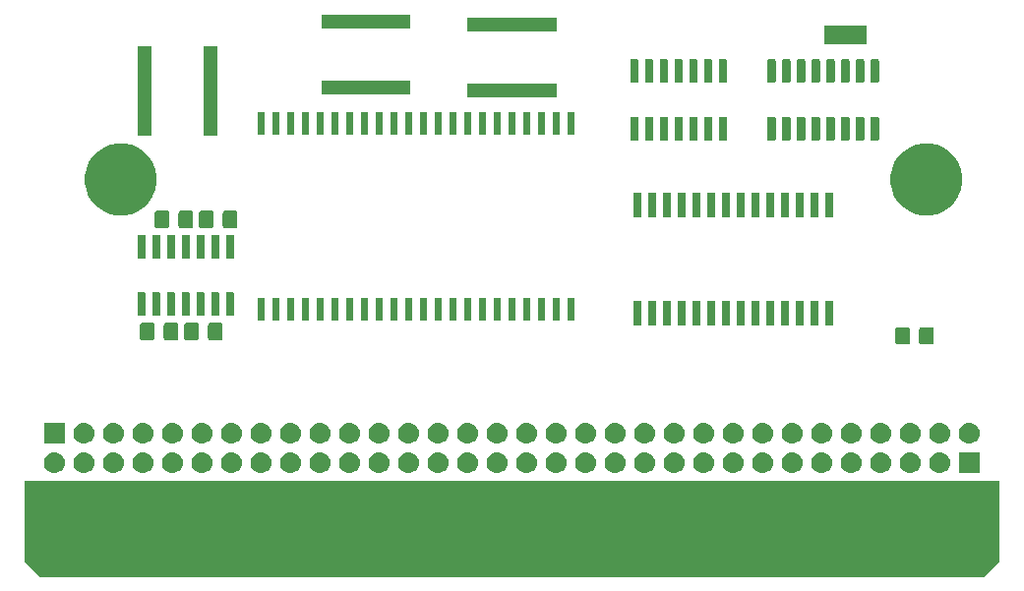
<source format=gbr>
G04 #@! TF.GenerationSoftware,KiCad,Pcbnew,(5.1.4)-1*
G04 #@! TF.CreationDate,2021-02-27T03:26:27-03:00*
G04 #@! TF.ProjectId,OpenDrive-Genesis,4f70656e-4472-4697-9665-2d47656e6573,rev?*
G04 #@! TF.SameCoordinates,Original*
G04 #@! TF.FileFunction,Soldermask,Top*
G04 #@! TF.FilePolarity,Negative*
%FSLAX46Y46*%
G04 Gerber Fmt 4.6, Leading zero omitted, Abs format (unit mm)*
G04 Created by KiCad (PCBNEW (5.1.4)-1) date 2021-02-27 03:26:27*
%MOMM*%
%LPD*%
G04 APERTURE LIST*
%ADD10C,0.100000*%
G04 APERTURE END LIST*
D10*
G36*
X50419000Y-84328000D02*
G01*
X134239000Y-84328000D01*
X134239000Y-91313000D01*
X132969000Y-92583000D01*
X51689000Y-92583000D01*
X50419000Y-91313000D01*
X50419000Y-84328000D01*
G37*
X50419000Y-84328000D02*
X134239000Y-84328000D01*
X134239000Y-91313000D01*
X132969000Y-92583000D01*
X51689000Y-92583000D01*
X50419000Y-91313000D01*
X50419000Y-84328000D01*
G36*
X114029442Y-81909518D02*
G01*
X114095627Y-81916037D01*
X114265466Y-81967557D01*
X114421991Y-82051222D01*
X114457729Y-82080552D01*
X114559186Y-82163814D01*
X114642448Y-82265271D01*
X114671778Y-82301009D01*
X114755443Y-82457534D01*
X114806963Y-82627373D01*
X114824359Y-82804000D01*
X114806963Y-82980627D01*
X114755443Y-83150466D01*
X114671778Y-83306991D01*
X114642448Y-83342729D01*
X114559186Y-83444186D01*
X114457729Y-83527448D01*
X114421991Y-83556778D01*
X114265466Y-83640443D01*
X114095627Y-83691963D01*
X114029442Y-83698482D01*
X113963260Y-83705000D01*
X113874740Y-83705000D01*
X113808558Y-83698482D01*
X113742373Y-83691963D01*
X113572534Y-83640443D01*
X113416009Y-83556778D01*
X113380271Y-83527448D01*
X113278814Y-83444186D01*
X113195552Y-83342729D01*
X113166222Y-83306991D01*
X113082557Y-83150466D01*
X113031037Y-82980627D01*
X113013641Y-82804000D01*
X113031037Y-82627373D01*
X113082557Y-82457534D01*
X113166222Y-82301009D01*
X113195552Y-82265271D01*
X113278814Y-82163814D01*
X113380271Y-82080552D01*
X113416009Y-82051222D01*
X113572534Y-81967557D01*
X113742373Y-81916037D01*
X113808558Y-81909518D01*
X113874740Y-81903000D01*
X113963260Y-81903000D01*
X114029442Y-81909518D01*
X114029442Y-81909518D01*
G37*
G36*
X129269442Y-81909518D02*
G01*
X129335627Y-81916037D01*
X129505466Y-81967557D01*
X129661991Y-82051222D01*
X129697729Y-82080552D01*
X129799186Y-82163814D01*
X129882448Y-82265271D01*
X129911778Y-82301009D01*
X129995443Y-82457534D01*
X130046963Y-82627373D01*
X130064359Y-82804000D01*
X130046963Y-82980627D01*
X129995443Y-83150466D01*
X129911778Y-83306991D01*
X129882448Y-83342729D01*
X129799186Y-83444186D01*
X129697729Y-83527448D01*
X129661991Y-83556778D01*
X129505466Y-83640443D01*
X129335627Y-83691963D01*
X129269442Y-83698482D01*
X129203260Y-83705000D01*
X129114740Y-83705000D01*
X129048558Y-83698482D01*
X128982373Y-83691963D01*
X128812534Y-83640443D01*
X128656009Y-83556778D01*
X128620271Y-83527448D01*
X128518814Y-83444186D01*
X128435552Y-83342729D01*
X128406222Y-83306991D01*
X128322557Y-83150466D01*
X128271037Y-82980627D01*
X128253641Y-82804000D01*
X128271037Y-82627373D01*
X128322557Y-82457534D01*
X128406222Y-82301009D01*
X128435552Y-82265271D01*
X128518814Y-82163814D01*
X128620271Y-82080552D01*
X128656009Y-82051222D01*
X128812534Y-81967557D01*
X128982373Y-81916037D01*
X129048558Y-81909518D01*
X129114740Y-81903000D01*
X129203260Y-81903000D01*
X129269442Y-81909518D01*
X129269442Y-81909518D01*
G37*
G36*
X96249442Y-81909518D02*
G01*
X96315627Y-81916037D01*
X96485466Y-81967557D01*
X96641991Y-82051222D01*
X96677729Y-82080552D01*
X96779186Y-82163814D01*
X96862448Y-82265271D01*
X96891778Y-82301009D01*
X96975443Y-82457534D01*
X97026963Y-82627373D01*
X97044359Y-82804000D01*
X97026963Y-82980627D01*
X96975443Y-83150466D01*
X96891778Y-83306991D01*
X96862448Y-83342729D01*
X96779186Y-83444186D01*
X96677729Y-83527448D01*
X96641991Y-83556778D01*
X96485466Y-83640443D01*
X96315627Y-83691963D01*
X96249442Y-83698482D01*
X96183260Y-83705000D01*
X96094740Y-83705000D01*
X96028558Y-83698482D01*
X95962373Y-83691963D01*
X95792534Y-83640443D01*
X95636009Y-83556778D01*
X95600271Y-83527448D01*
X95498814Y-83444186D01*
X95415552Y-83342729D01*
X95386222Y-83306991D01*
X95302557Y-83150466D01*
X95251037Y-82980627D01*
X95233641Y-82804000D01*
X95251037Y-82627373D01*
X95302557Y-82457534D01*
X95386222Y-82301009D01*
X95415552Y-82265271D01*
X95498814Y-82163814D01*
X95600271Y-82080552D01*
X95636009Y-82051222D01*
X95792534Y-81967557D01*
X95962373Y-81916037D01*
X96028558Y-81909518D01*
X96094740Y-81903000D01*
X96183260Y-81903000D01*
X96249442Y-81909518D01*
X96249442Y-81909518D01*
G37*
G36*
X98789442Y-81909518D02*
G01*
X98855627Y-81916037D01*
X99025466Y-81967557D01*
X99181991Y-82051222D01*
X99217729Y-82080552D01*
X99319186Y-82163814D01*
X99402448Y-82265271D01*
X99431778Y-82301009D01*
X99515443Y-82457534D01*
X99566963Y-82627373D01*
X99584359Y-82804000D01*
X99566963Y-82980627D01*
X99515443Y-83150466D01*
X99431778Y-83306991D01*
X99402448Y-83342729D01*
X99319186Y-83444186D01*
X99217729Y-83527448D01*
X99181991Y-83556778D01*
X99025466Y-83640443D01*
X98855627Y-83691963D01*
X98789442Y-83698482D01*
X98723260Y-83705000D01*
X98634740Y-83705000D01*
X98568558Y-83698482D01*
X98502373Y-83691963D01*
X98332534Y-83640443D01*
X98176009Y-83556778D01*
X98140271Y-83527448D01*
X98038814Y-83444186D01*
X97955552Y-83342729D01*
X97926222Y-83306991D01*
X97842557Y-83150466D01*
X97791037Y-82980627D01*
X97773641Y-82804000D01*
X97791037Y-82627373D01*
X97842557Y-82457534D01*
X97926222Y-82301009D01*
X97955552Y-82265271D01*
X98038814Y-82163814D01*
X98140271Y-82080552D01*
X98176009Y-82051222D01*
X98332534Y-81967557D01*
X98502373Y-81916037D01*
X98568558Y-81909518D01*
X98634740Y-81903000D01*
X98723260Y-81903000D01*
X98789442Y-81909518D01*
X98789442Y-81909518D01*
G37*
G36*
X101329442Y-81909518D02*
G01*
X101395627Y-81916037D01*
X101565466Y-81967557D01*
X101721991Y-82051222D01*
X101757729Y-82080552D01*
X101859186Y-82163814D01*
X101942448Y-82265271D01*
X101971778Y-82301009D01*
X102055443Y-82457534D01*
X102106963Y-82627373D01*
X102124359Y-82804000D01*
X102106963Y-82980627D01*
X102055443Y-83150466D01*
X101971778Y-83306991D01*
X101942448Y-83342729D01*
X101859186Y-83444186D01*
X101757729Y-83527448D01*
X101721991Y-83556778D01*
X101565466Y-83640443D01*
X101395627Y-83691963D01*
X101329442Y-83698482D01*
X101263260Y-83705000D01*
X101174740Y-83705000D01*
X101108558Y-83698482D01*
X101042373Y-83691963D01*
X100872534Y-83640443D01*
X100716009Y-83556778D01*
X100680271Y-83527448D01*
X100578814Y-83444186D01*
X100495552Y-83342729D01*
X100466222Y-83306991D01*
X100382557Y-83150466D01*
X100331037Y-82980627D01*
X100313641Y-82804000D01*
X100331037Y-82627373D01*
X100382557Y-82457534D01*
X100466222Y-82301009D01*
X100495552Y-82265271D01*
X100578814Y-82163814D01*
X100680271Y-82080552D01*
X100716009Y-82051222D01*
X100872534Y-81967557D01*
X101042373Y-81916037D01*
X101108558Y-81909518D01*
X101174740Y-81903000D01*
X101263260Y-81903000D01*
X101329442Y-81909518D01*
X101329442Y-81909518D01*
G37*
G36*
X103869442Y-81909518D02*
G01*
X103935627Y-81916037D01*
X104105466Y-81967557D01*
X104261991Y-82051222D01*
X104297729Y-82080552D01*
X104399186Y-82163814D01*
X104482448Y-82265271D01*
X104511778Y-82301009D01*
X104595443Y-82457534D01*
X104646963Y-82627373D01*
X104664359Y-82804000D01*
X104646963Y-82980627D01*
X104595443Y-83150466D01*
X104511778Y-83306991D01*
X104482448Y-83342729D01*
X104399186Y-83444186D01*
X104297729Y-83527448D01*
X104261991Y-83556778D01*
X104105466Y-83640443D01*
X103935627Y-83691963D01*
X103869442Y-83698482D01*
X103803260Y-83705000D01*
X103714740Y-83705000D01*
X103648558Y-83698482D01*
X103582373Y-83691963D01*
X103412534Y-83640443D01*
X103256009Y-83556778D01*
X103220271Y-83527448D01*
X103118814Y-83444186D01*
X103035552Y-83342729D01*
X103006222Y-83306991D01*
X102922557Y-83150466D01*
X102871037Y-82980627D01*
X102853641Y-82804000D01*
X102871037Y-82627373D01*
X102922557Y-82457534D01*
X103006222Y-82301009D01*
X103035552Y-82265271D01*
X103118814Y-82163814D01*
X103220271Y-82080552D01*
X103256009Y-82051222D01*
X103412534Y-81967557D01*
X103582373Y-81916037D01*
X103648558Y-81909518D01*
X103714740Y-81903000D01*
X103803260Y-81903000D01*
X103869442Y-81909518D01*
X103869442Y-81909518D01*
G37*
G36*
X106409442Y-81909518D02*
G01*
X106475627Y-81916037D01*
X106645466Y-81967557D01*
X106801991Y-82051222D01*
X106837729Y-82080552D01*
X106939186Y-82163814D01*
X107022448Y-82265271D01*
X107051778Y-82301009D01*
X107135443Y-82457534D01*
X107186963Y-82627373D01*
X107204359Y-82804000D01*
X107186963Y-82980627D01*
X107135443Y-83150466D01*
X107051778Y-83306991D01*
X107022448Y-83342729D01*
X106939186Y-83444186D01*
X106837729Y-83527448D01*
X106801991Y-83556778D01*
X106645466Y-83640443D01*
X106475627Y-83691963D01*
X106409442Y-83698482D01*
X106343260Y-83705000D01*
X106254740Y-83705000D01*
X106188558Y-83698482D01*
X106122373Y-83691963D01*
X105952534Y-83640443D01*
X105796009Y-83556778D01*
X105760271Y-83527448D01*
X105658814Y-83444186D01*
X105575552Y-83342729D01*
X105546222Y-83306991D01*
X105462557Y-83150466D01*
X105411037Y-82980627D01*
X105393641Y-82804000D01*
X105411037Y-82627373D01*
X105462557Y-82457534D01*
X105546222Y-82301009D01*
X105575552Y-82265271D01*
X105658814Y-82163814D01*
X105760271Y-82080552D01*
X105796009Y-82051222D01*
X105952534Y-81967557D01*
X106122373Y-81916037D01*
X106188558Y-81909518D01*
X106254740Y-81903000D01*
X106343260Y-81903000D01*
X106409442Y-81909518D01*
X106409442Y-81909518D01*
G37*
G36*
X108949442Y-81909518D02*
G01*
X109015627Y-81916037D01*
X109185466Y-81967557D01*
X109341991Y-82051222D01*
X109377729Y-82080552D01*
X109479186Y-82163814D01*
X109562448Y-82265271D01*
X109591778Y-82301009D01*
X109675443Y-82457534D01*
X109726963Y-82627373D01*
X109744359Y-82804000D01*
X109726963Y-82980627D01*
X109675443Y-83150466D01*
X109591778Y-83306991D01*
X109562448Y-83342729D01*
X109479186Y-83444186D01*
X109377729Y-83527448D01*
X109341991Y-83556778D01*
X109185466Y-83640443D01*
X109015627Y-83691963D01*
X108949442Y-83698482D01*
X108883260Y-83705000D01*
X108794740Y-83705000D01*
X108728558Y-83698482D01*
X108662373Y-83691963D01*
X108492534Y-83640443D01*
X108336009Y-83556778D01*
X108300271Y-83527448D01*
X108198814Y-83444186D01*
X108115552Y-83342729D01*
X108086222Y-83306991D01*
X108002557Y-83150466D01*
X107951037Y-82980627D01*
X107933641Y-82804000D01*
X107951037Y-82627373D01*
X108002557Y-82457534D01*
X108086222Y-82301009D01*
X108115552Y-82265271D01*
X108198814Y-82163814D01*
X108300271Y-82080552D01*
X108336009Y-82051222D01*
X108492534Y-81967557D01*
X108662373Y-81916037D01*
X108728558Y-81909518D01*
X108794740Y-81903000D01*
X108883260Y-81903000D01*
X108949442Y-81909518D01*
X108949442Y-81909518D01*
G37*
G36*
X111489442Y-81909518D02*
G01*
X111555627Y-81916037D01*
X111725466Y-81967557D01*
X111881991Y-82051222D01*
X111917729Y-82080552D01*
X112019186Y-82163814D01*
X112102448Y-82265271D01*
X112131778Y-82301009D01*
X112215443Y-82457534D01*
X112266963Y-82627373D01*
X112284359Y-82804000D01*
X112266963Y-82980627D01*
X112215443Y-83150466D01*
X112131778Y-83306991D01*
X112102448Y-83342729D01*
X112019186Y-83444186D01*
X111917729Y-83527448D01*
X111881991Y-83556778D01*
X111725466Y-83640443D01*
X111555627Y-83691963D01*
X111489442Y-83698482D01*
X111423260Y-83705000D01*
X111334740Y-83705000D01*
X111268558Y-83698482D01*
X111202373Y-83691963D01*
X111032534Y-83640443D01*
X110876009Y-83556778D01*
X110840271Y-83527448D01*
X110738814Y-83444186D01*
X110655552Y-83342729D01*
X110626222Y-83306991D01*
X110542557Y-83150466D01*
X110491037Y-82980627D01*
X110473641Y-82804000D01*
X110491037Y-82627373D01*
X110542557Y-82457534D01*
X110626222Y-82301009D01*
X110655552Y-82265271D01*
X110738814Y-82163814D01*
X110840271Y-82080552D01*
X110876009Y-82051222D01*
X111032534Y-81967557D01*
X111202373Y-81916037D01*
X111268558Y-81909518D01*
X111334740Y-81903000D01*
X111423260Y-81903000D01*
X111489442Y-81909518D01*
X111489442Y-81909518D01*
G37*
G36*
X91169442Y-81909518D02*
G01*
X91235627Y-81916037D01*
X91405466Y-81967557D01*
X91561991Y-82051222D01*
X91597729Y-82080552D01*
X91699186Y-82163814D01*
X91782448Y-82265271D01*
X91811778Y-82301009D01*
X91895443Y-82457534D01*
X91946963Y-82627373D01*
X91964359Y-82804000D01*
X91946963Y-82980627D01*
X91895443Y-83150466D01*
X91811778Y-83306991D01*
X91782448Y-83342729D01*
X91699186Y-83444186D01*
X91597729Y-83527448D01*
X91561991Y-83556778D01*
X91405466Y-83640443D01*
X91235627Y-83691963D01*
X91169442Y-83698482D01*
X91103260Y-83705000D01*
X91014740Y-83705000D01*
X90948558Y-83698482D01*
X90882373Y-83691963D01*
X90712534Y-83640443D01*
X90556009Y-83556778D01*
X90520271Y-83527448D01*
X90418814Y-83444186D01*
X90335552Y-83342729D01*
X90306222Y-83306991D01*
X90222557Y-83150466D01*
X90171037Y-82980627D01*
X90153641Y-82804000D01*
X90171037Y-82627373D01*
X90222557Y-82457534D01*
X90306222Y-82301009D01*
X90335552Y-82265271D01*
X90418814Y-82163814D01*
X90520271Y-82080552D01*
X90556009Y-82051222D01*
X90712534Y-81967557D01*
X90882373Y-81916037D01*
X90948558Y-81909518D01*
X91014740Y-81903000D01*
X91103260Y-81903000D01*
X91169442Y-81909518D01*
X91169442Y-81909518D01*
G37*
G36*
X116569442Y-81909518D02*
G01*
X116635627Y-81916037D01*
X116805466Y-81967557D01*
X116961991Y-82051222D01*
X116997729Y-82080552D01*
X117099186Y-82163814D01*
X117182448Y-82265271D01*
X117211778Y-82301009D01*
X117295443Y-82457534D01*
X117346963Y-82627373D01*
X117364359Y-82804000D01*
X117346963Y-82980627D01*
X117295443Y-83150466D01*
X117211778Y-83306991D01*
X117182448Y-83342729D01*
X117099186Y-83444186D01*
X116997729Y-83527448D01*
X116961991Y-83556778D01*
X116805466Y-83640443D01*
X116635627Y-83691963D01*
X116569442Y-83698482D01*
X116503260Y-83705000D01*
X116414740Y-83705000D01*
X116348558Y-83698482D01*
X116282373Y-83691963D01*
X116112534Y-83640443D01*
X115956009Y-83556778D01*
X115920271Y-83527448D01*
X115818814Y-83444186D01*
X115735552Y-83342729D01*
X115706222Y-83306991D01*
X115622557Y-83150466D01*
X115571037Y-82980627D01*
X115553641Y-82804000D01*
X115571037Y-82627373D01*
X115622557Y-82457534D01*
X115706222Y-82301009D01*
X115735552Y-82265271D01*
X115818814Y-82163814D01*
X115920271Y-82080552D01*
X115956009Y-82051222D01*
X116112534Y-81967557D01*
X116282373Y-81916037D01*
X116348558Y-81909518D01*
X116414740Y-81903000D01*
X116503260Y-81903000D01*
X116569442Y-81909518D01*
X116569442Y-81909518D01*
G37*
G36*
X119109442Y-81909518D02*
G01*
X119175627Y-81916037D01*
X119345466Y-81967557D01*
X119501991Y-82051222D01*
X119537729Y-82080552D01*
X119639186Y-82163814D01*
X119722448Y-82265271D01*
X119751778Y-82301009D01*
X119835443Y-82457534D01*
X119886963Y-82627373D01*
X119904359Y-82804000D01*
X119886963Y-82980627D01*
X119835443Y-83150466D01*
X119751778Y-83306991D01*
X119722448Y-83342729D01*
X119639186Y-83444186D01*
X119537729Y-83527448D01*
X119501991Y-83556778D01*
X119345466Y-83640443D01*
X119175627Y-83691963D01*
X119109442Y-83698482D01*
X119043260Y-83705000D01*
X118954740Y-83705000D01*
X118888558Y-83698482D01*
X118822373Y-83691963D01*
X118652534Y-83640443D01*
X118496009Y-83556778D01*
X118460271Y-83527448D01*
X118358814Y-83444186D01*
X118275552Y-83342729D01*
X118246222Y-83306991D01*
X118162557Y-83150466D01*
X118111037Y-82980627D01*
X118093641Y-82804000D01*
X118111037Y-82627373D01*
X118162557Y-82457534D01*
X118246222Y-82301009D01*
X118275552Y-82265271D01*
X118358814Y-82163814D01*
X118460271Y-82080552D01*
X118496009Y-82051222D01*
X118652534Y-81967557D01*
X118822373Y-81916037D01*
X118888558Y-81909518D01*
X118954740Y-81903000D01*
X119043260Y-81903000D01*
X119109442Y-81909518D01*
X119109442Y-81909518D01*
G37*
G36*
X121649442Y-81909518D02*
G01*
X121715627Y-81916037D01*
X121885466Y-81967557D01*
X122041991Y-82051222D01*
X122077729Y-82080552D01*
X122179186Y-82163814D01*
X122262448Y-82265271D01*
X122291778Y-82301009D01*
X122375443Y-82457534D01*
X122426963Y-82627373D01*
X122444359Y-82804000D01*
X122426963Y-82980627D01*
X122375443Y-83150466D01*
X122291778Y-83306991D01*
X122262448Y-83342729D01*
X122179186Y-83444186D01*
X122077729Y-83527448D01*
X122041991Y-83556778D01*
X121885466Y-83640443D01*
X121715627Y-83691963D01*
X121649442Y-83698482D01*
X121583260Y-83705000D01*
X121494740Y-83705000D01*
X121428558Y-83698482D01*
X121362373Y-83691963D01*
X121192534Y-83640443D01*
X121036009Y-83556778D01*
X121000271Y-83527448D01*
X120898814Y-83444186D01*
X120815552Y-83342729D01*
X120786222Y-83306991D01*
X120702557Y-83150466D01*
X120651037Y-82980627D01*
X120633641Y-82804000D01*
X120651037Y-82627373D01*
X120702557Y-82457534D01*
X120786222Y-82301009D01*
X120815552Y-82265271D01*
X120898814Y-82163814D01*
X121000271Y-82080552D01*
X121036009Y-82051222D01*
X121192534Y-81967557D01*
X121362373Y-81916037D01*
X121428558Y-81909518D01*
X121494740Y-81903000D01*
X121583260Y-81903000D01*
X121649442Y-81909518D01*
X121649442Y-81909518D01*
G37*
G36*
X124189442Y-81909518D02*
G01*
X124255627Y-81916037D01*
X124425466Y-81967557D01*
X124581991Y-82051222D01*
X124617729Y-82080552D01*
X124719186Y-82163814D01*
X124802448Y-82265271D01*
X124831778Y-82301009D01*
X124915443Y-82457534D01*
X124966963Y-82627373D01*
X124984359Y-82804000D01*
X124966963Y-82980627D01*
X124915443Y-83150466D01*
X124831778Y-83306991D01*
X124802448Y-83342729D01*
X124719186Y-83444186D01*
X124617729Y-83527448D01*
X124581991Y-83556778D01*
X124425466Y-83640443D01*
X124255627Y-83691963D01*
X124189442Y-83698482D01*
X124123260Y-83705000D01*
X124034740Y-83705000D01*
X123968558Y-83698482D01*
X123902373Y-83691963D01*
X123732534Y-83640443D01*
X123576009Y-83556778D01*
X123540271Y-83527448D01*
X123438814Y-83444186D01*
X123355552Y-83342729D01*
X123326222Y-83306991D01*
X123242557Y-83150466D01*
X123191037Y-82980627D01*
X123173641Y-82804000D01*
X123191037Y-82627373D01*
X123242557Y-82457534D01*
X123326222Y-82301009D01*
X123355552Y-82265271D01*
X123438814Y-82163814D01*
X123540271Y-82080552D01*
X123576009Y-82051222D01*
X123732534Y-81967557D01*
X123902373Y-81916037D01*
X123968558Y-81909518D01*
X124034740Y-81903000D01*
X124123260Y-81903000D01*
X124189442Y-81909518D01*
X124189442Y-81909518D01*
G37*
G36*
X126729442Y-81909518D02*
G01*
X126795627Y-81916037D01*
X126965466Y-81967557D01*
X127121991Y-82051222D01*
X127157729Y-82080552D01*
X127259186Y-82163814D01*
X127342448Y-82265271D01*
X127371778Y-82301009D01*
X127455443Y-82457534D01*
X127506963Y-82627373D01*
X127524359Y-82804000D01*
X127506963Y-82980627D01*
X127455443Y-83150466D01*
X127371778Y-83306991D01*
X127342448Y-83342729D01*
X127259186Y-83444186D01*
X127157729Y-83527448D01*
X127121991Y-83556778D01*
X126965466Y-83640443D01*
X126795627Y-83691963D01*
X126729442Y-83698482D01*
X126663260Y-83705000D01*
X126574740Y-83705000D01*
X126508558Y-83698482D01*
X126442373Y-83691963D01*
X126272534Y-83640443D01*
X126116009Y-83556778D01*
X126080271Y-83527448D01*
X125978814Y-83444186D01*
X125895552Y-83342729D01*
X125866222Y-83306991D01*
X125782557Y-83150466D01*
X125731037Y-82980627D01*
X125713641Y-82804000D01*
X125731037Y-82627373D01*
X125782557Y-82457534D01*
X125866222Y-82301009D01*
X125895552Y-82265271D01*
X125978814Y-82163814D01*
X126080271Y-82080552D01*
X126116009Y-82051222D01*
X126272534Y-81967557D01*
X126442373Y-81916037D01*
X126508558Y-81909518D01*
X126574740Y-81903000D01*
X126663260Y-81903000D01*
X126729442Y-81909518D01*
X126729442Y-81909518D01*
G37*
G36*
X132600000Y-83705000D02*
G01*
X130798000Y-83705000D01*
X130798000Y-81903000D01*
X132600000Y-81903000D01*
X132600000Y-83705000D01*
X132600000Y-83705000D01*
G37*
G36*
X70849442Y-81909518D02*
G01*
X70915627Y-81916037D01*
X71085466Y-81967557D01*
X71241991Y-82051222D01*
X71277729Y-82080552D01*
X71379186Y-82163814D01*
X71462448Y-82265271D01*
X71491778Y-82301009D01*
X71575443Y-82457534D01*
X71626963Y-82627373D01*
X71644359Y-82804000D01*
X71626963Y-82980627D01*
X71575443Y-83150466D01*
X71491778Y-83306991D01*
X71462448Y-83342729D01*
X71379186Y-83444186D01*
X71277729Y-83527448D01*
X71241991Y-83556778D01*
X71085466Y-83640443D01*
X70915627Y-83691963D01*
X70849442Y-83698482D01*
X70783260Y-83705000D01*
X70694740Y-83705000D01*
X70628558Y-83698482D01*
X70562373Y-83691963D01*
X70392534Y-83640443D01*
X70236009Y-83556778D01*
X70200271Y-83527448D01*
X70098814Y-83444186D01*
X70015552Y-83342729D01*
X69986222Y-83306991D01*
X69902557Y-83150466D01*
X69851037Y-82980627D01*
X69833641Y-82804000D01*
X69851037Y-82627373D01*
X69902557Y-82457534D01*
X69986222Y-82301009D01*
X70015552Y-82265271D01*
X70098814Y-82163814D01*
X70200271Y-82080552D01*
X70236009Y-82051222D01*
X70392534Y-81967557D01*
X70562373Y-81916037D01*
X70628558Y-81909518D01*
X70694740Y-81903000D01*
X70783260Y-81903000D01*
X70849442Y-81909518D01*
X70849442Y-81909518D01*
G37*
G36*
X55609442Y-81909518D02*
G01*
X55675627Y-81916037D01*
X55845466Y-81967557D01*
X56001991Y-82051222D01*
X56037729Y-82080552D01*
X56139186Y-82163814D01*
X56222448Y-82265271D01*
X56251778Y-82301009D01*
X56335443Y-82457534D01*
X56386963Y-82627373D01*
X56404359Y-82804000D01*
X56386963Y-82980627D01*
X56335443Y-83150466D01*
X56251778Y-83306991D01*
X56222448Y-83342729D01*
X56139186Y-83444186D01*
X56037729Y-83527448D01*
X56001991Y-83556778D01*
X55845466Y-83640443D01*
X55675627Y-83691963D01*
X55609442Y-83698482D01*
X55543260Y-83705000D01*
X55454740Y-83705000D01*
X55388558Y-83698482D01*
X55322373Y-83691963D01*
X55152534Y-83640443D01*
X54996009Y-83556778D01*
X54960271Y-83527448D01*
X54858814Y-83444186D01*
X54775552Y-83342729D01*
X54746222Y-83306991D01*
X54662557Y-83150466D01*
X54611037Y-82980627D01*
X54593641Y-82804000D01*
X54611037Y-82627373D01*
X54662557Y-82457534D01*
X54746222Y-82301009D01*
X54775552Y-82265271D01*
X54858814Y-82163814D01*
X54960271Y-82080552D01*
X54996009Y-82051222D01*
X55152534Y-81967557D01*
X55322373Y-81916037D01*
X55388558Y-81909518D01*
X55454740Y-81903000D01*
X55543260Y-81903000D01*
X55609442Y-81909518D01*
X55609442Y-81909518D01*
G37*
G36*
X53069442Y-81909518D02*
G01*
X53135627Y-81916037D01*
X53305466Y-81967557D01*
X53461991Y-82051222D01*
X53497729Y-82080552D01*
X53599186Y-82163814D01*
X53682448Y-82265271D01*
X53711778Y-82301009D01*
X53795443Y-82457534D01*
X53846963Y-82627373D01*
X53864359Y-82804000D01*
X53846963Y-82980627D01*
X53795443Y-83150466D01*
X53711778Y-83306991D01*
X53682448Y-83342729D01*
X53599186Y-83444186D01*
X53497729Y-83527448D01*
X53461991Y-83556778D01*
X53305466Y-83640443D01*
X53135627Y-83691963D01*
X53069442Y-83698482D01*
X53003260Y-83705000D01*
X52914740Y-83705000D01*
X52848558Y-83698482D01*
X52782373Y-83691963D01*
X52612534Y-83640443D01*
X52456009Y-83556778D01*
X52420271Y-83527448D01*
X52318814Y-83444186D01*
X52235552Y-83342729D01*
X52206222Y-83306991D01*
X52122557Y-83150466D01*
X52071037Y-82980627D01*
X52053641Y-82804000D01*
X52071037Y-82627373D01*
X52122557Y-82457534D01*
X52206222Y-82301009D01*
X52235552Y-82265271D01*
X52318814Y-82163814D01*
X52420271Y-82080552D01*
X52456009Y-82051222D01*
X52612534Y-81967557D01*
X52782373Y-81916037D01*
X52848558Y-81909518D01*
X52914740Y-81903000D01*
X53003260Y-81903000D01*
X53069442Y-81909518D01*
X53069442Y-81909518D01*
G37*
G36*
X88629442Y-81909518D02*
G01*
X88695627Y-81916037D01*
X88865466Y-81967557D01*
X89021991Y-82051222D01*
X89057729Y-82080552D01*
X89159186Y-82163814D01*
X89242448Y-82265271D01*
X89271778Y-82301009D01*
X89355443Y-82457534D01*
X89406963Y-82627373D01*
X89424359Y-82804000D01*
X89406963Y-82980627D01*
X89355443Y-83150466D01*
X89271778Y-83306991D01*
X89242448Y-83342729D01*
X89159186Y-83444186D01*
X89057729Y-83527448D01*
X89021991Y-83556778D01*
X88865466Y-83640443D01*
X88695627Y-83691963D01*
X88629442Y-83698482D01*
X88563260Y-83705000D01*
X88474740Y-83705000D01*
X88408558Y-83698482D01*
X88342373Y-83691963D01*
X88172534Y-83640443D01*
X88016009Y-83556778D01*
X87980271Y-83527448D01*
X87878814Y-83444186D01*
X87795552Y-83342729D01*
X87766222Y-83306991D01*
X87682557Y-83150466D01*
X87631037Y-82980627D01*
X87613641Y-82804000D01*
X87631037Y-82627373D01*
X87682557Y-82457534D01*
X87766222Y-82301009D01*
X87795552Y-82265271D01*
X87878814Y-82163814D01*
X87980271Y-82080552D01*
X88016009Y-82051222D01*
X88172534Y-81967557D01*
X88342373Y-81916037D01*
X88408558Y-81909518D01*
X88474740Y-81903000D01*
X88563260Y-81903000D01*
X88629442Y-81909518D01*
X88629442Y-81909518D01*
G37*
G36*
X86089442Y-81909518D02*
G01*
X86155627Y-81916037D01*
X86325466Y-81967557D01*
X86481991Y-82051222D01*
X86517729Y-82080552D01*
X86619186Y-82163814D01*
X86702448Y-82265271D01*
X86731778Y-82301009D01*
X86815443Y-82457534D01*
X86866963Y-82627373D01*
X86884359Y-82804000D01*
X86866963Y-82980627D01*
X86815443Y-83150466D01*
X86731778Y-83306991D01*
X86702448Y-83342729D01*
X86619186Y-83444186D01*
X86517729Y-83527448D01*
X86481991Y-83556778D01*
X86325466Y-83640443D01*
X86155627Y-83691963D01*
X86089442Y-83698482D01*
X86023260Y-83705000D01*
X85934740Y-83705000D01*
X85868558Y-83698482D01*
X85802373Y-83691963D01*
X85632534Y-83640443D01*
X85476009Y-83556778D01*
X85440271Y-83527448D01*
X85338814Y-83444186D01*
X85255552Y-83342729D01*
X85226222Y-83306991D01*
X85142557Y-83150466D01*
X85091037Y-82980627D01*
X85073641Y-82804000D01*
X85091037Y-82627373D01*
X85142557Y-82457534D01*
X85226222Y-82301009D01*
X85255552Y-82265271D01*
X85338814Y-82163814D01*
X85440271Y-82080552D01*
X85476009Y-82051222D01*
X85632534Y-81967557D01*
X85802373Y-81916037D01*
X85868558Y-81909518D01*
X85934740Y-81903000D01*
X86023260Y-81903000D01*
X86089442Y-81909518D01*
X86089442Y-81909518D01*
G37*
G36*
X83549442Y-81909518D02*
G01*
X83615627Y-81916037D01*
X83785466Y-81967557D01*
X83941991Y-82051222D01*
X83977729Y-82080552D01*
X84079186Y-82163814D01*
X84162448Y-82265271D01*
X84191778Y-82301009D01*
X84275443Y-82457534D01*
X84326963Y-82627373D01*
X84344359Y-82804000D01*
X84326963Y-82980627D01*
X84275443Y-83150466D01*
X84191778Y-83306991D01*
X84162448Y-83342729D01*
X84079186Y-83444186D01*
X83977729Y-83527448D01*
X83941991Y-83556778D01*
X83785466Y-83640443D01*
X83615627Y-83691963D01*
X83549442Y-83698482D01*
X83483260Y-83705000D01*
X83394740Y-83705000D01*
X83328558Y-83698482D01*
X83262373Y-83691963D01*
X83092534Y-83640443D01*
X82936009Y-83556778D01*
X82900271Y-83527448D01*
X82798814Y-83444186D01*
X82715552Y-83342729D01*
X82686222Y-83306991D01*
X82602557Y-83150466D01*
X82551037Y-82980627D01*
X82533641Y-82804000D01*
X82551037Y-82627373D01*
X82602557Y-82457534D01*
X82686222Y-82301009D01*
X82715552Y-82265271D01*
X82798814Y-82163814D01*
X82900271Y-82080552D01*
X82936009Y-82051222D01*
X83092534Y-81967557D01*
X83262373Y-81916037D01*
X83328558Y-81909518D01*
X83394740Y-81903000D01*
X83483260Y-81903000D01*
X83549442Y-81909518D01*
X83549442Y-81909518D01*
G37*
G36*
X81009442Y-81909518D02*
G01*
X81075627Y-81916037D01*
X81245466Y-81967557D01*
X81401991Y-82051222D01*
X81437729Y-82080552D01*
X81539186Y-82163814D01*
X81622448Y-82265271D01*
X81651778Y-82301009D01*
X81735443Y-82457534D01*
X81786963Y-82627373D01*
X81804359Y-82804000D01*
X81786963Y-82980627D01*
X81735443Y-83150466D01*
X81651778Y-83306991D01*
X81622448Y-83342729D01*
X81539186Y-83444186D01*
X81437729Y-83527448D01*
X81401991Y-83556778D01*
X81245466Y-83640443D01*
X81075627Y-83691963D01*
X81009442Y-83698482D01*
X80943260Y-83705000D01*
X80854740Y-83705000D01*
X80788558Y-83698482D01*
X80722373Y-83691963D01*
X80552534Y-83640443D01*
X80396009Y-83556778D01*
X80360271Y-83527448D01*
X80258814Y-83444186D01*
X80175552Y-83342729D01*
X80146222Y-83306991D01*
X80062557Y-83150466D01*
X80011037Y-82980627D01*
X79993641Y-82804000D01*
X80011037Y-82627373D01*
X80062557Y-82457534D01*
X80146222Y-82301009D01*
X80175552Y-82265271D01*
X80258814Y-82163814D01*
X80360271Y-82080552D01*
X80396009Y-82051222D01*
X80552534Y-81967557D01*
X80722373Y-81916037D01*
X80788558Y-81909518D01*
X80854740Y-81903000D01*
X80943260Y-81903000D01*
X81009442Y-81909518D01*
X81009442Y-81909518D01*
G37*
G36*
X78469442Y-81909518D02*
G01*
X78535627Y-81916037D01*
X78705466Y-81967557D01*
X78861991Y-82051222D01*
X78897729Y-82080552D01*
X78999186Y-82163814D01*
X79082448Y-82265271D01*
X79111778Y-82301009D01*
X79195443Y-82457534D01*
X79246963Y-82627373D01*
X79264359Y-82804000D01*
X79246963Y-82980627D01*
X79195443Y-83150466D01*
X79111778Y-83306991D01*
X79082448Y-83342729D01*
X78999186Y-83444186D01*
X78897729Y-83527448D01*
X78861991Y-83556778D01*
X78705466Y-83640443D01*
X78535627Y-83691963D01*
X78469442Y-83698482D01*
X78403260Y-83705000D01*
X78314740Y-83705000D01*
X78248558Y-83698482D01*
X78182373Y-83691963D01*
X78012534Y-83640443D01*
X77856009Y-83556778D01*
X77820271Y-83527448D01*
X77718814Y-83444186D01*
X77635552Y-83342729D01*
X77606222Y-83306991D01*
X77522557Y-83150466D01*
X77471037Y-82980627D01*
X77453641Y-82804000D01*
X77471037Y-82627373D01*
X77522557Y-82457534D01*
X77606222Y-82301009D01*
X77635552Y-82265271D01*
X77718814Y-82163814D01*
X77820271Y-82080552D01*
X77856009Y-82051222D01*
X78012534Y-81967557D01*
X78182373Y-81916037D01*
X78248558Y-81909518D01*
X78314740Y-81903000D01*
X78403260Y-81903000D01*
X78469442Y-81909518D01*
X78469442Y-81909518D01*
G37*
G36*
X75929442Y-81909518D02*
G01*
X75995627Y-81916037D01*
X76165466Y-81967557D01*
X76321991Y-82051222D01*
X76357729Y-82080552D01*
X76459186Y-82163814D01*
X76542448Y-82265271D01*
X76571778Y-82301009D01*
X76655443Y-82457534D01*
X76706963Y-82627373D01*
X76724359Y-82804000D01*
X76706963Y-82980627D01*
X76655443Y-83150466D01*
X76571778Y-83306991D01*
X76542448Y-83342729D01*
X76459186Y-83444186D01*
X76357729Y-83527448D01*
X76321991Y-83556778D01*
X76165466Y-83640443D01*
X75995627Y-83691963D01*
X75929442Y-83698482D01*
X75863260Y-83705000D01*
X75774740Y-83705000D01*
X75708558Y-83698482D01*
X75642373Y-83691963D01*
X75472534Y-83640443D01*
X75316009Y-83556778D01*
X75280271Y-83527448D01*
X75178814Y-83444186D01*
X75095552Y-83342729D01*
X75066222Y-83306991D01*
X74982557Y-83150466D01*
X74931037Y-82980627D01*
X74913641Y-82804000D01*
X74931037Y-82627373D01*
X74982557Y-82457534D01*
X75066222Y-82301009D01*
X75095552Y-82265271D01*
X75178814Y-82163814D01*
X75280271Y-82080552D01*
X75316009Y-82051222D01*
X75472534Y-81967557D01*
X75642373Y-81916037D01*
X75708558Y-81909518D01*
X75774740Y-81903000D01*
X75863260Y-81903000D01*
X75929442Y-81909518D01*
X75929442Y-81909518D01*
G37*
G36*
X73389442Y-81909518D02*
G01*
X73455627Y-81916037D01*
X73625466Y-81967557D01*
X73781991Y-82051222D01*
X73817729Y-82080552D01*
X73919186Y-82163814D01*
X74002448Y-82265271D01*
X74031778Y-82301009D01*
X74115443Y-82457534D01*
X74166963Y-82627373D01*
X74184359Y-82804000D01*
X74166963Y-82980627D01*
X74115443Y-83150466D01*
X74031778Y-83306991D01*
X74002448Y-83342729D01*
X73919186Y-83444186D01*
X73817729Y-83527448D01*
X73781991Y-83556778D01*
X73625466Y-83640443D01*
X73455627Y-83691963D01*
X73389442Y-83698482D01*
X73323260Y-83705000D01*
X73234740Y-83705000D01*
X73168558Y-83698482D01*
X73102373Y-83691963D01*
X72932534Y-83640443D01*
X72776009Y-83556778D01*
X72740271Y-83527448D01*
X72638814Y-83444186D01*
X72555552Y-83342729D01*
X72526222Y-83306991D01*
X72442557Y-83150466D01*
X72391037Y-82980627D01*
X72373641Y-82804000D01*
X72391037Y-82627373D01*
X72442557Y-82457534D01*
X72526222Y-82301009D01*
X72555552Y-82265271D01*
X72638814Y-82163814D01*
X72740271Y-82080552D01*
X72776009Y-82051222D01*
X72932534Y-81967557D01*
X73102373Y-81916037D01*
X73168558Y-81909518D01*
X73234740Y-81903000D01*
X73323260Y-81903000D01*
X73389442Y-81909518D01*
X73389442Y-81909518D01*
G37*
G36*
X93709442Y-81909518D02*
G01*
X93775627Y-81916037D01*
X93945466Y-81967557D01*
X94101991Y-82051222D01*
X94137729Y-82080552D01*
X94239186Y-82163814D01*
X94322448Y-82265271D01*
X94351778Y-82301009D01*
X94435443Y-82457534D01*
X94486963Y-82627373D01*
X94504359Y-82804000D01*
X94486963Y-82980627D01*
X94435443Y-83150466D01*
X94351778Y-83306991D01*
X94322448Y-83342729D01*
X94239186Y-83444186D01*
X94137729Y-83527448D01*
X94101991Y-83556778D01*
X93945466Y-83640443D01*
X93775627Y-83691963D01*
X93709442Y-83698482D01*
X93643260Y-83705000D01*
X93554740Y-83705000D01*
X93488558Y-83698482D01*
X93422373Y-83691963D01*
X93252534Y-83640443D01*
X93096009Y-83556778D01*
X93060271Y-83527448D01*
X92958814Y-83444186D01*
X92875552Y-83342729D01*
X92846222Y-83306991D01*
X92762557Y-83150466D01*
X92711037Y-82980627D01*
X92693641Y-82804000D01*
X92711037Y-82627373D01*
X92762557Y-82457534D01*
X92846222Y-82301009D01*
X92875552Y-82265271D01*
X92958814Y-82163814D01*
X93060271Y-82080552D01*
X93096009Y-82051222D01*
X93252534Y-81967557D01*
X93422373Y-81916037D01*
X93488558Y-81909518D01*
X93554740Y-81903000D01*
X93643260Y-81903000D01*
X93709442Y-81909518D01*
X93709442Y-81909518D01*
G37*
G36*
X68309442Y-81909518D02*
G01*
X68375627Y-81916037D01*
X68545466Y-81967557D01*
X68701991Y-82051222D01*
X68737729Y-82080552D01*
X68839186Y-82163814D01*
X68922448Y-82265271D01*
X68951778Y-82301009D01*
X69035443Y-82457534D01*
X69086963Y-82627373D01*
X69104359Y-82804000D01*
X69086963Y-82980627D01*
X69035443Y-83150466D01*
X68951778Y-83306991D01*
X68922448Y-83342729D01*
X68839186Y-83444186D01*
X68737729Y-83527448D01*
X68701991Y-83556778D01*
X68545466Y-83640443D01*
X68375627Y-83691963D01*
X68309442Y-83698482D01*
X68243260Y-83705000D01*
X68154740Y-83705000D01*
X68088558Y-83698482D01*
X68022373Y-83691963D01*
X67852534Y-83640443D01*
X67696009Y-83556778D01*
X67660271Y-83527448D01*
X67558814Y-83444186D01*
X67475552Y-83342729D01*
X67446222Y-83306991D01*
X67362557Y-83150466D01*
X67311037Y-82980627D01*
X67293641Y-82804000D01*
X67311037Y-82627373D01*
X67362557Y-82457534D01*
X67446222Y-82301009D01*
X67475552Y-82265271D01*
X67558814Y-82163814D01*
X67660271Y-82080552D01*
X67696009Y-82051222D01*
X67852534Y-81967557D01*
X68022373Y-81916037D01*
X68088558Y-81909518D01*
X68154740Y-81903000D01*
X68243260Y-81903000D01*
X68309442Y-81909518D01*
X68309442Y-81909518D01*
G37*
G36*
X65769442Y-81909518D02*
G01*
X65835627Y-81916037D01*
X66005466Y-81967557D01*
X66161991Y-82051222D01*
X66197729Y-82080552D01*
X66299186Y-82163814D01*
X66382448Y-82265271D01*
X66411778Y-82301009D01*
X66495443Y-82457534D01*
X66546963Y-82627373D01*
X66564359Y-82804000D01*
X66546963Y-82980627D01*
X66495443Y-83150466D01*
X66411778Y-83306991D01*
X66382448Y-83342729D01*
X66299186Y-83444186D01*
X66197729Y-83527448D01*
X66161991Y-83556778D01*
X66005466Y-83640443D01*
X65835627Y-83691963D01*
X65769442Y-83698482D01*
X65703260Y-83705000D01*
X65614740Y-83705000D01*
X65548558Y-83698482D01*
X65482373Y-83691963D01*
X65312534Y-83640443D01*
X65156009Y-83556778D01*
X65120271Y-83527448D01*
X65018814Y-83444186D01*
X64935552Y-83342729D01*
X64906222Y-83306991D01*
X64822557Y-83150466D01*
X64771037Y-82980627D01*
X64753641Y-82804000D01*
X64771037Y-82627373D01*
X64822557Y-82457534D01*
X64906222Y-82301009D01*
X64935552Y-82265271D01*
X65018814Y-82163814D01*
X65120271Y-82080552D01*
X65156009Y-82051222D01*
X65312534Y-81967557D01*
X65482373Y-81916037D01*
X65548558Y-81909518D01*
X65614740Y-81903000D01*
X65703260Y-81903000D01*
X65769442Y-81909518D01*
X65769442Y-81909518D01*
G37*
G36*
X63229442Y-81909518D02*
G01*
X63295627Y-81916037D01*
X63465466Y-81967557D01*
X63621991Y-82051222D01*
X63657729Y-82080552D01*
X63759186Y-82163814D01*
X63842448Y-82265271D01*
X63871778Y-82301009D01*
X63955443Y-82457534D01*
X64006963Y-82627373D01*
X64024359Y-82804000D01*
X64006963Y-82980627D01*
X63955443Y-83150466D01*
X63871778Y-83306991D01*
X63842448Y-83342729D01*
X63759186Y-83444186D01*
X63657729Y-83527448D01*
X63621991Y-83556778D01*
X63465466Y-83640443D01*
X63295627Y-83691963D01*
X63229442Y-83698482D01*
X63163260Y-83705000D01*
X63074740Y-83705000D01*
X63008558Y-83698482D01*
X62942373Y-83691963D01*
X62772534Y-83640443D01*
X62616009Y-83556778D01*
X62580271Y-83527448D01*
X62478814Y-83444186D01*
X62395552Y-83342729D01*
X62366222Y-83306991D01*
X62282557Y-83150466D01*
X62231037Y-82980627D01*
X62213641Y-82804000D01*
X62231037Y-82627373D01*
X62282557Y-82457534D01*
X62366222Y-82301009D01*
X62395552Y-82265271D01*
X62478814Y-82163814D01*
X62580271Y-82080552D01*
X62616009Y-82051222D01*
X62772534Y-81967557D01*
X62942373Y-81916037D01*
X63008558Y-81909518D01*
X63074740Y-81903000D01*
X63163260Y-81903000D01*
X63229442Y-81909518D01*
X63229442Y-81909518D01*
G37*
G36*
X60689442Y-81909518D02*
G01*
X60755627Y-81916037D01*
X60925466Y-81967557D01*
X61081991Y-82051222D01*
X61117729Y-82080552D01*
X61219186Y-82163814D01*
X61302448Y-82265271D01*
X61331778Y-82301009D01*
X61415443Y-82457534D01*
X61466963Y-82627373D01*
X61484359Y-82804000D01*
X61466963Y-82980627D01*
X61415443Y-83150466D01*
X61331778Y-83306991D01*
X61302448Y-83342729D01*
X61219186Y-83444186D01*
X61117729Y-83527448D01*
X61081991Y-83556778D01*
X60925466Y-83640443D01*
X60755627Y-83691963D01*
X60689442Y-83698482D01*
X60623260Y-83705000D01*
X60534740Y-83705000D01*
X60468558Y-83698482D01*
X60402373Y-83691963D01*
X60232534Y-83640443D01*
X60076009Y-83556778D01*
X60040271Y-83527448D01*
X59938814Y-83444186D01*
X59855552Y-83342729D01*
X59826222Y-83306991D01*
X59742557Y-83150466D01*
X59691037Y-82980627D01*
X59673641Y-82804000D01*
X59691037Y-82627373D01*
X59742557Y-82457534D01*
X59826222Y-82301009D01*
X59855552Y-82265271D01*
X59938814Y-82163814D01*
X60040271Y-82080552D01*
X60076009Y-82051222D01*
X60232534Y-81967557D01*
X60402373Y-81916037D01*
X60468558Y-81909518D01*
X60534740Y-81903000D01*
X60623260Y-81903000D01*
X60689442Y-81909518D01*
X60689442Y-81909518D01*
G37*
G36*
X58149442Y-81909518D02*
G01*
X58215627Y-81916037D01*
X58385466Y-81967557D01*
X58541991Y-82051222D01*
X58577729Y-82080552D01*
X58679186Y-82163814D01*
X58762448Y-82265271D01*
X58791778Y-82301009D01*
X58875443Y-82457534D01*
X58926963Y-82627373D01*
X58944359Y-82804000D01*
X58926963Y-82980627D01*
X58875443Y-83150466D01*
X58791778Y-83306991D01*
X58762448Y-83342729D01*
X58679186Y-83444186D01*
X58577729Y-83527448D01*
X58541991Y-83556778D01*
X58385466Y-83640443D01*
X58215627Y-83691963D01*
X58149442Y-83698482D01*
X58083260Y-83705000D01*
X57994740Y-83705000D01*
X57928558Y-83698482D01*
X57862373Y-83691963D01*
X57692534Y-83640443D01*
X57536009Y-83556778D01*
X57500271Y-83527448D01*
X57398814Y-83444186D01*
X57315552Y-83342729D01*
X57286222Y-83306991D01*
X57202557Y-83150466D01*
X57151037Y-82980627D01*
X57133641Y-82804000D01*
X57151037Y-82627373D01*
X57202557Y-82457534D01*
X57286222Y-82301009D01*
X57315552Y-82265271D01*
X57398814Y-82163814D01*
X57500271Y-82080552D01*
X57536009Y-82051222D01*
X57692534Y-81967557D01*
X57862373Y-81916037D01*
X57928558Y-81909518D01*
X57994740Y-81903000D01*
X58083260Y-81903000D01*
X58149442Y-81909518D01*
X58149442Y-81909518D01*
G37*
G36*
X53860000Y-81165000D02*
G01*
X52058000Y-81165000D01*
X52058000Y-79363000D01*
X53860000Y-79363000D01*
X53860000Y-81165000D01*
X53860000Y-81165000D01*
G37*
G36*
X55609442Y-79369518D02*
G01*
X55675627Y-79376037D01*
X55845466Y-79427557D01*
X56001991Y-79511222D01*
X56037729Y-79540552D01*
X56139186Y-79623814D01*
X56222448Y-79725271D01*
X56251778Y-79761009D01*
X56335443Y-79917534D01*
X56386963Y-80087373D01*
X56404359Y-80264000D01*
X56386963Y-80440627D01*
X56335443Y-80610466D01*
X56251778Y-80766991D01*
X56222448Y-80802729D01*
X56139186Y-80904186D01*
X56037729Y-80987448D01*
X56001991Y-81016778D01*
X55845466Y-81100443D01*
X55675627Y-81151963D01*
X55609443Y-81158481D01*
X55543260Y-81165000D01*
X55454740Y-81165000D01*
X55388557Y-81158481D01*
X55322373Y-81151963D01*
X55152534Y-81100443D01*
X54996009Y-81016778D01*
X54960271Y-80987448D01*
X54858814Y-80904186D01*
X54775552Y-80802729D01*
X54746222Y-80766991D01*
X54662557Y-80610466D01*
X54611037Y-80440627D01*
X54593641Y-80264000D01*
X54611037Y-80087373D01*
X54662557Y-79917534D01*
X54746222Y-79761009D01*
X54775552Y-79725271D01*
X54858814Y-79623814D01*
X54960271Y-79540552D01*
X54996009Y-79511222D01*
X55152534Y-79427557D01*
X55322373Y-79376037D01*
X55388558Y-79369518D01*
X55454740Y-79363000D01*
X55543260Y-79363000D01*
X55609442Y-79369518D01*
X55609442Y-79369518D01*
G37*
G36*
X58149442Y-79369518D02*
G01*
X58215627Y-79376037D01*
X58385466Y-79427557D01*
X58541991Y-79511222D01*
X58577729Y-79540552D01*
X58679186Y-79623814D01*
X58762448Y-79725271D01*
X58791778Y-79761009D01*
X58875443Y-79917534D01*
X58926963Y-80087373D01*
X58944359Y-80264000D01*
X58926963Y-80440627D01*
X58875443Y-80610466D01*
X58791778Y-80766991D01*
X58762448Y-80802729D01*
X58679186Y-80904186D01*
X58577729Y-80987448D01*
X58541991Y-81016778D01*
X58385466Y-81100443D01*
X58215627Y-81151963D01*
X58149443Y-81158481D01*
X58083260Y-81165000D01*
X57994740Y-81165000D01*
X57928557Y-81158481D01*
X57862373Y-81151963D01*
X57692534Y-81100443D01*
X57536009Y-81016778D01*
X57500271Y-80987448D01*
X57398814Y-80904186D01*
X57315552Y-80802729D01*
X57286222Y-80766991D01*
X57202557Y-80610466D01*
X57151037Y-80440627D01*
X57133641Y-80264000D01*
X57151037Y-80087373D01*
X57202557Y-79917534D01*
X57286222Y-79761009D01*
X57315552Y-79725271D01*
X57398814Y-79623814D01*
X57500271Y-79540552D01*
X57536009Y-79511222D01*
X57692534Y-79427557D01*
X57862373Y-79376037D01*
X57928558Y-79369518D01*
X57994740Y-79363000D01*
X58083260Y-79363000D01*
X58149442Y-79369518D01*
X58149442Y-79369518D01*
G37*
G36*
X60689442Y-79369518D02*
G01*
X60755627Y-79376037D01*
X60925466Y-79427557D01*
X61081991Y-79511222D01*
X61117729Y-79540552D01*
X61219186Y-79623814D01*
X61302448Y-79725271D01*
X61331778Y-79761009D01*
X61415443Y-79917534D01*
X61466963Y-80087373D01*
X61484359Y-80264000D01*
X61466963Y-80440627D01*
X61415443Y-80610466D01*
X61331778Y-80766991D01*
X61302448Y-80802729D01*
X61219186Y-80904186D01*
X61117729Y-80987448D01*
X61081991Y-81016778D01*
X60925466Y-81100443D01*
X60755627Y-81151963D01*
X60689443Y-81158481D01*
X60623260Y-81165000D01*
X60534740Y-81165000D01*
X60468557Y-81158481D01*
X60402373Y-81151963D01*
X60232534Y-81100443D01*
X60076009Y-81016778D01*
X60040271Y-80987448D01*
X59938814Y-80904186D01*
X59855552Y-80802729D01*
X59826222Y-80766991D01*
X59742557Y-80610466D01*
X59691037Y-80440627D01*
X59673641Y-80264000D01*
X59691037Y-80087373D01*
X59742557Y-79917534D01*
X59826222Y-79761009D01*
X59855552Y-79725271D01*
X59938814Y-79623814D01*
X60040271Y-79540552D01*
X60076009Y-79511222D01*
X60232534Y-79427557D01*
X60402373Y-79376037D01*
X60468558Y-79369518D01*
X60534740Y-79363000D01*
X60623260Y-79363000D01*
X60689442Y-79369518D01*
X60689442Y-79369518D01*
G37*
G36*
X63229442Y-79369518D02*
G01*
X63295627Y-79376037D01*
X63465466Y-79427557D01*
X63621991Y-79511222D01*
X63657729Y-79540552D01*
X63759186Y-79623814D01*
X63842448Y-79725271D01*
X63871778Y-79761009D01*
X63955443Y-79917534D01*
X64006963Y-80087373D01*
X64024359Y-80264000D01*
X64006963Y-80440627D01*
X63955443Y-80610466D01*
X63871778Y-80766991D01*
X63842448Y-80802729D01*
X63759186Y-80904186D01*
X63657729Y-80987448D01*
X63621991Y-81016778D01*
X63465466Y-81100443D01*
X63295627Y-81151963D01*
X63229443Y-81158481D01*
X63163260Y-81165000D01*
X63074740Y-81165000D01*
X63008557Y-81158481D01*
X62942373Y-81151963D01*
X62772534Y-81100443D01*
X62616009Y-81016778D01*
X62580271Y-80987448D01*
X62478814Y-80904186D01*
X62395552Y-80802729D01*
X62366222Y-80766991D01*
X62282557Y-80610466D01*
X62231037Y-80440627D01*
X62213641Y-80264000D01*
X62231037Y-80087373D01*
X62282557Y-79917534D01*
X62366222Y-79761009D01*
X62395552Y-79725271D01*
X62478814Y-79623814D01*
X62580271Y-79540552D01*
X62616009Y-79511222D01*
X62772534Y-79427557D01*
X62942373Y-79376037D01*
X63008558Y-79369518D01*
X63074740Y-79363000D01*
X63163260Y-79363000D01*
X63229442Y-79369518D01*
X63229442Y-79369518D01*
G37*
G36*
X65769442Y-79369518D02*
G01*
X65835627Y-79376037D01*
X66005466Y-79427557D01*
X66161991Y-79511222D01*
X66197729Y-79540552D01*
X66299186Y-79623814D01*
X66382448Y-79725271D01*
X66411778Y-79761009D01*
X66495443Y-79917534D01*
X66546963Y-80087373D01*
X66564359Y-80264000D01*
X66546963Y-80440627D01*
X66495443Y-80610466D01*
X66411778Y-80766991D01*
X66382448Y-80802729D01*
X66299186Y-80904186D01*
X66197729Y-80987448D01*
X66161991Y-81016778D01*
X66005466Y-81100443D01*
X65835627Y-81151963D01*
X65769443Y-81158481D01*
X65703260Y-81165000D01*
X65614740Y-81165000D01*
X65548557Y-81158481D01*
X65482373Y-81151963D01*
X65312534Y-81100443D01*
X65156009Y-81016778D01*
X65120271Y-80987448D01*
X65018814Y-80904186D01*
X64935552Y-80802729D01*
X64906222Y-80766991D01*
X64822557Y-80610466D01*
X64771037Y-80440627D01*
X64753641Y-80264000D01*
X64771037Y-80087373D01*
X64822557Y-79917534D01*
X64906222Y-79761009D01*
X64935552Y-79725271D01*
X65018814Y-79623814D01*
X65120271Y-79540552D01*
X65156009Y-79511222D01*
X65312534Y-79427557D01*
X65482373Y-79376037D01*
X65548558Y-79369518D01*
X65614740Y-79363000D01*
X65703260Y-79363000D01*
X65769442Y-79369518D01*
X65769442Y-79369518D01*
G37*
G36*
X68309442Y-79369518D02*
G01*
X68375627Y-79376037D01*
X68545466Y-79427557D01*
X68701991Y-79511222D01*
X68737729Y-79540552D01*
X68839186Y-79623814D01*
X68922448Y-79725271D01*
X68951778Y-79761009D01*
X69035443Y-79917534D01*
X69086963Y-80087373D01*
X69104359Y-80264000D01*
X69086963Y-80440627D01*
X69035443Y-80610466D01*
X68951778Y-80766991D01*
X68922448Y-80802729D01*
X68839186Y-80904186D01*
X68737729Y-80987448D01*
X68701991Y-81016778D01*
X68545466Y-81100443D01*
X68375627Y-81151963D01*
X68309443Y-81158481D01*
X68243260Y-81165000D01*
X68154740Y-81165000D01*
X68088557Y-81158481D01*
X68022373Y-81151963D01*
X67852534Y-81100443D01*
X67696009Y-81016778D01*
X67660271Y-80987448D01*
X67558814Y-80904186D01*
X67475552Y-80802729D01*
X67446222Y-80766991D01*
X67362557Y-80610466D01*
X67311037Y-80440627D01*
X67293641Y-80264000D01*
X67311037Y-80087373D01*
X67362557Y-79917534D01*
X67446222Y-79761009D01*
X67475552Y-79725271D01*
X67558814Y-79623814D01*
X67660271Y-79540552D01*
X67696009Y-79511222D01*
X67852534Y-79427557D01*
X68022373Y-79376037D01*
X68088558Y-79369518D01*
X68154740Y-79363000D01*
X68243260Y-79363000D01*
X68309442Y-79369518D01*
X68309442Y-79369518D01*
G37*
G36*
X91169442Y-79369518D02*
G01*
X91235627Y-79376037D01*
X91405466Y-79427557D01*
X91561991Y-79511222D01*
X91597729Y-79540552D01*
X91699186Y-79623814D01*
X91782448Y-79725271D01*
X91811778Y-79761009D01*
X91895443Y-79917534D01*
X91946963Y-80087373D01*
X91964359Y-80264000D01*
X91946963Y-80440627D01*
X91895443Y-80610466D01*
X91811778Y-80766991D01*
X91782448Y-80802729D01*
X91699186Y-80904186D01*
X91597729Y-80987448D01*
X91561991Y-81016778D01*
X91405466Y-81100443D01*
X91235627Y-81151963D01*
X91169443Y-81158481D01*
X91103260Y-81165000D01*
X91014740Y-81165000D01*
X90948557Y-81158481D01*
X90882373Y-81151963D01*
X90712534Y-81100443D01*
X90556009Y-81016778D01*
X90520271Y-80987448D01*
X90418814Y-80904186D01*
X90335552Y-80802729D01*
X90306222Y-80766991D01*
X90222557Y-80610466D01*
X90171037Y-80440627D01*
X90153641Y-80264000D01*
X90171037Y-80087373D01*
X90222557Y-79917534D01*
X90306222Y-79761009D01*
X90335552Y-79725271D01*
X90418814Y-79623814D01*
X90520271Y-79540552D01*
X90556009Y-79511222D01*
X90712534Y-79427557D01*
X90882373Y-79376037D01*
X90948558Y-79369518D01*
X91014740Y-79363000D01*
X91103260Y-79363000D01*
X91169442Y-79369518D01*
X91169442Y-79369518D01*
G37*
G36*
X73389442Y-79369518D02*
G01*
X73455627Y-79376037D01*
X73625466Y-79427557D01*
X73781991Y-79511222D01*
X73817729Y-79540552D01*
X73919186Y-79623814D01*
X74002448Y-79725271D01*
X74031778Y-79761009D01*
X74115443Y-79917534D01*
X74166963Y-80087373D01*
X74184359Y-80264000D01*
X74166963Y-80440627D01*
X74115443Y-80610466D01*
X74031778Y-80766991D01*
X74002448Y-80802729D01*
X73919186Y-80904186D01*
X73817729Y-80987448D01*
X73781991Y-81016778D01*
X73625466Y-81100443D01*
X73455627Y-81151963D01*
X73389443Y-81158481D01*
X73323260Y-81165000D01*
X73234740Y-81165000D01*
X73168557Y-81158481D01*
X73102373Y-81151963D01*
X72932534Y-81100443D01*
X72776009Y-81016778D01*
X72740271Y-80987448D01*
X72638814Y-80904186D01*
X72555552Y-80802729D01*
X72526222Y-80766991D01*
X72442557Y-80610466D01*
X72391037Y-80440627D01*
X72373641Y-80264000D01*
X72391037Y-80087373D01*
X72442557Y-79917534D01*
X72526222Y-79761009D01*
X72555552Y-79725271D01*
X72638814Y-79623814D01*
X72740271Y-79540552D01*
X72776009Y-79511222D01*
X72932534Y-79427557D01*
X73102373Y-79376037D01*
X73168558Y-79369518D01*
X73234740Y-79363000D01*
X73323260Y-79363000D01*
X73389442Y-79369518D01*
X73389442Y-79369518D01*
G37*
G36*
X75929442Y-79369518D02*
G01*
X75995627Y-79376037D01*
X76165466Y-79427557D01*
X76321991Y-79511222D01*
X76357729Y-79540552D01*
X76459186Y-79623814D01*
X76542448Y-79725271D01*
X76571778Y-79761009D01*
X76655443Y-79917534D01*
X76706963Y-80087373D01*
X76724359Y-80264000D01*
X76706963Y-80440627D01*
X76655443Y-80610466D01*
X76571778Y-80766991D01*
X76542448Y-80802729D01*
X76459186Y-80904186D01*
X76357729Y-80987448D01*
X76321991Y-81016778D01*
X76165466Y-81100443D01*
X75995627Y-81151963D01*
X75929443Y-81158481D01*
X75863260Y-81165000D01*
X75774740Y-81165000D01*
X75708557Y-81158481D01*
X75642373Y-81151963D01*
X75472534Y-81100443D01*
X75316009Y-81016778D01*
X75280271Y-80987448D01*
X75178814Y-80904186D01*
X75095552Y-80802729D01*
X75066222Y-80766991D01*
X74982557Y-80610466D01*
X74931037Y-80440627D01*
X74913641Y-80264000D01*
X74931037Y-80087373D01*
X74982557Y-79917534D01*
X75066222Y-79761009D01*
X75095552Y-79725271D01*
X75178814Y-79623814D01*
X75280271Y-79540552D01*
X75316009Y-79511222D01*
X75472534Y-79427557D01*
X75642373Y-79376037D01*
X75708558Y-79369518D01*
X75774740Y-79363000D01*
X75863260Y-79363000D01*
X75929442Y-79369518D01*
X75929442Y-79369518D01*
G37*
G36*
X78469442Y-79369518D02*
G01*
X78535627Y-79376037D01*
X78705466Y-79427557D01*
X78861991Y-79511222D01*
X78897729Y-79540552D01*
X78999186Y-79623814D01*
X79082448Y-79725271D01*
X79111778Y-79761009D01*
X79195443Y-79917534D01*
X79246963Y-80087373D01*
X79264359Y-80264000D01*
X79246963Y-80440627D01*
X79195443Y-80610466D01*
X79111778Y-80766991D01*
X79082448Y-80802729D01*
X78999186Y-80904186D01*
X78897729Y-80987448D01*
X78861991Y-81016778D01*
X78705466Y-81100443D01*
X78535627Y-81151963D01*
X78469443Y-81158481D01*
X78403260Y-81165000D01*
X78314740Y-81165000D01*
X78248557Y-81158481D01*
X78182373Y-81151963D01*
X78012534Y-81100443D01*
X77856009Y-81016778D01*
X77820271Y-80987448D01*
X77718814Y-80904186D01*
X77635552Y-80802729D01*
X77606222Y-80766991D01*
X77522557Y-80610466D01*
X77471037Y-80440627D01*
X77453641Y-80264000D01*
X77471037Y-80087373D01*
X77522557Y-79917534D01*
X77606222Y-79761009D01*
X77635552Y-79725271D01*
X77718814Y-79623814D01*
X77820271Y-79540552D01*
X77856009Y-79511222D01*
X78012534Y-79427557D01*
X78182373Y-79376037D01*
X78248558Y-79369518D01*
X78314740Y-79363000D01*
X78403260Y-79363000D01*
X78469442Y-79369518D01*
X78469442Y-79369518D01*
G37*
G36*
X81009442Y-79369518D02*
G01*
X81075627Y-79376037D01*
X81245466Y-79427557D01*
X81401991Y-79511222D01*
X81437729Y-79540552D01*
X81539186Y-79623814D01*
X81622448Y-79725271D01*
X81651778Y-79761009D01*
X81735443Y-79917534D01*
X81786963Y-80087373D01*
X81804359Y-80264000D01*
X81786963Y-80440627D01*
X81735443Y-80610466D01*
X81651778Y-80766991D01*
X81622448Y-80802729D01*
X81539186Y-80904186D01*
X81437729Y-80987448D01*
X81401991Y-81016778D01*
X81245466Y-81100443D01*
X81075627Y-81151963D01*
X81009443Y-81158481D01*
X80943260Y-81165000D01*
X80854740Y-81165000D01*
X80788557Y-81158481D01*
X80722373Y-81151963D01*
X80552534Y-81100443D01*
X80396009Y-81016778D01*
X80360271Y-80987448D01*
X80258814Y-80904186D01*
X80175552Y-80802729D01*
X80146222Y-80766991D01*
X80062557Y-80610466D01*
X80011037Y-80440627D01*
X79993641Y-80264000D01*
X80011037Y-80087373D01*
X80062557Y-79917534D01*
X80146222Y-79761009D01*
X80175552Y-79725271D01*
X80258814Y-79623814D01*
X80360271Y-79540552D01*
X80396009Y-79511222D01*
X80552534Y-79427557D01*
X80722373Y-79376037D01*
X80788558Y-79369518D01*
X80854740Y-79363000D01*
X80943260Y-79363000D01*
X81009442Y-79369518D01*
X81009442Y-79369518D01*
G37*
G36*
X83549442Y-79369518D02*
G01*
X83615627Y-79376037D01*
X83785466Y-79427557D01*
X83941991Y-79511222D01*
X83977729Y-79540552D01*
X84079186Y-79623814D01*
X84162448Y-79725271D01*
X84191778Y-79761009D01*
X84275443Y-79917534D01*
X84326963Y-80087373D01*
X84344359Y-80264000D01*
X84326963Y-80440627D01*
X84275443Y-80610466D01*
X84191778Y-80766991D01*
X84162448Y-80802729D01*
X84079186Y-80904186D01*
X83977729Y-80987448D01*
X83941991Y-81016778D01*
X83785466Y-81100443D01*
X83615627Y-81151963D01*
X83549443Y-81158481D01*
X83483260Y-81165000D01*
X83394740Y-81165000D01*
X83328557Y-81158481D01*
X83262373Y-81151963D01*
X83092534Y-81100443D01*
X82936009Y-81016778D01*
X82900271Y-80987448D01*
X82798814Y-80904186D01*
X82715552Y-80802729D01*
X82686222Y-80766991D01*
X82602557Y-80610466D01*
X82551037Y-80440627D01*
X82533641Y-80264000D01*
X82551037Y-80087373D01*
X82602557Y-79917534D01*
X82686222Y-79761009D01*
X82715552Y-79725271D01*
X82798814Y-79623814D01*
X82900271Y-79540552D01*
X82936009Y-79511222D01*
X83092534Y-79427557D01*
X83262373Y-79376037D01*
X83328558Y-79369518D01*
X83394740Y-79363000D01*
X83483260Y-79363000D01*
X83549442Y-79369518D01*
X83549442Y-79369518D01*
G37*
G36*
X86089442Y-79369518D02*
G01*
X86155627Y-79376037D01*
X86325466Y-79427557D01*
X86481991Y-79511222D01*
X86517729Y-79540552D01*
X86619186Y-79623814D01*
X86702448Y-79725271D01*
X86731778Y-79761009D01*
X86815443Y-79917534D01*
X86866963Y-80087373D01*
X86884359Y-80264000D01*
X86866963Y-80440627D01*
X86815443Y-80610466D01*
X86731778Y-80766991D01*
X86702448Y-80802729D01*
X86619186Y-80904186D01*
X86517729Y-80987448D01*
X86481991Y-81016778D01*
X86325466Y-81100443D01*
X86155627Y-81151963D01*
X86089443Y-81158481D01*
X86023260Y-81165000D01*
X85934740Y-81165000D01*
X85868557Y-81158481D01*
X85802373Y-81151963D01*
X85632534Y-81100443D01*
X85476009Y-81016778D01*
X85440271Y-80987448D01*
X85338814Y-80904186D01*
X85255552Y-80802729D01*
X85226222Y-80766991D01*
X85142557Y-80610466D01*
X85091037Y-80440627D01*
X85073641Y-80264000D01*
X85091037Y-80087373D01*
X85142557Y-79917534D01*
X85226222Y-79761009D01*
X85255552Y-79725271D01*
X85338814Y-79623814D01*
X85440271Y-79540552D01*
X85476009Y-79511222D01*
X85632534Y-79427557D01*
X85802373Y-79376037D01*
X85868558Y-79369518D01*
X85934740Y-79363000D01*
X86023260Y-79363000D01*
X86089442Y-79369518D01*
X86089442Y-79369518D01*
G37*
G36*
X88629442Y-79369518D02*
G01*
X88695627Y-79376037D01*
X88865466Y-79427557D01*
X89021991Y-79511222D01*
X89057729Y-79540552D01*
X89159186Y-79623814D01*
X89242448Y-79725271D01*
X89271778Y-79761009D01*
X89355443Y-79917534D01*
X89406963Y-80087373D01*
X89424359Y-80264000D01*
X89406963Y-80440627D01*
X89355443Y-80610466D01*
X89271778Y-80766991D01*
X89242448Y-80802729D01*
X89159186Y-80904186D01*
X89057729Y-80987448D01*
X89021991Y-81016778D01*
X88865466Y-81100443D01*
X88695627Y-81151963D01*
X88629443Y-81158481D01*
X88563260Y-81165000D01*
X88474740Y-81165000D01*
X88408557Y-81158481D01*
X88342373Y-81151963D01*
X88172534Y-81100443D01*
X88016009Y-81016778D01*
X87980271Y-80987448D01*
X87878814Y-80904186D01*
X87795552Y-80802729D01*
X87766222Y-80766991D01*
X87682557Y-80610466D01*
X87631037Y-80440627D01*
X87613641Y-80264000D01*
X87631037Y-80087373D01*
X87682557Y-79917534D01*
X87766222Y-79761009D01*
X87795552Y-79725271D01*
X87878814Y-79623814D01*
X87980271Y-79540552D01*
X88016009Y-79511222D01*
X88172534Y-79427557D01*
X88342373Y-79376037D01*
X88408558Y-79369518D01*
X88474740Y-79363000D01*
X88563260Y-79363000D01*
X88629442Y-79369518D01*
X88629442Y-79369518D01*
G37*
G36*
X131809442Y-79369518D02*
G01*
X131875627Y-79376037D01*
X132045466Y-79427557D01*
X132201991Y-79511222D01*
X132237729Y-79540552D01*
X132339186Y-79623814D01*
X132422448Y-79725271D01*
X132451778Y-79761009D01*
X132535443Y-79917534D01*
X132586963Y-80087373D01*
X132604359Y-80264000D01*
X132586963Y-80440627D01*
X132535443Y-80610466D01*
X132451778Y-80766991D01*
X132422448Y-80802729D01*
X132339186Y-80904186D01*
X132237729Y-80987448D01*
X132201991Y-81016778D01*
X132045466Y-81100443D01*
X131875627Y-81151963D01*
X131809443Y-81158481D01*
X131743260Y-81165000D01*
X131654740Y-81165000D01*
X131588557Y-81158481D01*
X131522373Y-81151963D01*
X131352534Y-81100443D01*
X131196009Y-81016778D01*
X131160271Y-80987448D01*
X131058814Y-80904186D01*
X130975552Y-80802729D01*
X130946222Y-80766991D01*
X130862557Y-80610466D01*
X130811037Y-80440627D01*
X130793641Y-80264000D01*
X130811037Y-80087373D01*
X130862557Y-79917534D01*
X130946222Y-79761009D01*
X130975552Y-79725271D01*
X131058814Y-79623814D01*
X131160271Y-79540552D01*
X131196009Y-79511222D01*
X131352534Y-79427557D01*
X131522373Y-79376037D01*
X131588558Y-79369518D01*
X131654740Y-79363000D01*
X131743260Y-79363000D01*
X131809442Y-79369518D01*
X131809442Y-79369518D01*
G37*
G36*
X70849442Y-79369518D02*
G01*
X70915627Y-79376037D01*
X71085466Y-79427557D01*
X71241991Y-79511222D01*
X71277729Y-79540552D01*
X71379186Y-79623814D01*
X71462448Y-79725271D01*
X71491778Y-79761009D01*
X71575443Y-79917534D01*
X71626963Y-80087373D01*
X71644359Y-80264000D01*
X71626963Y-80440627D01*
X71575443Y-80610466D01*
X71491778Y-80766991D01*
X71462448Y-80802729D01*
X71379186Y-80904186D01*
X71277729Y-80987448D01*
X71241991Y-81016778D01*
X71085466Y-81100443D01*
X70915627Y-81151963D01*
X70849443Y-81158481D01*
X70783260Y-81165000D01*
X70694740Y-81165000D01*
X70628557Y-81158481D01*
X70562373Y-81151963D01*
X70392534Y-81100443D01*
X70236009Y-81016778D01*
X70200271Y-80987448D01*
X70098814Y-80904186D01*
X70015552Y-80802729D01*
X69986222Y-80766991D01*
X69902557Y-80610466D01*
X69851037Y-80440627D01*
X69833641Y-80264000D01*
X69851037Y-80087373D01*
X69902557Y-79917534D01*
X69986222Y-79761009D01*
X70015552Y-79725271D01*
X70098814Y-79623814D01*
X70200271Y-79540552D01*
X70236009Y-79511222D01*
X70392534Y-79427557D01*
X70562373Y-79376037D01*
X70628558Y-79369518D01*
X70694740Y-79363000D01*
X70783260Y-79363000D01*
X70849442Y-79369518D01*
X70849442Y-79369518D01*
G37*
G36*
X93709442Y-79369518D02*
G01*
X93775627Y-79376037D01*
X93945466Y-79427557D01*
X94101991Y-79511222D01*
X94137729Y-79540552D01*
X94239186Y-79623814D01*
X94322448Y-79725271D01*
X94351778Y-79761009D01*
X94435443Y-79917534D01*
X94486963Y-80087373D01*
X94504359Y-80264000D01*
X94486963Y-80440627D01*
X94435443Y-80610466D01*
X94351778Y-80766991D01*
X94322448Y-80802729D01*
X94239186Y-80904186D01*
X94137729Y-80987448D01*
X94101991Y-81016778D01*
X93945466Y-81100443D01*
X93775627Y-81151963D01*
X93709443Y-81158481D01*
X93643260Y-81165000D01*
X93554740Y-81165000D01*
X93488557Y-81158481D01*
X93422373Y-81151963D01*
X93252534Y-81100443D01*
X93096009Y-81016778D01*
X93060271Y-80987448D01*
X92958814Y-80904186D01*
X92875552Y-80802729D01*
X92846222Y-80766991D01*
X92762557Y-80610466D01*
X92711037Y-80440627D01*
X92693641Y-80264000D01*
X92711037Y-80087373D01*
X92762557Y-79917534D01*
X92846222Y-79761009D01*
X92875552Y-79725271D01*
X92958814Y-79623814D01*
X93060271Y-79540552D01*
X93096009Y-79511222D01*
X93252534Y-79427557D01*
X93422373Y-79376037D01*
X93488558Y-79369518D01*
X93554740Y-79363000D01*
X93643260Y-79363000D01*
X93709442Y-79369518D01*
X93709442Y-79369518D01*
G37*
G36*
X96249442Y-79369518D02*
G01*
X96315627Y-79376037D01*
X96485466Y-79427557D01*
X96641991Y-79511222D01*
X96677729Y-79540552D01*
X96779186Y-79623814D01*
X96862448Y-79725271D01*
X96891778Y-79761009D01*
X96975443Y-79917534D01*
X97026963Y-80087373D01*
X97044359Y-80264000D01*
X97026963Y-80440627D01*
X96975443Y-80610466D01*
X96891778Y-80766991D01*
X96862448Y-80802729D01*
X96779186Y-80904186D01*
X96677729Y-80987448D01*
X96641991Y-81016778D01*
X96485466Y-81100443D01*
X96315627Y-81151963D01*
X96249443Y-81158481D01*
X96183260Y-81165000D01*
X96094740Y-81165000D01*
X96028557Y-81158481D01*
X95962373Y-81151963D01*
X95792534Y-81100443D01*
X95636009Y-81016778D01*
X95600271Y-80987448D01*
X95498814Y-80904186D01*
X95415552Y-80802729D01*
X95386222Y-80766991D01*
X95302557Y-80610466D01*
X95251037Y-80440627D01*
X95233641Y-80264000D01*
X95251037Y-80087373D01*
X95302557Y-79917534D01*
X95386222Y-79761009D01*
X95415552Y-79725271D01*
X95498814Y-79623814D01*
X95600271Y-79540552D01*
X95636009Y-79511222D01*
X95792534Y-79427557D01*
X95962373Y-79376037D01*
X96028558Y-79369518D01*
X96094740Y-79363000D01*
X96183260Y-79363000D01*
X96249442Y-79369518D01*
X96249442Y-79369518D01*
G37*
G36*
X98789442Y-79369518D02*
G01*
X98855627Y-79376037D01*
X99025466Y-79427557D01*
X99181991Y-79511222D01*
X99217729Y-79540552D01*
X99319186Y-79623814D01*
X99402448Y-79725271D01*
X99431778Y-79761009D01*
X99515443Y-79917534D01*
X99566963Y-80087373D01*
X99584359Y-80264000D01*
X99566963Y-80440627D01*
X99515443Y-80610466D01*
X99431778Y-80766991D01*
X99402448Y-80802729D01*
X99319186Y-80904186D01*
X99217729Y-80987448D01*
X99181991Y-81016778D01*
X99025466Y-81100443D01*
X98855627Y-81151963D01*
X98789443Y-81158481D01*
X98723260Y-81165000D01*
X98634740Y-81165000D01*
X98568557Y-81158481D01*
X98502373Y-81151963D01*
X98332534Y-81100443D01*
X98176009Y-81016778D01*
X98140271Y-80987448D01*
X98038814Y-80904186D01*
X97955552Y-80802729D01*
X97926222Y-80766991D01*
X97842557Y-80610466D01*
X97791037Y-80440627D01*
X97773641Y-80264000D01*
X97791037Y-80087373D01*
X97842557Y-79917534D01*
X97926222Y-79761009D01*
X97955552Y-79725271D01*
X98038814Y-79623814D01*
X98140271Y-79540552D01*
X98176009Y-79511222D01*
X98332534Y-79427557D01*
X98502373Y-79376037D01*
X98568558Y-79369518D01*
X98634740Y-79363000D01*
X98723260Y-79363000D01*
X98789442Y-79369518D01*
X98789442Y-79369518D01*
G37*
G36*
X101329442Y-79369518D02*
G01*
X101395627Y-79376037D01*
X101565466Y-79427557D01*
X101721991Y-79511222D01*
X101757729Y-79540552D01*
X101859186Y-79623814D01*
X101942448Y-79725271D01*
X101971778Y-79761009D01*
X102055443Y-79917534D01*
X102106963Y-80087373D01*
X102124359Y-80264000D01*
X102106963Y-80440627D01*
X102055443Y-80610466D01*
X101971778Y-80766991D01*
X101942448Y-80802729D01*
X101859186Y-80904186D01*
X101757729Y-80987448D01*
X101721991Y-81016778D01*
X101565466Y-81100443D01*
X101395627Y-81151963D01*
X101329443Y-81158481D01*
X101263260Y-81165000D01*
X101174740Y-81165000D01*
X101108557Y-81158481D01*
X101042373Y-81151963D01*
X100872534Y-81100443D01*
X100716009Y-81016778D01*
X100680271Y-80987448D01*
X100578814Y-80904186D01*
X100495552Y-80802729D01*
X100466222Y-80766991D01*
X100382557Y-80610466D01*
X100331037Y-80440627D01*
X100313641Y-80264000D01*
X100331037Y-80087373D01*
X100382557Y-79917534D01*
X100466222Y-79761009D01*
X100495552Y-79725271D01*
X100578814Y-79623814D01*
X100680271Y-79540552D01*
X100716009Y-79511222D01*
X100872534Y-79427557D01*
X101042373Y-79376037D01*
X101108558Y-79369518D01*
X101174740Y-79363000D01*
X101263260Y-79363000D01*
X101329442Y-79369518D01*
X101329442Y-79369518D01*
G37*
G36*
X103869442Y-79369518D02*
G01*
X103935627Y-79376037D01*
X104105466Y-79427557D01*
X104261991Y-79511222D01*
X104297729Y-79540552D01*
X104399186Y-79623814D01*
X104482448Y-79725271D01*
X104511778Y-79761009D01*
X104595443Y-79917534D01*
X104646963Y-80087373D01*
X104664359Y-80264000D01*
X104646963Y-80440627D01*
X104595443Y-80610466D01*
X104511778Y-80766991D01*
X104482448Y-80802729D01*
X104399186Y-80904186D01*
X104297729Y-80987448D01*
X104261991Y-81016778D01*
X104105466Y-81100443D01*
X103935627Y-81151963D01*
X103869443Y-81158481D01*
X103803260Y-81165000D01*
X103714740Y-81165000D01*
X103648557Y-81158481D01*
X103582373Y-81151963D01*
X103412534Y-81100443D01*
X103256009Y-81016778D01*
X103220271Y-80987448D01*
X103118814Y-80904186D01*
X103035552Y-80802729D01*
X103006222Y-80766991D01*
X102922557Y-80610466D01*
X102871037Y-80440627D01*
X102853641Y-80264000D01*
X102871037Y-80087373D01*
X102922557Y-79917534D01*
X103006222Y-79761009D01*
X103035552Y-79725271D01*
X103118814Y-79623814D01*
X103220271Y-79540552D01*
X103256009Y-79511222D01*
X103412534Y-79427557D01*
X103582373Y-79376037D01*
X103648558Y-79369518D01*
X103714740Y-79363000D01*
X103803260Y-79363000D01*
X103869442Y-79369518D01*
X103869442Y-79369518D01*
G37*
G36*
X106409442Y-79369518D02*
G01*
X106475627Y-79376037D01*
X106645466Y-79427557D01*
X106801991Y-79511222D01*
X106837729Y-79540552D01*
X106939186Y-79623814D01*
X107022448Y-79725271D01*
X107051778Y-79761009D01*
X107135443Y-79917534D01*
X107186963Y-80087373D01*
X107204359Y-80264000D01*
X107186963Y-80440627D01*
X107135443Y-80610466D01*
X107051778Y-80766991D01*
X107022448Y-80802729D01*
X106939186Y-80904186D01*
X106837729Y-80987448D01*
X106801991Y-81016778D01*
X106645466Y-81100443D01*
X106475627Y-81151963D01*
X106409443Y-81158481D01*
X106343260Y-81165000D01*
X106254740Y-81165000D01*
X106188557Y-81158481D01*
X106122373Y-81151963D01*
X105952534Y-81100443D01*
X105796009Y-81016778D01*
X105760271Y-80987448D01*
X105658814Y-80904186D01*
X105575552Y-80802729D01*
X105546222Y-80766991D01*
X105462557Y-80610466D01*
X105411037Y-80440627D01*
X105393641Y-80264000D01*
X105411037Y-80087373D01*
X105462557Y-79917534D01*
X105546222Y-79761009D01*
X105575552Y-79725271D01*
X105658814Y-79623814D01*
X105760271Y-79540552D01*
X105796009Y-79511222D01*
X105952534Y-79427557D01*
X106122373Y-79376037D01*
X106188558Y-79369518D01*
X106254740Y-79363000D01*
X106343260Y-79363000D01*
X106409442Y-79369518D01*
X106409442Y-79369518D01*
G37*
G36*
X108949442Y-79369518D02*
G01*
X109015627Y-79376037D01*
X109185466Y-79427557D01*
X109341991Y-79511222D01*
X109377729Y-79540552D01*
X109479186Y-79623814D01*
X109562448Y-79725271D01*
X109591778Y-79761009D01*
X109675443Y-79917534D01*
X109726963Y-80087373D01*
X109744359Y-80264000D01*
X109726963Y-80440627D01*
X109675443Y-80610466D01*
X109591778Y-80766991D01*
X109562448Y-80802729D01*
X109479186Y-80904186D01*
X109377729Y-80987448D01*
X109341991Y-81016778D01*
X109185466Y-81100443D01*
X109015627Y-81151963D01*
X108949443Y-81158481D01*
X108883260Y-81165000D01*
X108794740Y-81165000D01*
X108728557Y-81158481D01*
X108662373Y-81151963D01*
X108492534Y-81100443D01*
X108336009Y-81016778D01*
X108300271Y-80987448D01*
X108198814Y-80904186D01*
X108115552Y-80802729D01*
X108086222Y-80766991D01*
X108002557Y-80610466D01*
X107951037Y-80440627D01*
X107933641Y-80264000D01*
X107951037Y-80087373D01*
X108002557Y-79917534D01*
X108086222Y-79761009D01*
X108115552Y-79725271D01*
X108198814Y-79623814D01*
X108300271Y-79540552D01*
X108336009Y-79511222D01*
X108492534Y-79427557D01*
X108662373Y-79376037D01*
X108728558Y-79369518D01*
X108794740Y-79363000D01*
X108883260Y-79363000D01*
X108949442Y-79369518D01*
X108949442Y-79369518D01*
G37*
G36*
X111489442Y-79369518D02*
G01*
X111555627Y-79376037D01*
X111725466Y-79427557D01*
X111881991Y-79511222D01*
X111917729Y-79540552D01*
X112019186Y-79623814D01*
X112102448Y-79725271D01*
X112131778Y-79761009D01*
X112215443Y-79917534D01*
X112266963Y-80087373D01*
X112284359Y-80264000D01*
X112266963Y-80440627D01*
X112215443Y-80610466D01*
X112131778Y-80766991D01*
X112102448Y-80802729D01*
X112019186Y-80904186D01*
X111917729Y-80987448D01*
X111881991Y-81016778D01*
X111725466Y-81100443D01*
X111555627Y-81151963D01*
X111489443Y-81158481D01*
X111423260Y-81165000D01*
X111334740Y-81165000D01*
X111268557Y-81158481D01*
X111202373Y-81151963D01*
X111032534Y-81100443D01*
X110876009Y-81016778D01*
X110840271Y-80987448D01*
X110738814Y-80904186D01*
X110655552Y-80802729D01*
X110626222Y-80766991D01*
X110542557Y-80610466D01*
X110491037Y-80440627D01*
X110473641Y-80264000D01*
X110491037Y-80087373D01*
X110542557Y-79917534D01*
X110626222Y-79761009D01*
X110655552Y-79725271D01*
X110738814Y-79623814D01*
X110840271Y-79540552D01*
X110876009Y-79511222D01*
X111032534Y-79427557D01*
X111202373Y-79376037D01*
X111268558Y-79369518D01*
X111334740Y-79363000D01*
X111423260Y-79363000D01*
X111489442Y-79369518D01*
X111489442Y-79369518D01*
G37*
G36*
X114029442Y-79369518D02*
G01*
X114095627Y-79376037D01*
X114265466Y-79427557D01*
X114421991Y-79511222D01*
X114457729Y-79540552D01*
X114559186Y-79623814D01*
X114642448Y-79725271D01*
X114671778Y-79761009D01*
X114755443Y-79917534D01*
X114806963Y-80087373D01*
X114824359Y-80264000D01*
X114806963Y-80440627D01*
X114755443Y-80610466D01*
X114671778Y-80766991D01*
X114642448Y-80802729D01*
X114559186Y-80904186D01*
X114457729Y-80987448D01*
X114421991Y-81016778D01*
X114265466Y-81100443D01*
X114095627Y-81151963D01*
X114029443Y-81158481D01*
X113963260Y-81165000D01*
X113874740Y-81165000D01*
X113808557Y-81158481D01*
X113742373Y-81151963D01*
X113572534Y-81100443D01*
X113416009Y-81016778D01*
X113380271Y-80987448D01*
X113278814Y-80904186D01*
X113195552Y-80802729D01*
X113166222Y-80766991D01*
X113082557Y-80610466D01*
X113031037Y-80440627D01*
X113013641Y-80264000D01*
X113031037Y-80087373D01*
X113082557Y-79917534D01*
X113166222Y-79761009D01*
X113195552Y-79725271D01*
X113278814Y-79623814D01*
X113380271Y-79540552D01*
X113416009Y-79511222D01*
X113572534Y-79427557D01*
X113742373Y-79376037D01*
X113808558Y-79369518D01*
X113874740Y-79363000D01*
X113963260Y-79363000D01*
X114029442Y-79369518D01*
X114029442Y-79369518D01*
G37*
G36*
X116569442Y-79369518D02*
G01*
X116635627Y-79376037D01*
X116805466Y-79427557D01*
X116961991Y-79511222D01*
X116997729Y-79540552D01*
X117099186Y-79623814D01*
X117182448Y-79725271D01*
X117211778Y-79761009D01*
X117295443Y-79917534D01*
X117346963Y-80087373D01*
X117364359Y-80264000D01*
X117346963Y-80440627D01*
X117295443Y-80610466D01*
X117211778Y-80766991D01*
X117182448Y-80802729D01*
X117099186Y-80904186D01*
X116997729Y-80987448D01*
X116961991Y-81016778D01*
X116805466Y-81100443D01*
X116635627Y-81151963D01*
X116569443Y-81158481D01*
X116503260Y-81165000D01*
X116414740Y-81165000D01*
X116348557Y-81158481D01*
X116282373Y-81151963D01*
X116112534Y-81100443D01*
X115956009Y-81016778D01*
X115920271Y-80987448D01*
X115818814Y-80904186D01*
X115735552Y-80802729D01*
X115706222Y-80766991D01*
X115622557Y-80610466D01*
X115571037Y-80440627D01*
X115553641Y-80264000D01*
X115571037Y-80087373D01*
X115622557Y-79917534D01*
X115706222Y-79761009D01*
X115735552Y-79725271D01*
X115818814Y-79623814D01*
X115920271Y-79540552D01*
X115956009Y-79511222D01*
X116112534Y-79427557D01*
X116282373Y-79376037D01*
X116348558Y-79369518D01*
X116414740Y-79363000D01*
X116503260Y-79363000D01*
X116569442Y-79369518D01*
X116569442Y-79369518D01*
G37*
G36*
X119109442Y-79369518D02*
G01*
X119175627Y-79376037D01*
X119345466Y-79427557D01*
X119501991Y-79511222D01*
X119537729Y-79540552D01*
X119639186Y-79623814D01*
X119722448Y-79725271D01*
X119751778Y-79761009D01*
X119835443Y-79917534D01*
X119886963Y-80087373D01*
X119904359Y-80264000D01*
X119886963Y-80440627D01*
X119835443Y-80610466D01*
X119751778Y-80766991D01*
X119722448Y-80802729D01*
X119639186Y-80904186D01*
X119537729Y-80987448D01*
X119501991Y-81016778D01*
X119345466Y-81100443D01*
X119175627Y-81151963D01*
X119109443Y-81158481D01*
X119043260Y-81165000D01*
X118954740Y-81165000D01*
X118888557Y-81158481D01*
X118822373Y-81151963D01*
X118652534Y-81100443D01*
X118496009Y-81016778D01*
X118460271Y-80987448D01*
X118358814Y-80904186D01*
X118275552Y-80802729D01*
X118246222Y-80766991D01*
X118162557Y-80610466D01*
X118111037Y-80440627D01*
X118093641Y-80264000D01*
X118111037Y-80087373D01*
X118162557Y-79917534D01*
X118246222Y-79761009D01*
X118275552Y-79725271D01*
X118358814Y-79623814D01*
X118460271Y-79540552D01*
X118496009Y-79511222D01*
X118652534Y-79427557D01*
X118822373Y-79376037D01*
X118888558Y-79369518D01*
X118954740Y-79363000D01*
X119043260Y-79363000D01*
X119109442Y-79369518D01*
X119109442Y-79369518D01*
G37*
G36*
X121649442Y-79369518D02*
G01*
X121715627Y-79376037D01*
X121885466Y-79427557D01*
X122041991Y-79511222D01*
X122077729Y-79540552D01*
X122179186Y-79623814D01*
X122262448Y-79725271D01*
X122291778Y-79761009D01*
X122375443Y-79917534D01*
X122426963Y-80087373D01*
X122444359Y-80264000D01*
X122426963Y-80440627D01*
X122375443Y-80610466D01*
X122291778Y-80766991D01*
X122262448Y-80802729D01*
X122179186Y-80904186D01*
X122077729Y-80987448D01*
X122041991Y-81016778D01*
X121885466Y-81100443D01*
X121715627Y-81151963D01*
X121649443Y-81158481D01*
X121583260Y-81165000D01*
X121494740Y-81165000D01*
X121428557Y-81158481D01*
X121362373Y-81151963D01*
X121192534Y-81100443D01*
X121036009Y-81016778D01*
X121000271Y-80987448D01*
X120898814Y-80904186D01*
X120815552Y-80802729D01*
X120786222Y-80766991D01*
X120702557Y-80610466D01*
X120651037Y-80440627D01*
X120633641Y-80264000D01*
X120651037Y-80087373D01*
X120702557Y-79917534D01*
X120786222Y-79761009D01*
X120815552Y-79725271D01*
X120898814Y-79623814D01*
X121000271Y-79540552D01*
X121036009Y-79511222D01*
X121192534Y-79427557D01*
X121362373Y-79376037D01*
X121428558Y-79369518D01*
X121494740Y-79363000D01*
X121583260Y-79363000D01*
X121649442Y-79369518D01*
X121649442Y-79369518D01*
G37*
G36*
X124189442Y-79369518D02*
G01*
X124255627Y-79376037D01*
X124425466Y-79427557D01*
X124581991Y-79511222D01*
X124617729Y-79540552D01*
X124719186Y-79623814D01*
X124802448Y-79725271D01*
X124831778Y-79761009D01*
X124915443Y-79917534D01*
X124966963Y-80087373D01*
X124984359Y-80264000D01*
X124966963Y-80440627D01*
X124915443Y-80610466D01*
X124831778Y-80766991D01*
X124802448Y-80802729D01*
X124719186Y-80904186D01*
X124617729Y-80987448D01*
X124581991Y-81016778D01*
X124425466Y-81100443D01*
X124255627Y-81151963D01*
X124189443Y-81158481D01*
X124123260Y-81165000D01*
X124034740Y-81165000D01*
X123968557Y-81158481D01*
X123902373Y-81151963D01*
X123732534Y-81100443D01*
X123576009Y-81016778D01*
X123540271Y-80987448D01*
X123438814Y-80904186D01*
X123355552Y-80802729D01*
X123326222Y-80766991D01*
X123242557Y-80610466D01*
X123191037Y-80440627D01*
X123173641Y-80264000D01*
X123191037Y-80087373D01*
X123242557Y-79917534D01*
X123326222Y-79761009D01*
X123355552Y-79725271D01*
X123438814Y-79623814D01*
X123540271Y-79540552D01*
X123576009Y-79511222D01*
X123732534Y-79427557D01*
X123902373Y-79376037D01*
X123968558Y-79369518D01*
X124034740Y-79363000D01*
X124123260Y-79363000D01*
X124189442Y-79369518D01*
X124189442Y-79369518D01*
G37*
G36*
X126729442Y-79369518D02*
G01*
X126795627Y-79376037D01*
X126965466Y-79427557D01*
X127121991Y-79511222D01*
X127157729Y-79540552D01*
X127259186Y-79623814D01*
X127342448Y-79725271D01*
X127371778Y-79761009D01*
X127455443Y-79917534D01*
X127506963Y-80087373D01*
X127524359Y-80264000D01*
X127506963Y-80440627D01*
X127455443Y-80610466D01*
X127371778Y-80766991D01*
X127342448Y-80802729D01*
X127259186Y-80904186D01*
X127157729Y-80987448D01*
X127121991Y-81016778D01*
X126965466Y-81100443D01*
X126795627Y-81151963D01*
X126729443Y-81158481D01*
X126663260Y-81165000D01*
X126574740Y-81165000D01*
X126508557Y-81158481D01*
X126442373Y-81151963D01*
X126272534Y-81100443D01*
X126116009Y-81016778D01*
X126080271Y-80987448D01*
X125978814Y-80904186D01*
X125895552Y-80802729D01*
X125866222Y-80766991D01*
X125782557Y-80610466D01*
X125731037Y-80440627D01*
X125713641Y-80264000D01*
X125731037Y-80087373D01*
X125782557Y-79917534D01*
X125866222Y-79761009D01*
X125895552Y-79725271D01*
X125978814Y-79623814D01*
X126080271Y-79540552D01*
X126116009Y-79511222D01*
X126272534Y-79427557D01*
X126442373Y-79376037D01*
X126508558Y-79369518D01*
X126574740Y-79363000D01*
X126663260Y-79363000D01*
X126729442Y-79369518D01*
X126729442Y-79369518D01*
G37*
G36*
X129269442Y-79369518D02*
G01*
X129335627Y-79376037D01*
X129505466Y-79427557D01*
X129661991Y-79511222D01*
X129697729Y-79540552D01*
X129799186Y-79623814D01*
X129882448Y-79725271D01*
X129911778Y-79761009D01*
X129995443Y-79917534D01*
X130046963Y-80087373D01*
X130064359Y-80264000D01*
X130046963Y-80440627D01*
X129995443Y-80610466D01*
X129911778Y-80766991D01*
X129882448Y-80802729D01*
X129799186Y-80904186D01*
X129697729Y-80987448D01*
X129661991Y-81016778D01*
X129505466Y-81100443D01*
X129335627Y-81151963D01*
X129269443Y-81158481D01*
X129203260Y-81165000D01*
X129114740Y-81165000D01*
X129048557Y-81158481D01*
X128982373Y-81151963D01*
X128812534Y-81100443D01*
X128656009Y-81016778D01*
X128620271Y-80987448D01*
X128518814Y-80904186D01*
X128435552Y-80802729D01*
X128406222Y-80766991D01*
X128322557Y-80610466D01*
X128271037Y-80440627D01*
X128253641Y-80264000D01*
X128271037Y-80087373D01*
X128322557Y-79917534D01*
X128406222Y-79761009D01*
X128435552Y-79725271D01*
X128518814Y-79623814D01*
X128620271Y-79540552D01*
X128656009Y-79511222D01*
X128812534Y-79427557D01*
X128982373Y-79376037D01*
X129048558Y-79369518D01*
X129114740Y-79363000D01*
X129203260Y-79363000D01*
X129269442Y-79369518D01*
X129269442Y-79369518D01*
G37*
G36*
X126429674Y-71135465D02*
G01*
X126467367Y-71146899D01*
X126502103Y-71165466D01*
X126532548Y-71190452D01*
X126557534Y-71220897D01*
X126576101Y-71255633D01*
X126587535Y-71293326D01*
X126592000Y-71338661D01*
X126592000Y-72425339D01*
X126587535Y-72470674D01*
X126576101Y-72508367D01*
X126557534Y-72543103D01*
X126532548Y-72573548D01*
X126502103Y-72598534D01*
X126467367Y-72617101D01*
X126429674Y-72628535D01*
X126384339Y-72633000D01*
X125547661Y-72633000D01*
X125502326Y-72628535D01*
X125464633Y-72617101D01*
X125429897Y-72598534D01*
X125399452Y-72573548D01*
X125374466Y-72543103D01*
X125355899Y-72508367D01*
X125344465Y-72470674D01*
X125340000Y-72425339D01*
X125340000Y-71338661D01*
X125344465Y-71293326D01*
X125355899Y-71255633D01*
X125374466Y-71220897D01*
X125399452Y-71190452D01*
X125429897Y-71165466D01*
X125464633Y-71146899D01*
X125502326Y-71135465D01*
X125547661Y-71131000D01*
X126384339Y-71131000D01*
X126429674Y-71135465D01*
X126429674Y-71135465D01*
G37*
G36*
X128479674Y-71135465D02*
G01*
X128517367Y-71146899D01*
X128552103Y-71165466D01*
X128582548Y-71190452D01*
X128607534Y-71220897D01*
X128626101Y-71255633D01*
X128637535Y-71293326D01*
X128642000Y-71338661D01*
X128642000Y-72425339D01*
X128637535Y-72470674D01*
X128626101Y-72508367D01*
X128607534Y-72543103D01*
X128582548Y-72573548D01*
X128552103Y-72598534D01*
X128517367Y-72617101D01*
X128479674Y-72628535D01*
X128434339Y-72633000D01*
X127597661Y-72633000D01*
X127552326Y-72628535D01*
X127514633Y-72617101D01*
X127479897Y-72598534D01*
X127449452Y-72573548D01*
X127424466Y-72543103D01*
X127405899Y-72508367D01*
X127394465Y-72470674D01*
X127390000Y-72425339D01*
X127390000Y-71338661D01*
X127394465Y-71293326D01*
X127405899Y-71255633D01*
X127424466Y-71220897D01*
X127449452Y-71190452D01*
X127479897Y-71165466D01*
X127514633Y-71146899D01*
X127552326Y-71135465D01*
X127597661Y-71131000D01*
X128434339Y-71131000D01*
X128479674Y-71135465D01*
X128479674Y-71135465D01*
G37*
G36*
X63455674Y-70754465D02*
G01*
X63493367Y-70765899D01*
X63528103Y-70784466D01*
X63558548Y-70809452D01*
X63583534Y-70839897D01*
X63602101Y-70874633D01*
X63613535Y-70912326D01*
X63618000Y-70957661D01*
X63618000Y-72044339D01*
X63613535Y-72089674D01*
X63602101Y-72127367D01*
X63583534Y-72162103D01*
X63558548Y-72192548D01*
X63528103Y-72217534D01*
X63493367Y-72236101D01*
X63455674Y-72247535D01*
X63410339Y-72252000D01*
X62573661Y-72252000D01*
X62528326Y-72247535D01*
X62490633Y-72236101D01*
X62455897Y-72217534D01*
X62425452Y-72192548D01*
X62400466Y-72162103D01*
X62381899Y-72127367D01*
X62370465Y-72089674D01*
X62366000Y-72044339D01*
X62366000Y-70957661D01*
X62370465Y-70912326D01*
X62381899Y-70874633D01*
X62400466Y-70839897D01*
X62425452Y-70809452D01*
X62455897Y-70784466D01*
X62490633Y-70765899D01*
X62528326Y-70754465D01*
X62573661Y-70750000D01*
X63410339Y-70750000D01*
X63455674Y-70754465D01*
X63455674Y-70754465D01*
G37*
G36*
X65215674Y-70754465D02*
G01*
X65253367Y-70765899D01*
X65288103Y-70784466D01*
X65318548Y-70809452D01*
X65343534Y-70839897D01*
X65362101Y-70874633D01*
X65373535Y-70912326D01*
X65378000Y-70957661D01*
X65378000Y-72044339D01*
X65373535Y-72089674D01*
X65362101Y-72127367D01*
X65343534Y-72162103D01*
X65318548Y-72192548D01*
X65288103Y-72217534D01*
X65253367Y-72236101D01*
X65215674Y-72247535D01*
X65170339Y-72252000D01*
X64333661Y-72252000D01*
X64288326Y-72247535D01*
X64250633Y-72236101D01*
X64215897Y-72217534D01*
X64185452Y-72192548D01*
X64160466Y-72162103D01*
X64141899Y-72127367D01*
X64130465Y-72089674D01*
X64126000Y-72044339D01*
X64126000Y-70957661D01*
X64130465Y-70912326D01*
X64141899Y-70874633D01*
X64160466Y-70839897D01*
X64185452Y-70809452D01*
X64215897Y-70784466D01*
X64250633Y-70765899D01*
X64288326Y-70754465D01*
X64333661Y-70750000D01*
X65170339Y-70750000D01*
X65215674Y-70754465D01*
X65215674Y-70754465D01*
G37*
G36*
X61405674Y-70754465D02*
G01*
X61443367Y-70765899D01*
X61478103Y-70784466D01*
X61508548Y-70809452D01*
X61533534Y-70839897D01*
X61552101Y-70874633D01*
X61563535Y-70912326D01*
X61568000Y-70957661D01*
X61568000Y-72044339D01*
X61563535Y-72089674D01*
X61552101Y-72127367D01*
X61533534Y-72162103D01*
X61508548Y-72192548D01*
X61478103Y-72217534D01*
X61443367Y-72236101D01*
X61405674Y-72247535D01*
X61360339Y-72252000D01*
X60523661Y-72252000D01*
X60478326Y-72247535D01*
X60440633Y-72236101D01*
X60405897Y-72217534D01*
X60375452Y-72192548D01*
X60350466Y-72162103D01*
X60331899Y-72127367D01*
X60320465Y-72089674D01*
X60316000Y-72044339D01*
X60316000Y-70957661D01*
X60320465Y-70912326D01*
X60331899Y-70874633D01*
X60350466Y-70839897D01*
X60375452Y-70809452D01*
X60405897Y-70784466D01*
X60440633Y-70765899D01*
X60478326Y-70754465D01*
X60523661Y-70750000D01*
X61360339Y-70750000D01*
X61405674Y-70754465D01*
X61405674Y-70754465D01*
G37*
G36*
X67265674Y-70754465D02*
G01*
X67303367Y-70765899D01*
X67338103Y-70784466D01*
X67368548Y-70809452D01*
X67393534Y-70839897D01*
X67412101Y-70874633D01*
X67423535Y-70912326D01*
X67428000Y-70957661D01*
X67428000Y-72044339D01*
X67423535Y-72089674D01*
X67412101Y-72127367D01*
X67393534Y-72162103D01*
X67368548Y-72192548D01*
X67338103Y-72217534D01*
X67303367Y-72236101D01*
X67265674Y-72247535D01*
X67220339Y-72252000D01*
X66383661Y-72252000D01*
X66338326Y-72247535D01*
X66300633Y-72236101D01*
X66265897Y-72217534D01*
X66235452Y-72192548D01*
X66210466Y-72162103D01*
X66191899Y-72127367D01*
X66180465Y-72089674D01*
X66176000Y-72044339D01*
X66176000Y-70957661D01*
X66180465Y-70912326D01*
X66191899Y-70874633D01*
X66210466Y-70839897D01*
X66235452Y-70809452D01*
X66265897Y-70784466D01*
X66300633Y-70765899D01*
X66338326Y-70754465D01*
X66383661Y-70750000D01*
X67220339Y-70750000D01*
X67265674Y-70754465D01*
X67265674Y-70754465D01*
G37*
G36*
X113543928Y-68854764D02*
G01*
X113565009Y-68861160D01*
X113584445Y-68871548D01*
X113601476Y-68885524D01*
X113615452Y-68902555D01*
X113625840Y-68921991D01*
X113632236Y-68943072D01*
X113635000Y-68971140D01*
X113635000Y-70884860D01*
X113632236Y-70912928D01*
X113625840Y-70934009D01*
X113615452Y-70953445D01*
X113601476Y-70970476D01*
X113584445Y-70984452D01*
X113565009Y-70994840D01*
X113543928Y-71001236D01*
X113515860Y-71004000D01*
X113052140Y-71004000D01*
X113024072Y-71001236D01*
X113002991Y-70994840D01*
X112983555Y-70984452D01*
X112966524Y-70970476D01*
X112952548Y-70953445D01*
X112942160Y-70934009D01*
X112935764Y-70912928D01*
X112933000Y-70884860D01*
X112933000Y-68971140D01*
X112935764Y-68943072D01*
X112942160Y-68921991D01*
X112952548Y-68902555D01*
X112966524Y-68885524D01*
X112983555Y-68871548D01*
X113002991Y-68861160D01*
X113024072Y-68854764D01*
X113052140Y-68852000D01*
X113515860Y-68852000D01*
X113543928Y-68854764D01*
X113543928Y-68854764D01*
G37*
G36*
X119893928Y-68854764D02*
G01*
X119915009Y-68861160D01*
X119934445Y-68871548D01*
X119951476Y-68885524D01*
X119965452Y-68902555D01*
X119975840Y-68921991D01*
X119982236Y-68943072D01*
X119985000Y-68971140D01*
X119985000Y-70884860D01*
X119982236Y-70912928D01*
X119975840Y-70934009D01*
X119965452Y-70953445D01*
X119951476Y-70970476D01*
X119934445Y-70984452D01*
X119915009Y-70994840D01*
X119893928Y-71001236D01*
X119865860Y-71004000D01*
X119402140Y-71004000D01*
X119374072Y-71001236D01*
X119352991Y-70994840D01*
X119333555Y-70984452D01*
X119316524Y-70970476D01*
X119302548Y-70953445D01*
X119292160Y-70934009D01*
X119285764Y-70912928D01*
X119283000Y-70884860D01*
X119283000Y-68971140D01*
X119285764Y-68943072D01*
X119292160Y-68921991D01*
X119302548Y-68902555D01*
X119316524Y-68885524D01*
X119333555Y-68871548D01*
X119352991Y-68861160D01*
X119374072Y-68854764D01*
X119402140Y-68852000D01*
X119865860Y-68852000D01*
X119893928Y-68854764D01*
X119893928Y-68854764D01*
G37*
G36*
X118623928Y-68854764D02*
G01*
X118645009Y-68861160D01*
X118664445Y-68871548D01*
X118681476Y-68885524D01*
X118695452Y-68902555D01*
X118705840Y-68921991D01*
X118712236Y-68943072D01*
X118715000Y-68971140D01*
X118715000Y-70884860D01*
X118712236Y-70912928D01*
X118705840Y-70934009D01*
X118695452Y-70953445D01*
X118681476Y-70970476D01*
X118664445Y-70984452D01*
X118645009Y-70994840D01*
X118623928Y-71001236D01*
X118595860Y-71004000D01*
X118132140Y-71004000D01*
X118104072Y-71001236D01*
X118082991Y-70994840D01*
X118063555Y-70984452D01*
X118046524Y-70970476D01*
X118032548Y-70953445D01*
X118022160Y-70934009D01*
X118015764Y-70912928D01*
X118013000Y-70884860D01*
X118013000Y-68971140D01*
X118015764Y-68943072D01*
X118022160Y-68921991D01*
X118032548Y-68902555D01*
X118046524Y-68885524D01*
X118063555Y-68871548D01*
X118082991Y-68861160D01*
X118104072Y-68854764D01*
X118132140Y-68852000D01*
X118595860Y-68852000D01*
X118623928Y-68854764D01*
X118623928Y-68854764D01*
G37*
G36*
X117353928Y-68854764D02*
G01*
X117375009Y-68861160D01*
X117394445Y-68871548D01*
X117411476Y-68885524D01*
X117425452Y-68902555D01*
X117435840Y-68921991D01*
X117442236Y-68943072D01*
X117445000Y-68971140D01*
X117445000Y-70884860D01*
X117442236Y-70912928D01*
X117435840Y-70934009D01*
X117425452Y-70953445D01*
X117411476Y-70970476D01*
X117394445Y-70984452D01*
X117375009Y-70994840D01*
X117353928Y-71001236D01*
X117325860Y-71004000D01*
X116862140Y-71004000D01*
X116834072Y-71001236D01*
X116812991Y-70994840D01*
X116793555Y-70984452D01*
X116776524Y-70970476D01*
X116762548Y-70953445D01*
X116752160Y-70934009D01*
X116745764Y-70912928D01*
X116743000Y-70884860D01*
X116743000Y-68971140D01*
X116745764Y-68943072D01*
X116752160Y-68921991D01*
X116762548Y-68902555D01*
X116776524Y-68885524D01*
X116793555Y-68871548D01*
X116812991Y-68861160D01*
X116834072Y-68854764D01*
X116862140Y-68852000D01*
X117325860Y-68852000D01*
X117353928Y-68854764D01*
X117353928Y-68854764D01*
G37*
G36*
X116083928Y-68854764D02*
G01*
X116105009Y-68861160D01*
X116124445Y-68871548D01*
X116141476Y-68885524D01*
X116155452Y-68902555D01*
X116165840Y-68921991D01*
X116172236Y-68943072D01*
X116175000Y-68971140D01*
X116175000Y-70884860D01*
X116172236Y-70912928D01*
X116165840Y-70934009D01*
X116155452Y-70953445D01*
X116141476Y-70970476D01*
X116124445Y-70984452D01*
X116105009Y-70994840D01*
X116083928Y-71001236D01*
X116055860Y-71004000D01*
X115592140Y-71004000D01*
X115564072Y-71001236D01*
X115542991Y-70994840D01*
X115523555Y-70984452D01*
X115506524Y-70970476D01*
X115492548Y-70953445D01*
X115482160Y-70934009D01*
X115475764Y-70912928D01*
X115473000Y-70884860D01*
X115473000Y-68971140D01*
X115475764Y-68943072D01*
X115482160Y-68921991D01*
X115492548Y-68902555D01*
X115506524Y-68885524D01*
X115523555Y-68871548D01*
X115542991Y-68861160D01*
X115564072Y-68854764D01*
X115592140Y-68852000D01*
X116055860Y-68852000D01*
X116083928Y-68854764D01*
X116083928Y-68854764D01*
G37*
G36*
X114813928Y-68854764D02*
G01*
X114835009Y-68861160D01*
X114854445Y-68871548D01*
X114871476Y-68885524D01*
X114885452Y-68902555D01*
X114895840Y-68921991D01*
X114902236Y-68943072D01*
X114905000Y-68971140D01*
X114905000Y-70884860D01*
X114902236Y-70912928D01*
X114895840Y-70934009D01*
X114885452Y-70953445D01*
X114871476Y-70970476D01*
X114854445Y-70984452D01*
X114835009Y-70994840D01*
X114813928Y-71001236D01*
X114785860Y-71004000D01*
X114322140Y-71004000D01*
X114294072Y-71001236D01*
X114272991Y-70994840D01*
X114253555Y-70984452D01*
X114236524Y-70970476D01*
X114222548Y-70953445D01*
X114212160Y-70934009D01*
X114205764Y-70912928D01*
X114203000Y-70884860D01*
X114203000Y-68971140D01*
X114205764Y-68943072D01*
X114212160Y-68921991D01*
X114222548Y-68902555D01*
X114236524Y-68885524D01*
X114253555Y-68871548D01*
X114272991Y-68861160D01*
X114294072Y-68854764D01*
X114322140Y-68852000D01*
X114785860Y-68852000D01*
X114813928Y-68854764D01*
X114813928Y-68854764D01*
G37*
G36*
X112273928Y-68854764D02*
G01*
X112295009Y-68861160D01*
X112314445Y-68871548D01*
X112331476Y-68885524D01*
X112345452Y-68902555D01*
X112355840Y-68921991D01*
X112362236Y-68943072D01*
X112365000Y-68971140D01*
X112365000Y-70884860D01*
X112362236Y-70912928D01*
X112355840Y-70934009D01*
X112345452Y-70953445D01*
X112331476Y-70970476D01*
X112314445Y-70984452D01*
X112295009Y-70994840D01*
X112273928Y-71001236D01*
X112245860Y-71004000D01*
X111782140Y-71004000D01*
X111754072Y-71001236D01*
X111732991Y-70994840D01*
X111713555Y-70984452D01*
X111696524Y-70970476D01*
X111682548Y-70953445D01*
X111672160Y-70934009D01*
X111665764Y-70912928D01*
X111663000Y-70884860D01*
X111663000Y-68971140D01*
X111665764Y-68943072D01*
X111672160Y-68921991D01*
X111682548Y-68902555D01*
X111696524Y-68885524D01*
X111713555Y-68871548D01*
X111732991Y-68861160D01*
X111754072Y-68854764D01*
X111782140Y-68852000D01*
X112245860Y-68852000D01*
X112273928Y-68854764D01*
X112273928Y-68854764D01*
G37*
G36*
X109733928Y-68854764D02*
G01*
X109755009Y-68861160D01*
X109774445Y-68871548D01*
X109791476Y-68885524D01*
X109805452Y-68902555D01*
X109815840Y-68921991D01*
X109822236Y-68943072D01*
X109825000Y-68971140D01*
X109825000Y-70884860D01*
X109822236Y-70912928D01*
X109815840Y-70934009D01*
X109805452Y-70953445D01*
X109791476Y-70970476D01*
X109774445Y-70984452D01*
X109755009Y-70994840D01*
X109733928Y-71001236D01*
X109705860Y-71004000D01*
X109242140Y-71004000D01*
X109214072Y-71001236D01*
X109192991Y-70994840D01*
X109173555Y-70984452D01*
X109156524Y-70970476D01*
X109142548Y-70953445D01*
X109132160Y-70934009D01*
X109125764Y-70912928D01*
X109123000Y-70884860D01*
X109123000Y-68971140D01*
X109125764Y-68943072D01*
X109132160Y-68921991D01*
X109142548Y-68902555D01*
X109156524Y-68885524D01*
X109173555Y-68871548D01*
X109192991Y-68861160D01*
X109214072Y-68854764D01*
X109242140Y-68852000D01*
X109705860Y-68852000D01*
X109733928Y-68854764D01*
X109733928Y-68854764D01*
G37*
G36*
X108463928Y-68854764D02*
G01*
X108485009Y-68861160D01*
X108504445Y-68871548D01*
X108521476Y-68885524D01*
X108535452Y-68902555D01*
X108545840Y-68921991D01*
X108552236Y-68943072D01*
X108555000Y-68971140D01*
X108555000Y-70884860D01*
X108552236Y-70912928D01*
X108545840Y-70934009D01*
X108535452Y-70953445D01*
X108521476Y-70970476D01*
X108504445Y-70984452D01*
X108485009Y-70994840D01*
X108463928Y-71001236D01*
X108435860Y-71004000D01*
X107972140Y-71004000D01*
X107944072Y-71001236D01*
X107922991Y-70994840D01*
X107903555Y-70984452D01*
X107886524Y-70970476D01*
X107872548Y-70953445D01*
X107862160Y-70934009D01*
X107855764Y-70912928D01*
X107853000Y-70884860D01*
X107853000Y-68971140D01*
X107855764Y-68943072D01*
X107862160Y-68921991D01*
X107872548Y-68902555D01*
X107886524Y-68885524D01*
X107903555Y-68871548D01*
X107922991Y-68861160D01*
X107944072Y-68854764D01*
X107972140Y-68852000D01*
X108435860Y-68852000D01*
X108463928Y-68854764D01*
X108463928Y-68854764D01*
G37*
G36*
X107193928Y-68854764D02*
G01*
X107215009Y-68861160D01*
X107234445Y-68871548D01*
X107251476Y-68885524D01*
X107265452Y-68902555D01*
X107275840Y-68921991D01*
X107282236Y-68943072D01*
X107285000Y-68971140D01*
X107285000Y-70884860D01*
X107282236Y-70912928D01*
X107275840Y-70934009D01*
X107265452Y-70953445D01*
X107251476Y-70970476D01*
X107234445Y-70984452D01*
X107215009Y-70994840D01*
X107193928Y-71001236D01*
X107165860Y-71004000D01*
X106702140Y-71004000D01*
X106674072Y-71001236D01*
X106652991Y-70994840D01*
X106633555Y-70984452D01*
X106616524Y-70970476D01*
X106602548Y-70953445D01*
X106592160Y-70934009D01*
X106585764Y-70912928D01*
X106583000Y-70884860D01*
X106583000Y-68971140D01*
X106585764Y-68943072D01*
X106592160Y-68921991D01*
X106602548Y-68902555D01*
X106616524Y-68885524D01*
X106633555Y-68871548D01*
X106652991Y-68861160D01*
X106674072Y-68854764D01*
X106702140Y-68852000D01*
X107165860Y-68852000D01*
X107193928Y-68854764D01*
X107193928Y-68854764D01*
G37*
G36*
X105923928Y-68854764D02*
G01*
X105945009Y-68861160D01*
X105964445Y-68871548D01*
X105981476Y-68885524D01*
X105995452Y-68902555D01*
X106005840Y-68921991D01*
X106012236Y-68943072D01*
X106015000Y-68971140D01*
X106015000Y-70884860D01*
X106012236Y-70912928D01*
X106005840Y-70934009D01*
X105995452Y-70953445D01*
X105981476Y-70970476D01*
X105964445Y-70984452D01*
X105945009Y-70994840D01*
X105923928Y-71001236D01*
X105895860Y-71004000D01*
X105432140Y-71004000D01*
X105404072Y-71001236D01*
X105382991Y-70994840D01*
X105363555Y-70984452D01*
X105346524Y-70970476D01*
X105332548Y-70953445D01*
X105322160Y-70934009D01*
X105315764Y-70912928D01*
X105313000Y-70884860D01*
X105313000Y-68971140D01*
X105315764Y-68943072D01*
X105322160Y-68921991D01*
X105332548Y-68902555D01*
X105346524Y-68885524D01*
X105363555Y-68871548D01*
X105382991Y-68861160D01*
X105404072Y-68854764D01*
X105432140Y-68852000D01*
X105895860Y-68852000D01*
X105923928Y-68854764D01*
X105923928Y-68854764D01*
G37*
G36*
X104653928Y-68854764D02*
G01*
X104675009Y-68861160D01*
X104694445Y-68871548D01*
X104711476Y-68885524D01*
X104725452Y-68902555D01*
X104735840Y-68921991D01*
X104742236Y-68943072D01*
X104745000Y-68971140D01*
X104745000Y-70884860D01*
X104742236Y-70912928D01*
X104735840Y-70934009D01*
X104725452Y-70953445D01*
X104711476Y-70970476D01*
X104694445Y-70984452D01*
X104675009Y-70994840D01*
X104653928Y-71001236D01*
X104625860Y-71004000D01*
X104162140Y-71004000D01*
X104134072Y-71001236D01*
X104112991Y-70994840D01*
X104093555Y-70984452D01*
X104076524Y-70970476D01*
X104062548Y-70953445D01*
X104052160Y-70934009D01*
X104045764Y-70912928D01*
X104043000Y-70884860D01*
X104043000Y-68971140D01*
X104045764Y-68943072D01*
X104052160Y-68921991D01*
X104062548Y-68902555D01*
X104076524Y-68885524D01*
X104093555Y-68871548D01*
X104112991Y-68861160D01*
X104134072Y-68854764D01*
X104162140Y-68852000D01*
X104625860Y-68852000D01*
X104653928Y-68854764D01*
X104653928Y-68854764D01*
G37*
G36*
X103383928Y-68854764D02*
G01*
X103405009Y-68861160D01*
X103424445Y-68871548D01*
X103441476Y-68885524D01*
X103455452Y-68902555D01*
X103465840Y-68921991D01*
X103472236Y-68943072D01*
X103475000Y-68971140D01*
X103475000Y-70884860D01*
X103472236Y-70912928D01*
X103465840Y-70934009D01*
X103455452Y-70953445D01*
X103441476Y-70970476D01*
X103424445Y-70984452D01*
X103405009Y-70994840D01*
X103383928Y-71001236D01*
X103355860Y-71004000D01*
X102892140Y-71004000D01*
X102864072Y-71001236D01*
X102842991Y-70994840D01*
X102823555Y-70984452D01*
X102806524Y-70970476D01*
X102792548Y-70953445D01*
X102782160Y-70934009D01*
X102775764Y-70912928D01*
X102773000Y-70884860D01*
X102773000Y-68971140D01*
X102775764Y-68943072D01*
X102782160Y-68921991D01*
X102792548Y-68902555D01*
X102806524Y-68885524D01*
X102823555Y-68871548D01*
X102842991Y-68861160D01*
X102864072Y-68854764D01*
X102892140Y-68852000D01*
X103355860Y-68852000D01*
X103383928Y-68854764D01*
X103383928Y-68854764D01*
G37*
G36*
X111003928Y-68854764D02*
G01*
X111025009Y-68861160D01*
X111044445Y-68871548D01*
X111061476Y-68885524D01*
X111075452Y-68902555D01*
X111085840Y-68921991D01*
X111092236Y-68943072D01*
X111095000Y-68971140D01*
X111095000Y-70884860D01*
X111092236Y-70912928D01*
X111085840Y-70934009D01*
X111075452Y-70953445D01*
X111061476Y-70970476D01*
X111044445Y-70984452D01*
X111025009Y-70994840D01*
X111003928Y-71001236D01*
X110975860Y-71004000D01*
X110512140Y-71004000D01*
X110484072Y-71001236D01*
X110462991Y-70994840D01*
X110443555Y-70984452D01*
X110426524Y-70970476D01*
X110412548Y-70953445D01*
X110402160Y-70934009D01*
X110395764Y-70912928D01*
X110393000Y-70884860D01*
X110393000Y-68971140D01*
X110395764Y-68943072D01*
X110402160Y-68921991D01*
X110412548Y-68902555D01*
X110426524Y-68885524D01*
X110443555Y-68871548D01*
X110462991Y-68861160D01*
X110484072Y-68854764D01*
X110512140Y-68852000D01*
X110975860Y-68852000D01*
X111003928Y-68854764D01*
X111003928Y-68854764D01*
G37*
G36*
X81200000Y-70596000D02*
G01*
X80598000Y-70596000D01*
X80598000Y-68594000D01*
X81200000Y-68594000D01*
X81200000Y-70596000D01*
X81200000Y-70596000D01*
G37*
G36*
X82470000Y-70596000D02*
G01*
X81868000Y-70596000D01*
X81868000Y-68594000D01*
X82470000Y-68594000D01*
X82470000Y-70596000D01*
X82470000Y-70596000D01*
G37*
G36*
X83740000Y-70596000D02*
G01*
X83138000Y-70596000D01*
X83138000Y-68594000D01*
X83740000Y-68594000D01*
X83740000Y-70596000D01*
X83740000Y-70596000D01*
G37*
G36*
X85010000Y-70596000D02*
G01*
X84408000Y-70596000D01*
X84408000Y-68594000D01*
X85010000Y-68594000D01*
X85010000Y-70596000D01*
X85010000Y-70596000D01*
G37*
G36*
X87550000Y-70596000D02*
G01*
X86948000Y-70596000D01*
X86948000Y-68594000D01*
X87550000Y-68594000D01*
X87550000Y-70596000D01*
X87550000Y-70596000D01*
G37*
G36*
X88820000Y-70596000D02*
G01*
X88218000Y-70596000D01*
X88218000Y-68594000D01*
X88820000Y-68594000D01*
X88820000Y-70596000D01*
X88820000Y-70596000D01*
G37*
G36*
X74850000Y-70596000D02*
G01*
X74248000Y-70596000D01*
X74248000Y-68594000D01*
X74850000Y-68594000D01*
X74850000Y-70596000D01*
X74850000Y-70596000D01*
G37*
G36*
X71040000Y-70596000D02*
G01*
X70438000Y-70596000D01*
X70438000Y-68594000D01*
X71040000Y-68594000D01*
X71040000Y-70596000D01*
X71040000Y-70596000D01*
G37*
G36*
X72310000Y-70596000D02*
G01*
X71708000Y-70596000D01*
X71708000Y-68594000D01*
X72310000Y-68594000D01*
X72310000Y-70596000D01*
X72310000Y-70596000D01*
G37*
G36*
X73580000Y-70596000D02*
G01*
X72978000Y-70596000D01*
X72978000Y-68594000D01*
X73580000Y-68594000D01*
X73580000Y-70596000D01*
X73580000Y-70596000D01*
G37*
G36*
X86280000Y-70596000D02*
G01*
X85678000Y-70596000D01*
X85678000Y-68594000D01*
X86280000Y-68594000D01*
X86280000Y-70596000D01*
X86280000Y-70596000D01*
G37*
G36*
X92630000Y-70596000D02*
G01*
X92028000Y-70596000D01*
X92028000Y-68594000D01*
X92630000Y-68594000D01*
X92630000Y-70596000D01*
X92630000Y-70596000D01*
G37*
G36*
X91360000Y-70596000D02*
G01*
X90758000Y-70596000D01*
X90758000Y-68594000D01*
X91360000Y-68594000D01*
X91360000Y-70596000D01*
X91360000Y-70596000D01*
G37*
G36*
X76120000Y-70596000D02*
G01*
X75518000Y-70596000D01*
X75518000Y-68594000D01*
X76120000Y-68594000D01*
X76120000Y-70596000D01*
X76120000Y-70596000D01*
G37*
G36*
X97710000Y-70596000D02*
G01*
X97108000Y-70596000D01*
X97108000Y-68594000D01*
X97710000Y-68594000D01*
X97710000Y-70596000D01*
X97710000Y-70596000D01*
G37*
G36*
X79930000Y-70596000D02*
G01*
X79328000Y-70596000D01*
X79328000Y-68594000D01*
X79930000Y-68594000D01*
X79930000Y-70596000D01*
X79930000Y-70596000D01*
G37*
G36*
X78660000Y-70596000D02*
G01*
X78058000Y-70596000D01*
X78058000Y-68594000D01*
X78660000Y-68594000D01*
X78660000Y-70596000D01*
X78660000Y-70596000D01*
G37*
G36*
X90090000Y-70596000D02*
G01*
X89488000Y-70596000D01*
X89488000Y-68594000D01*
X90090000Y-68594000D01*
X90090000Y-70596000D01*
X90090000Y-70596000D01*
G37*
G36*
X96440000Y-70596000D02*
G01*
X95838000Y-70596000D01*
X95838000Y-68594000D01*
X96440000Y-68594000D01*
X96440000Y-70596000D01*
X96440000Y-70596000D01*
G37*
G36*
X95170000Y-70596000D02*
G01*
X94568000Y-70596000D01*
X94568000Y-68594000D01*
X95170000Y-68594000D01*
X95170000Y-70596000D01*
X95170000Y-70596000D01*
G37*
G36*
X93900000Y-70596000D02*
G01*
X93298000Y-70596000D01*
X93298000Y-68594000D01*
X93900000Y-68594000D01*
X93900000Y-70596000D01*
X93900000Y-70596000D01*
G37*
G36*
X77390000Y-70596000D02*
G01*
X76788000Y-70596000D01*
X76788000Y-68594000D01*
X77390000Y-68594000D01*
X77390000Y-70596000D01*
X77390000Y-70596000D01*
G37*
G36*
X68331928Y-68126764D02*
G01*
X68353009Y-68133160D01*
X68372445Y-68143548D01*
X68389476Y-68157524D01*
X68403452Y-68174555D01*
X68413840Y-68193991D01*
X68420236Y-68215072D01*
X68423000Y-68243140D01*
X68423000Y-70056860D01*
X68420236Y-70084928D01*
X68413840Y-70106009D01*
X68403452Y-70125445D01*
X68389476Y-70142476D01*
X68372445Y-70156452D01*
X68353009Y-70166840D01*
X68331928Y-70173236D01*
X68303860Y-70176000D01*
X67840140Y-70176000D01*
X67812072Y-70173236D01*
X67790991Y-70166840D01*
X67771555Y-70156452D01*
X67754524Y-70142476D01*
X67740548Y-70125445D01*
X67730160Y-70106009D01*
X67723764Y-70084928D01*
X67721000Y-70056860D01*
X67721000Y-68243140D01*
X67723764Y-68215072D01*
X67730160Y-68193991D01*
X67740548Y-68174555D01*
X67754524Y-68157524D01*
X67771555Y-68143548D01*
X67790991Y-68133160D01*
X67812072Y-68126764D01*
X67840140Y-68124000D01*
X68303860Y-68124000D01*
X68331928Y-68126764D01*
X68331928Y-68126764D01*
G37*
G36*
X64521928Y-68126764D02*
G01*
X64543009Y-68133160D01*
X64562445Y-68143548D01*
X64579476Y-68157524D01*
X64593452Y-68174555D01*
X64603840Y-68193991D01*
X64610236Y-68215072D01*
X64613000Y-68243140D01*
X64613000Y-70056860D01*
X64610236Y-70084928D01*
X64603840Y-70106009D01*
X64593452Y-70125445D01*
X64579476Y-70142476D01*
X64562445Y-70156452D01*
X64543009Y-70166840D01*
X64521928Y-70173236D01*
X64493860Y-70176000D01*
X64030140Y-70176000D01*
X64002072Y-70173236D01*
X63980991Y-70166840D01*
X63961555Y-70156452D01*
X63944524Y-70142476D01*
X63930548Y-70125445D01*
X63920160Y-70106009D01*
X63913764Y-70084928D01*
X63911000Y-70056860D01*
X63911000Y-68243140D01*
X63913764Y-68215072D01*
X63920160Y-68193991D01*
X63930548Y-68174555D01*
X63944524Y-68157524D01*
X63961555Y-68143548D01*
X63980991Y-68133160D01*
X64002072Y-68126764D01*
X64030140Y-68124000D01*
X64493860Y-68124000D01*
X64521928Y-68126764D01*
X64521928Y-68126764D01*
G37*
G36*
X67061928Y-68126764D02*
G01*
X67083009Y-68133160D01*
X67102445Y-68143548D01*
X67119476Y-68157524D01*
X67133452Y-68174555D01*
X67143840Y-68193991D01*
X67150236Y-68215072D01*
X67153000Y-68243140D01*
X67153000Y-70056860D01*
X67150236Y-70084928D01*
X67143840Y-70106009D01*
X67133452Y-70125445D01*
X67119476Y-70142476D01*
X67102445Y-70156452D01*
X67083009Y-70166840D01*
X67061928Y-70173236D01*
X67033860Y-70176000D01*
X66570140Y-70176000D01*
X66542072Y-70173236D01*
X66520991Y-70166840D01*
X66501555Y-70156452D01*
X66484524Y-70142476D01*
X66470548Y-70125445D01*
X66460160Y-70106009D01*
X66453764Y-70084928D01*
X66451000Y-70056860D01*
X66451000Y-68243140D01*
X66453764Y-68215072D01*
X66460160Y-68193991D01*
X66470548Y-68174555D01*
X66484524Y-68157524D01*
X66501555Y-68143548D01*
X66520991Y-68133160D01*
X66542072Y-68126764D01*
X66570140Y-68124000D01*
X67033860Y-68124000D01*
X67061928Y-68126764D01*
X67061928Y-68126764D01*
G37*
G36*
X65791928Y-68126764D02*
G01*
X65813009Y-68133160D01*
X65832445Y-68143548D01*
X65849476Y-68157524D01*
X65863452Y-68174555D01*
X65873840Y-68193991D01*
X65880236Y-68215072D01*
X65883000Y-68243140D01*
X65883000Y-70056860D01*
X65880236Y-70084928D01*
X65873840Y-70106009D01*
X65863452Y-70125445D01*
X65849476Y-70142476D01*
X65832445Y-70156452D01*
X65813009Y-70166840D01*
X65791928Y-70173236D01*
X65763860Y-70176000D01*
X65300140Y-70176000D01*
X65272072Y-70173236D01*
X65250991Y-70166840D01*
X65231555Y-70156452D01*
X65214524Y-70142476D01*
X65200548Y-70125445D01*
X65190160Y-70106009D01*
X65183764Y-70084928D01*
X65181000Y-70056860D01*
X65181000Y-68243140D01*
X65183764Y-68215072D01*
X65190160Y-68193991D01*
X65200548Y-68174555D01*
X65214524Y-68157524D01*
X65231555Y-68143548D01*
X65250991Y-68133160D01*
X65272072Y-68126764D01*
X65300140Y-68124000D01*
X65763860Y-68124000D01*
X65791928Y-68126764D01*
X65791928Y-68126764D01*
G37*
G36*
X63251928Y-68126764D02*
G01*
X63273009Y-68133160D01*
X63292445Y-68143548D01*
X63309476Y-68157524D01*
X63323452Y-68174555D01*
X63333840Y-68193991D01*
X63340236Y-68215072D01*
X63343000Y-68243140D01*
X63343000Y-70056860D01*
X63340236Y-70084928D01*
X63333840Y-70106009D01*
X63323452Y-70125445D01*
X63309476Y-70142476D01*
X63292445Y-70156452D01*
X63273009Y-70166840D01*
X63251928Y-70173236D01*
X63223860Y-70176000D01*
X62760140Y-70176000D01*
X62732072Y-70173236D01*
X62710991Y-70166840D01*
X62691555Y-70156452D01*
X62674524Y-70142476D01*
X62660548Y-70125445D01*
X62650160Y-70106009D01*
X62643764Y-70084928D01*
X62641000Y-70056860D01*
X62641000Y-68243140D01*
X62643764Y-68215072D01*
X62650160Y-68193991D01*
X62660548Y-68174555D01*
X62674524Y-68157524D01*
X62691555Y-68143548D01*
X62710991Y-68133160D01*
X62732072Y-68126764D01*
X62760140Y-68124000D01*
X63223860Y-68124000D01*
X63251928Y-68126764D01*
X63251928Y-68126764D01*
G37*
G36*
X61981928Y-68126764D02*
G01*
X62003009Y-68133160D01*
X62022445Y-68143548D01*
X62039476Y-68157524D01*
X62053452Y-68174555D01*
X62063840Y-68193991D01*
X62070236Y-68215072D01*
X62073000Y-68243140D01*
X62073000Y-70056860D01*
X62070236Y-70084928D01*
X62063840Y-70106009D01*
X62053452Y-70125445D01*
X62039476Y-70142476D01*
X62022445Y-70156452D01*
X62003009Y-70166840D01*
X61981928Y-70173236D01*
X61953860Y-70176000D01*
X61490140Y-70176000D01*
X61462072Y-70173236D01*
X61440991Y-70166840D01*
X61421555Y-70156452D01*
X61404524Y-70142476D01*
X61390548Y-70125445D01*
X61380160Y-70106009D01*
X61373764Y-70084928D01*
X61371000Y-70056860D01*
X61371000Y-68243140D01*
X61373764Y-68215072D01*
X61380160Y-68193991D01*
X61390548Y-68174555D01*
X61404524Y-68157524D01*
X61421555Y-68143548D01*
X61440991Y-68133160D01*
X61462072Y-68126764D01*
X61490140Y-68124000D01*
X61953860Y-68124000D01*
X61981928Y-68126764D01*
X61981928Y-68126764D01*
G37*
G36*
X60711928Y-68126764D02*
G01*
X60733009Y-68133160D01*
X60752445Y-68143548D01*
X60769476Y-68157524D01*
X60783452Y-68174555D01*
X60793840Y-68193991D01*
X60800236Y-68215072D01*
X60803000Y-68243140D01*
X60803000Y-70056860D01*
X60800236Y-70084928D01*
X60793840Y-70106009D01*
X60783452Y-70125445D01*
X60769476Y-70142476D01*
X60752445Y-70156452D01*
X60733009Y-70166840D01*
X60711928Y-70173236D01*
X60683860Y-70176000D01*
X60220140Y-70176000D01*
X60192072Y-70173236D01*
X60170991Y-70166840D01*
X60151555Y-70156452D01*
X60134524Y-70142476D01*
X60120548Y-70125445D01*
X60110160Y-70106009D01*
X60103764Y-70084928D01*
X60101000Y-70056860D01*
X60101000Y-68243140D01*
X60103764Y-68215072D01*
X60110160Y-68193991D01*
X60120548Y-68174555D01*
X60134524Y-68157524D01*
X60151555Y-68143548D01*
X60170991Y-68133160D01*
X60192072Y-68126764D01*
X60220140Y-68124000D01*
X60683860Y-68124000D01*
X60711928Y-68126764D01*
X60711928Y-68126764D01*
G37*
G36*
X64521928Y-63176764D02*
G01*
X64543009Y-63183160D01*
X64562445Y-63193548D01*
X64579476Y-63207524D01*
X64593452Y-63224555D01*
X64603840Y-63243991D01*
X64610236Y-63265072D01*
X64613000Y-63293140D01*
X64613000Y-65106860D01*
X64610236Y-65134928D01*
X64603840Y-65156009D01*
X64593452Y-65175445D01*
X64579476Y-65192476D01*
X64562445Y-65206452D01*
X64543009Y-65216840D01*
X64521928Y-65223236D01*
X64493860Y-65226000D01*
X64030140Y-65226000D01*
X64002072Y-65223236D01*
X63980991Y-65216840D01*
X63961555Y-65206452D01*
X63944524Y-65192476D01*
X63930548Y-65175445D01*
X63920160Y-65156009D01*
X63913764Y-65134928D01*
X63911000Y-65106860D01*
X63911000Y-63293140D01*
X63913764Y-63265072D01*
X63920160Y-63243991D01*
X63930548Y-63224555D01*
X63944524Y-63207524D01*
X63961555Y-63193548D01*
X63980991Y-63183160D01*
X64002072Y-63176764D01*
X64030140Y-63174000D01*
X64493860Y-63174000D01*
X64521928Y-63176764D01*
X64521928Y-63176764D01*
G37*
G36*
X60711928Y-63176764D02*
G01*
X60733009Y-63183160D01*
X60752445Y-63193548D01*
X60769476Y-63207524D01*
X60783452Y-63224555D01*
X60793840Y-63243991D01*
X60800236Y-63265072D01*
X60803000Y-63293140D01*
X60803000Y-65106860D01*
X60800236Y-65134928D01*
X60793840Y-65156009D01*
X60783452Y-65175445D01*
X60769476Y-65192476D01*
X60752445Y-65206452D01*
X60733009Y-65216840D01*
X60711928Y-65223236D01*
X60683860Y-65226000D01*
X60220140Y-65226000D01*
X60192072Y-65223236D01*
X60170991Y-65216840D01*
X60151555Y-65206452D01*
X60134524Y-65192476D01*
X60120548Y-65175445D01*
X60110160Y-65156009D01*
X60103764Y-65134928D01*
X60101000Y-65106860D01*
X60101000Y-63293140D01*
X60103764Y-63265072D01*
X60110160Y-63243991D01*
X60120548Y-63224555D01*
X60134524Y-63207524D01*
X60151555Y-63193548D01*
X60170991Y-63183160D01*
X60192072Y-63176764D01*
X60220140Y-63174000D01*
X60683860Y-63174000D01*
X60711928Y-63176764D01*
X60711928Y-63176764D01*
G37*
G36*
X61981928Y-63176764D02*
G01*
X62003009Y-63183160D01*
X62022445Y-63193548D01*
X62039476Y-63207524D01*
X62053452Y-63224555D01*
X62063840Y-63243991D01*
X62070236Y-63265072D01*
X62073000Y-63293140D01*
X62073000Y-65106860D01*
X62070236Y-65134928D01*
X62063840Y-65156009D01*
X62053452Y-65175445D01*
X62039476Y-65192476D01*
X62022445Y-65206452D01*
X62003009Y-65216840D01*
X61981928Y-65223236D01*
X61953860Y-65226000D01*
X61490140Y-65226000D01*
X61462072Y-65223236D01*
X61440991Y-65216840D01*
X61421555Y-65206452D01*
X61404524Y-65192476D01*
X61390548Y-65175445D01*
X61380160Y-65156009D01*
X61373764Y-65134928D01*
X61371000Y-65106860D01*
X61371000Y-63293140D01*
X61373764Y-63265072D01*
X61380160Y-63243991D01*
X61390548Y-63224555D01*
X61404524Y-63207524D01*
X61421555Y-63193548D01*
X61440991Y-63183160D01*
X61462072Y-63176764D01*
X61490140Y-63174000D01*
X61953860Y-63174000D01*
X61981928Y-63176764D01*
X61981928Y-63176764D01*
G37*
G36*
X63251928Y-63176764D02*
G01*
X63273009Y-63183160D01*
X63292445Y-63193548D01*
X63309476Y-63207524D01*
X63323452Y-63224555D01*
X63333840Y-63243991D01*
X63340236Y-63265072D01*
X63343000Y-63293140D01*
X63343000Y-65106860D01*
X63340236Y-65134928D01*
X63333840Y-65156009D01*
X63323452Y-65175445D01*
X63309476Y-65192476D01*
X63292445Y-65206452D01*
X63273009Y-65216840D01*
X63251928Y-65223236D01*
X63223860Y-65226000D01*
X62760140Y-65226000D01*
X62732072Y-65223236D01*
X62710991Y-65216840D01*
X62691555Y-65206452D01*
X62674524Y-65192476D01*
X62660548Y-65175445D01*
X62650160Y-65156009D01*
X62643764Y-65134928D01*
X62641000Y-65106860D01*
X62641000Y-63293140D01*
X62643764Y-63265072D01*
X62650160Y-63243991D01*
X62660548Y-63224555D01*
X62674524Y-63207524D01*
X62691555Y-63193548D01*
X62710991Y-63183160D01*
X62732072Y-63176764D01*
X62760140Y-63174000D01*
X63223860Y-63174000D01*
X63251928Y-63176764D01*
X63251928Y-63176764D01*
G37*
G36*
X65791928Y-63176764D02*
G01*
X65813009Y-63183160D01*
X65832445Y-63193548D01*
X65849476Y-63207524D01*
X65863452Y-63224555D01*
X65873840Y-63243991D01*
X65880236Y-63265072D01*
X65883000Y-63293140D01*
X65883000Y-65106860D01*
X65880236Y-65134928D01*
X65873840Y-65156009D01*
X65863452Y-65175445D01*
X65849476Y-65192476D01*
X65832445Y-65206452D01*
X65813009Y-65216840D01*
X65791928Y-65223236D01*
X65763860Y-65226000D01*
X65300140Y-65226000D01*
X65272072Y-65223236D01*
X65250991Y-65216840D01*
X65231555Y-65206452D01*
X65214524Y-65192476D01*
X65200548Y-65175445D01*
X65190160Y-65156009D01*
X65183764Y-65134928D01*
X65181000Y-65106860D01*
X65181000Y-63293140D01*
X65183764Y-63265072D01*
X65190160Y-63243991D01*
X65200548Y-63224555D01*
X65214524Y-63207524D01*
X65231555Y-63193548D01*
X65250991Y-63183160D01*
X65272072Y-63176764D01*
X65300140Y-63174000D01*
X65763860Y-63174000D01*
X65791928Y-63176764D01*
X65791928Y-63176764D01*
G37*
G36*
X68331928Y-63176764D02*
G01*
X68353009Y-63183160D01*
X68372445Y-63193548D01*
X68389476Y-63207524D01*
X68403452Y-63224555D01*
X68413840Y-63243991D01*
X68420236Y-63265072D01*
X68423000Y-63293140D01*
X68423000Y-65106860D01*
X68420236Y-65134928D01*
X68413840Y-65156009D01*
X68403452Y-65175445D01*
X68389476Y-65192476D01*
X68372445Y-65206452D01*
X68353009Y-65216840D01*
X68331928Y-65223236D01*
X68303860Y-65226000D01*
X67840140Y-65226000D01*
X67812072Y-65223236D01*
X67790991Y-65216840D01*
X67771555Y-65206452D01*
X67754524Y-65192476D01*
X67740548Y-65175445D01*
X67730160Y-65156009D01*
X67723764Y-65134928D01*
X67721000Y-65106860D01*
X67721000Y-63293140D01*
X67723764Y-63265072D01*
X67730160Y-63243991D01*
X67740548Y-63224555D01*
X67754524Y-63207524D01*
X67771555Y-63193548D01*
X67790991Y-63183160D01*
X67812072Y-63176764D01*
X67840140Y-63174000D01*
X68303860Y-63174000D01*
X68331928Y-63176764D01*
X68331928Y-63176764D01*
G37*
G36*
X67061928Y-63176764D02*
G01*
X67083009Y-63183160D01*
X67102445Y-63193548D01*
X67119476Y-63207524D01*
X67133452Y-63224555D01*
X67143840Y-63243991D01*
X67150236Y-63265072D01*
X67153000Y-63293140D01*
X67153000Y-65106860D01*
X67150236Y-65134928D01*
X67143840Y-65156009D01*
X67133452Y-65175445D01*
X67119476Y-65192476D01*
X67102445Y-65206452D01*
X67083009Y-65216840D01*
X67061928Y-65223236D01*
X67033860Y-65226000D01*
X66570140Y-65226000D01*
X66542072Y-65223236D01*
X66520991Y-65216840D01*
X66501555Y-65206452D01*
X66484524Y-65192476D01*
X66470548Y-65175445D01*
X66460160Y-65156009D01*
X66453764Y-65134928D01*
X66451000Y-65106860D01*
X66451000Y-63293140D01*
X66453764Y-63265072D01*
X66460160Y-63243991D01*
X66470548Y-63224555D01*
X66484524Y-63207524D01*
X66501555Y-63193548D01*
X66520991Y-63183160D01*
X66542072Y-63176764D01*
X66570140Y-63174000D01*
X67033860Y-63174000D01*
X67061928Y-63176764D01*
X67061928Y-63176764D01*
G37*
G36*
X62675674Y-61102465D02*
G01*
X62713367Y-61113899D01*
X62748103Y-61132466D01*
X62778548Y-61157452D01*
X62803534Y-61187897D01*
X62822101Y-61222633D01*
X62833535Y-61260326D01*
X62838000Y-61305661D01*
X62838000Y-62392339D01*
X62833535Y-62437674D01*
X62822101Y-62475367D01*
X62803534Y-62510103D01*
X62778548Y-62540548D01*
X62748103Y-62565534D01*
X62713367Y-62584101D01*
X62675674Y-62595535D01*
X62630339Y-62600000D01*
X61793661Y-62600000D01*
X61748326Y-62595535D01*
X61710633Y-62584101D01*
X61675897Y-62565534D01*
X61645452Y-62540548D01*
X61620466Y-62510103D01*
X61601899Y-62475367D01*
X61590465Y-62437674D01*
X61586000Y-62392339D01*
X61586000Y-61305661D01*
X61590465Y-61260326D01*
X61601899Y-61222633D01*
X61620466Y-61187897D01*
X61645452Y-61157452D01*
X61675897Y-61132466D01*
X61710633Y-61113899D01*
X61748326Y-61102465D01*
X61793661Y-61098000D01*
X62630339Y-61098000D01*
X62675674Y-61102465D01*
X62675674Y-61102465D01*
G37*
G36*
X68535674Y-61102465D02*
G01*
X68573367Y-61113899D01*
X68608103Y-61132466D01*
X68638548Y-61157452D01*
X68663534Y-61187897D01*
X68682101Y-61222633D01*
X68693535Y-61260326D01*
X68698000Y-61305661D01*
X68698000Y-62392339D01*
X68693535Y-62437674D01*
X68682101Y-62475367D01*
X68663534Y-62510103D01*
X68638548Y-62540548D01*
X68608103Y-62565534D01*
X68573367Y-62584101D01*
X68535674Y-62595535D01*
X68490339Y-62600000D01*
X67653661Y-62600000D01*
X67608326Y-62595535D01*
X67570633Y-62584101D01*
X67535897Y-62565534D01*
X67505452Y-62540548D01*
X67480466Y-62510103D01*
X67461899Y-62475367D01*
X67450465Y-62437674D01*
X67446000Y-62392339D01*
X67446000Y-61305661D01*
X67450465Y-61260326D01*
X67461899Y-61222633D01*
X67480466Y-61187897D01*
X67505452Y-61157452D01*
X67535897Y-61132466D01*
X67570633Y-61113899D01*
X67608326Y-61102465D01*
X67653661Y-61098000D01*
X68490339Y-61098000D01*
X68535674Y-61102465D01*
X68535674Y-61102465D01*
G37*
G36*
X64725674Y-61102465D02*
G01*
X64763367Y-61113899D01*
X64798103Y-61132466D01*
X64828548Y-61157452D01*
X64853534Y-61187897D01*
X64872101Y-61222633D01*
X64883535Y-61260326D01*
X64888000Y-61305661D01*
X64888000Y-62392339D01*
X64883535Y-62437674D01*
X64872101Y-62475367D01*
X64853534Y-62510103D01*
X64828548Y-62540548D01*
X64798103Y-62565534D01*
X64763367Y-62584101D01*
X64725674Y-62595535D01*
X64680339Y-62600000D01*
X63843661Y-62600000D01*
X63798326Y-62595535D01*
X63760633Y-62584101D01*
X63725897Y-62565534D01*
X63695452Y-62540548D01*
X63670466Y-62510103D01*
X63651899Y-62475367D01*
X63640465Y-62437674D01*
X63636000Y-62392339D01*
X63636000Y-61305661D01*
X63640465Y-61260326D01*
X63651899Y-61222633D01*
X63670466Y-61187897D01*
X63695452Y-61157452D01*
X63725897Y-61132466D01*
X63760633Y-61113899D01*
X63798326Y-61102465D01*
X63843661Y-61098000D01*
X64680339Y-61098000D01*
X64725674Y-61102465D01*
X64725674Y-61102465D01*
G37*
G36*
X66485674Y-61102465D02*
G01*
X66523367Y-61113899D01*
X66558103Y-61132466D01*
X66588548Y-61157452D01*
X66613534Y-61187897D01*
X66632101Y-61222633D01*
X66643535Y-61260326D01*
X66648000Y-61305661D01*
X66648000Y-62392339D01*
X66643535Y-62437674D01*
X66632101Y-62475367D01*
X66613534Y-62510103D01*
X66588548Y-62540548D01*
X66558103Y-62565534D01*
X66523367Y-62584101D01*
X66485674Y-62595535D01*
X66440339Y-62600000D01*
X65603661Y-62600000D01*
X65558326Y-62595535D01*
X65520633Y-62584101D01*
X65485897Y-62565534D01*
X65455452Y-62540548D01*
X65430466Y-62510103D01*
X65411899Y-62475367D01*
X65400465Y-62437674D01*
X65396000Y-62392339D01*
X65396000Y-61305661D01*
X65400465Y-61260326D01*
X65411899Y-61222633D01*
X65430466Y-61187897D01*
X65455452Y-61157452D01*
X65485897Y-61132466D01*
X65520633Y-61113899D01*
X65558326Y-61102465D01*
X65603661Y-61098000D01*
X66440339Y-61098000D01*
X66485674Y-61102465D01*
X66485674Y-61102465D01*
G37*
G36*
X117353928Y-59554764D02*
G01*
X117375009Y-59561160D01*
X117394445Y-59571548D01*
X117411476Y-59585524D01*
X117425452Y-59602555D01*
X117435840Y-59621991D01*
X117442236Y-59643072D01*
X117445000Y-59671140D01*
X117445000Y-61584860D01*
X117442236Y-61612928D01*
X117435840Y-61634009D01*
X117425452Y-61653445D01*
X117411476Y-61670476D01*
X117394445Y-61684452D01*
X117375009Y-61694840D01*
X117353928Y-61701236D01*
X117325860Y-61704000D01*
X116862140Y-61704000D01*
X116834072Y-61701236D01*
X116812991Y-61694840D01*
X116793555Y-61684452D01*
X116776524Y-61670476D01*
X116762548Y-61653445D01*
X116752160Y-61634009D01*
X116745764Y-61612928D01*
X116743000Y-61584860D01*
X116743000Y-59671140D01*
X116745764Y-59643072D01*
X116752160Y-59621991D01*
X116762548Y-59602555D01*
X116776524Y-59585524D01*
X116793555Y-59571548D01*
X116812991Y-59561160D01*
X116834072Y-59554764D01*
X116862140Y-59552000D01*
X117325860Y-59552000D01*
X117353928Y-59554764D01*
X117353928Y-59554764D01*
G37*
G36*
X111003928Y-59554764D02*
G01*
X111025009Y-59561160D01*
X111044445Y-59571548D01*
X111061476Y-59585524D01*
X111075452Y-59602555D01*
X111085840Y-59621991D01*
X111092236Y-59643072D01*
X111095000Y-59671140D01*
X111095000Y-61584860D01*
X111092236Y-61612928D01*
X111085840Y-61634009D01*
X111075452Y-61653445D01*
X111061476Y-61670476D01*
X111044445Y-61684452D01*
X111025009Y-61694840D01*
X111003928Y-61701236D01*
X110975860Y-61704000D01*
X110512140Y-61704000D01*
X110484072Y-61701236D01*
X110462991Y-61694840D01*
X110443555Y-61684452D01*
X110426524Y-61670476D01*
X110412548Y-61653445D01*
X110402160Y-61634009D01*
X110395764Y-61612928D01*
X110393000Y-61584860D01*
X110393000Y-59671140D01*
X110395764Y-59643072D01*
X110402160Y-59621991D01*
X110412548Y-59602555D01*
X110426524Y-59585524D01*
X110443555Y-59571548D01*
X110462991Y-59561160D01*
X110484072Y-59554764D01*
X110512140Y-59552000D01*
X110975860Y-59552000D01*
X111003928Y-59554764D01*
X111003928Y-59554764D01*
G37*
G36*
X109733928Y-59554764D02*
G01*
X109755009Y-59561160D01*
X109774445Y-59571548D01*
X109791476Y-59585524D01*
X109805452Y-59602555D01*
X109815840Y-59621991D01*
X109822236Y-59643072D01*
X109825000Y-59671140D01*
X109825000Y-61584860D01*
X109822236Y-61612928D01*
X109815840Y-61634009D01*
X109805452Y-61653445D01*
X109791476Y-61670476D01*
X109774445Y-61684452D01*
X109755009Y-61694840D01*
X109733928Y-61701236D01*
X109705860Y-61704000D01*
X109242140Y-61704000D01*
X109214072Y-61701236D01*
X109192991Y-61694840D01*
X109173555Y-61684452D01*
X109156524Y-61670476D01*
X109142548Y-61653445D01*
X109132160Y-61634009D01*
X109125764Y-61612928D01*
X109123000Y-61584860D01*
X109123000Y-59671140D01*
X109125764Y-59643072D01*
X109132160Y-59621991D01*
X109142548Y-59602555D01*
X109156524Y-59585524D01*
X109173555Y-59571548D01*
X109192991Y-59561160D01*
X109214072Y-59554764D01*
X109242140Y-59552000D01*
X109705860Y-59552000D01*
X109733928Y-59554764D01*
X109733928Y-59554764D01*
G37*
G36*
X108463928Y-59554764D02*
G01*
X108485009Y-59561160D01*
X108504445Y-59571548D01*
X108521476Y-59585524D01*
X108535452Y-59602555D01*
X108545840Y-59621991D01*
X108552236Y-59643072D01*
X108555000Y-59671140D01*
X108555000Y-61584860D01*
X108552236Y-61612928D01*
X108545840Y-61634009D01*
X108535452Y-61653445D01*
X108521476Y-61670476D01*
X108504445Y-61684452D01*
X108485009Y-61694840D01*
X108463928Y-61701236D01*
X108435860Y-61704000D01*
X107972140Y-61704000D01*
X107944072Y-61701236D01*
X107922991Y-61694840D01*
X107903555Y-61684452D01*
X107886524Y-61670476D01*
X107872548Y-61653445D01*
X107862160Y-61634009D01*
X107855764Y-61612928D01*
X107853000Y-61584860D01*
X107853000Y-59671140D01*
X107855764Y-59643072D01*
X107862160Y-59621991D01*
X107872548Y-59602555D01*
X107886524Y-59585524D01*
X107903555Y-59571548D01*
X107922991Y-59561160D01*
X107944072Y-59554764D01*
X107972140Y-59552000D01*
X108435860Y-59552000D01*
X108463928Y-59554764D01*
X108463928Y-59554764D01*
G37*
G36*
X105923928Y-59554764D02*
G01*
X105945009Y-59561160D01*
X105964445Y-59571548D01*
X105981476Y-59585524D01*
X105995452Y-59602555D01*
X106005840Y-59621991D01*
X106012236Y-59643072D01*
X106015000Y-59671140D01*
X106015000Y-61584860D01*
X106012236Y-61612928D01*
X106005840Y-61634009D01*
X105995452Y-61653445D01*
X105981476Y-61670476D01*
X105964445Y-61684452D01*
X105945009Y-61694840D01*
X105923928Y-61701236D01*
X105895860Y-61704000D01*
X105432140Y-61704000D01*
X105404072Y-61701236D01*
X105382991Y-61694840D01*
X105363555Y-61684452D01*
X105346524Y-61670476D01*
X105332548Y-61653445D01*
X105322160Y-61634009D01*
X105315764Y-61612928D01*
X105313000Y-61584860D01*
X105313000Y-59671140D01*
X105315764Y-59643072D01*
X105322160Y-59621991D01*
X105332548Y-59602555D01*
X105346524Y-59585524D01*
X105363555Y-59571548D01*
X105382991Y-59561160D01*
X105404072Y-59554764D01*
X105432140Y-59552000D01*
X105895860Y-59552000D01*
X105923928Y-59554764D01*
X105923928Y-59554764D01*
G37*
G36*
X104653928Y-59554764D02*
G01*
X104675009Y-59561160D01*
X104694445Y-59571548D01*
X104711476Y-59585524D01*
X104725452Y-59602555D01*
X104735840Y-59621991D01*
X104742236Y-59643072D01*
X104745000Y-59671140D01*
X104745000Y-61584860D01*
X104742236Y-61612928D01*
X104735840Y-61634009D01*
X104725452Y-61653445D01*
X104711476Y-61670476D01*
X104694445Y-61684452D01*
X104675009Y-61694840D01*
X104653928Y-61701236D01*
X104625860Y-61704000D01*
X104162140Y-61704000D01*
X104134072Y-61701236D01*
X104112991Y-61694840D01*
X104093555Y-61684452D01*
X104076524Y-61670476D01*
X104062548Y-61653445D01*
X104052160Y-61634009D01*
X104045764Y-61612928D01*
X104043000Y-61584860D01*
X104043000Y-59671140D01*
X104045764Y-59643072D01*
X104052160Y-59621991D01*
X104062548Y-59602555D01*
X104076524Y-59585524D01*
X104093555Y-59571548D01*
X104112991Y-59561160D01*
X104134072Y-59554764D01*
X104162140Y-59552000D01*
X104625860Y-59552000D01*
X104653928Y-59554764D01*
X104653928Y-59554764D01*
G37*
G36*
X103383928Y-59554764D02*
G01*
X103405009Y-59561160D01*
X103424445Y-59571548D01*
X103441476Y-59585524D01*
X103455452Y-59602555D01*
X103465840Y-59621991D01*
X103472236Y-59643072D01*
X103475000Y-59671140D01*
X103475000Y-61584860D01*
X103472236Y-61612928D01*
X103465840Y-61634009D01*
X103455452Y-61653445D01*
X103441476Y-61670476D01*
X103424445Y-61684452D01*
X103405009Y-61694840D01*
X103383928Y-61701236D01*
X103355860Y-61704000D01*
X102892140Y-61704000D01*
X102864072Y-61701236D01*
X102842991Y-61694840D01*
X102823555Y-61684452D01*
X102806524Y-61670476D01*
X102792548Y-61653445D01*
X102782160Y-61634009D01*
X102775764Y-61612928D01*
X102773000Y-61584860D01*
X102773000Y-59671140D01*
X102775764Y-59643072D01*
X102782160Y-59621991D01*
X102792548Y-59602555D01*
X102806524Y-59585524D01*
X102823555Y-59571548D01*
X102842991Y-59561160D01*
X102864072Y-59554764D01*
X102892140Y-59552000D01*
X103355860Y-59552000D01*
X103383928Y-59554764D01*
X103383928Y-59554764D01*
G37*
G36*
X113543928Y-59554764D02*
G01*
X113565009Y-59561160D01*
X113584445Y-59571548D01*
X113601476Y-59585524D01*
X113615452Y-59602555D01*
X113625840Y-59621991D01*
X113632236Y-59643072D01*
X113635000Y-59671140D01*
X113635000Y-61584860D01*
X113632236Y-61612928D01*
X113625840Y-61634009D01*
X113615452Y-61653445D01*
X113601476Y-61670476D01*
X113584445Y-61684452D01*
X113565009Y-61694840D01*
X113543928Y-61701236D01*
X113515860Y-61704000D01*
X113052140Y-61704000D01*
X113024072Y-61701236D01*
X113002991Y-61694840D01*
X112983555Y-61684452D01*
X112966524Y-61670476D01*
X112952548Y-61653445D01*
X112942160Y-61634009D01*
X112935764Y-61612928D01*
X112933000Y-61584860D01*
X112933000Y-59671140D01*
X112935764Y-59643072D01*
X112942160Y-59621991D01*
X112952548Y-59602555D01*
X112966524Y-59585524D01*
X112983555Y-59571548D01*
X113002991Y-59561160D01*
X113024072Y-59554764D01*
X113052140Y-59552000D01*
X113515860Y-59552000D01*
X113543928Y-59554764D01*
X113543928Y-59554764D01*
G37*
G36*
X114813928Y-59554764D02*
G01*
X114835009Y-59561160D01*
X114854445Y-59571548D01*
X114871476Y-59585524D01*
X114885452Y-59602555D01*
X114895840Y-59621991D01*
X114902236Y-59643072D01*
X114905000Y-59671140D01*
X114905000Y-61584860D01*
X114902236Y-61612928D01*
X114895840Y-61634009D01*
X114885452Y-61653445D01*
X114871476Y-61670476D01*
X114854445Y-61684452D01*
X114835009Y-61694840D01*
X114813928Y-61701236D01*
X114785860Y-61704000D01*
X114322140Y-61704000D01*
X114294072Y-61701236D01*
X114272991Y-61694840D01*
X114253555Y-61684452D01*
X114236524Y-61670476D01*
X114222548Y-61653445D01*
X114212160Y-61634009D01*
X114205764Y-61612928D01*
X114203000Y-61584860D01*
X114203000Y-59671140D01*
X114205764Y-59643072D01*
X114212160Y-59621991D01*
X114222548Y-59602555D01*
X114236524Y-59585524D01*
X114253555Y-59571548D01*
X114272991Y-59561160D01*
X114294072Y-59554764D01*
X114322140Y-59552000D01*
X114785860Y-59552000D01*
X114813928Y-59554764D01*
X114813928Y-59554764D01*
G37*
G36*
X116083928Y-59554764D02*
G01*
X116105009Y-59561160D01*
X116124445Y-59571548D01*
X116141476Y-59585524D01*
X116155452Y-59602555D01*
X116165840Y-59621991D01*
X116172236Y-59643072D01*
X116175000Y-59671140D01*
X116175000Y-61584860D01*
X116172236Y-61612928D01*
X116165840Y-61634009D01*
X116155452Y-61653445D01*
X116141476Y-61670476D01*
X116124445Y-61684452D01*
X116105009Y-61694840D01*
X116083928Y-61701236D01*
X116055860Y-61704000D01*
X115592140Y-61704000D01*
X115564072Y-61701236D01*
X115542991Y-61694840D01*
X115523555Y-61684452D01*
X115506524Y-61670476D01*
X115492548Y-61653445D01*
X115482160Y-61634009D01*
X115475764Y-61612928D01*
X115473000Y-61584860D01*
X115473000Y-59671140D01*
X115475764Y-59643072D01*
X115482160Y-59621991D01*
X115492548Y-59602555D01*
X115506524Y-59585524D01*
X115523555Y-59571548D01*
X115542991Y-59561160D01*
X115564072Y-59554764D01*
X115592140Y-59552000D01*
X116055860Y-59552000D01*
X116083928Y-59554764D01*
X116083928Y-59554764D01*
G37*
G36*
X118623928Y-59554764D02*
G01*
X118645009Y-59561160D01*
X118664445Y-59571548D01*
X118681476Y-59585524D01*
X118695452Y-59602555D01*
X118705840Y-59621991D01*
X118712236Y-59643072D01*
X118715000Y-59671140D01*
X118715000Y-61584860D01*
X118712236Y-61612928D01*
X118705840Y-61634009D01*
X118695452Y-61653445D01*
X118681476Y-61670476D01*
X118664445Y-61684452D01*
X118645009Y-61694840D01*
X118623928Y-61701236D01*
X118595860Y-61704000D01*
X118132140Y-61704000D01*
X118104072Y-61701236D01*
X118082991Y-61694840D01*
X118063555Y-61684452D01*
X118046524Y-61670476D01*
X118032548Y-61653445D01*
X118022160Y-61634009D01*
X118015764Y-61612928D01*
X118013000Y-61584860D01*
X118013000Y-59671140D01*
X118015764Y-59643072D01*
X118022160Y-59621991D01*
X118032548Y-59602555D01*
X118046524Y-59585524D01*
X118063555Y-59571548D01*
X118082991Y-59561160D01*
X118104072Y-59554764D01*
X118132140Y-59552000D01*
X118595860Y-59552000D01*
X118623928Y-59554764D01*
X118623928Y-59554764D01*
G37*
G36*
X119893928Y-59554764D02*
G01*
X119915009Y-59561160D01*
X119934445Y-59571548D01*
X119951476Y-59585524D01*
X119965452Y-59602555D01*
X119975840Y-59621991D01*
X119982236Y-59643072D01*
X119985000Y-59671140D01*
X119985000Y-61584860D01*
X119982236Y-61612928D01*
X119975840Y-61634009D01*
X119965452Y-61653445D01*
X119951476Y-61670476D01*
X119934445Y-61684452D01*
X119915009Y-61694840D01*
X119893928Y-61701236D01*
X119865860Y-61704000D01*
X119402140Y-61704000D01*
X119374072Y-61701236D01*
X119352991Y-61694840D01*
X119333555Y-61684452D01*
X119316524Y-61670476D01*
X119302548Y-61653445D01*
X119292160Y-61634009D01*
X119285764Y-61612928D01*
X119283000Y-61584860D01*
X119283000Y-59671140D01*
X119285764Y-59643072D01*
X119292160Y-59621991D01*
X119302548Y-59602555D01*
X119316524Y-59585524D01*
X119333555Y-59571548D01*
X119352991Y-59561160D01*
X119374072Y-59554764D01*
X119402140Y-59552000D01*
X119865860Y-59552000D01*
X119893928Y-59554764D01*
X119893928Y-59554764D01*
G37*
G36*
X107193928Y-59554764D02*
G01*
X107215009Y-59561160D01*
X107234445Y-59571548D01*
X107251476Y-59585524D01*
X107265452Y-59602555D01*
X107275840Y-59621991D01*
X107282236Y-59643072D01*
X107285000Y-59671140D01*
X107285000Y-61584860D01*
X107282236Y-61612928D01*
X107275840Y-61634009D01*
X107265452Y-61653445D01*
X107251476Y-61670476D01*
X107234445Y-61684452D01*
X107215009Y-61694840D01*
X107193928Y-61701236D01*
X107165860Y-61704000D01*
X106702140Y-61704000D01*
X106674072Y-61701236D01*
X106652991Y-61694840D01*
X106633555Y-61684452D01*
X106616524Y-61670476D01*
X106602548Y-61653445D01*
X106592160Y-61634009D01*
X106585764Y-61612928D01*
X106583000Y-61584860D01*
X106583000Y-59671140D01*
X106585764Y-59643072D01*
X106592160Y-59621991D01*
X106602548Y-59602555D01*
X106616524Y-59585524D01*
X106633555Y-59571548D01*
X106652991Y-59561160D01*
X106674072Y-59554764D01*
X106702140Y-59552000D01*
X107165860Y-59552000D01*
X107193928Y-59554764D01*
X107193928Y-59554764D01*
G37*
G36*
X112273928Y-59554764D02*
G01*
X112295009Y-59561160D01*
X112314445Y-59571548D01*
X112331476Y-59585524D01*
X112345452Y-59602555D01*
X112355840Y-59621991D01*
X112362236Y-59643072D01*
X112365000Y-59671140D01*
X112365000Y-61584860D01*
X112362236Y-61612928D01*
X112355840Y-61634009D01*
X112345452Y-61653445D01*
X112331476Y-61670476D01*
X112314445Y-61684452D01*
X112295009Y-61694840D01*
X112273928Y-61701236D01*
X112245860Y-61704000D01*
X111782140Y-61704000D01*
X111754072Y-61701236D01*
X111732991Y-61694840D01*
X111713555Y-61684452D01*
X111696524Y-61670476D01*
X111682548Y-61653445D01*
X111672160Y-61634009D01*
X111665764Y-61612928D01*
X111663000Y-61584860D01*
X111663000Y-59671140D01*
X111665764Y-59643072D01*
X111672160Y-59621991D01*
X111682548Y-59602555D01*
X111696524Y-59585524D01*
X111713555Y-59571548D01*
X111732991Y-59561160D01*
X111754072Y-59554764D01*
X111782140Y-59552000D01*
X112245860Y-59552000D01*
X112273928Y-59554764D01*
X112273928Y-59554764D01*
G37*
G36*
X128919944Y-55440092D02*
G01*
X129483925Y-55673701D01*
X129483927Y-55673702D01*
X129991498Y-56012849D01*
X130423151Y-56444502D01*
X130762298Y-56952073D01*
X130762299Y-56952075D01*
X130995908Y-57516056D01*
X131115000Y-58114774D01*
X131115000Y-58725226D01*
X130995908Y-59323944D01*
X130856568Y-59660339D01*
X130762298Y-59887927D01*
X130423151Y-60395498D01*
X129991498Y-60827151D01*
X129483927Y-61166298D01*
X129483926Y-61166299D01*
X129483925Y-61166299D01*
X128919944Y-61399908D01*
X128321226Y-61519000D01*
X127710774Y-61519000D01*
X127112056Y-61399908D01*
X126548075Y-61166299D01*
X126548074Y-61166299D01*
X126548073Y-61166298D01*
X126040502Y-60827151D01*
X125608849Y-60395498D01*
X125269702Y-59887927D01*
X125175432Y-59660339D01*
X125036092Y-59323944D01*
X124917000Y-58725226D01*
X124917000Y-58114774D01*
X125036092Y-57516056D01*
X125269701Y-56952075D01*
X125269702Y-56952073D01*
X125608849Y-56444502D01*
X126040502Y-56012849D01*
X126548073Y-55673702D01*
X126548075Y-55673701D01*
X127112056Y-55440092D01*
X127710774Y-55321000D01*
X128321226Y-55321000D01*
X128919944Y-55440092D01*
X128919944Y-55440092D01*
G37*
G36*
X59577944Y-55440092D02*
G01*
X60141925Y-55673701D01*
X60141927Y-55673702D01*
X60649498Y-56012849D01*
X61081151Y-56444502D01*
X61420298Y-56952073D01*
X61420299Y-56952075D01*
X61653908Y-57516056D01*
X61773000Y-58114774D01*
X61773000Y-58725226D01*
X61653908Y-59323944D01*
X61514568Y-59660339D01*
X61420298Y-59887927D01*
X61081151Y-60395498D01*
X60649498Y-60827151D01*
X60141927Y-61166298D01*
X60141926Y-61166299D01*
X60141925Y-61166299D01*
X59577944Y-61399908D01*
X58979226Y-61519000D01*
X58368774Y-61519000D01*
X57770056Y-61399908D01*
X57206075Y-61166299D01*
X57206074Y-61166299D01*
X57206073Y-61166298D01*
X56698502Y-60827151D01*
X56266849Y-60395498D01*
X55927702Y-59887927D01*
X55833432Y-59660339D01*
X55694092Y-59323944D01*
X55575000Y-58725226D01*
X55575000Y-58114774D01*
X55694092Y-57516056D01*
X55927701Y-56952075D01*
X55927702Y-56952073D01*
X56266849Y-56444502D01*
X56698502Y-56012849D01*
X57206073Y-55673702D01*
X57206075Y-55673701D01*
X57770056Y-55440092D01*
X58368774Y-55321000D01*
X58979226Y-55321000D01*
X59577944Y-55440092D01*
X59577944Y-55440092D01*
G37*
G36*
X114940928Y-53013764D02*
G01*
X114962009Y-53020160D01*
X114981445Y-53030548D01*
X114998476Y-53044524D01*
X115012452Y-53061555D01*
X115022840Y-53080991D01*
X115029236Y-53102072D01*
X115032000Y-53130140D01*
X115032000Y-54943860D01*
X115029236Y-54971928D01*
X115022840Y-54993009D01*
X115012452Y-55012445D01*
X114998476Y-55029476D01*
X114981445Y-55043452D01*
X114962009Y-55053840D01*
X114940928Y-55060236D01*
X114912860Y-55063000D01*
X114449140Y-55063000D01*
X114421072Y-55060236D01*
X114399991Y-55053840D01*
X114380555Y-55043452D01*
X114363524Y-55029476D01*
X114349548Y-55012445D01*
X114339160Y-54993009D01*
X114332764Y-54971928D01*
X114330000Y-54943860D01*
X114330000Y-53130140D01*
X114332764Y-53102072D01*
X114339160Y-53080991D01*
X114349548Y-53061555D01*
X114363524Y-53044524D01*
X114380555Y-53030548D01*
X114399991Y-53020160D01*
X114421072Y-53013764D01*
X114449140Y-53011000D01*
X114912860Y-53011000D01*
X114940928Y-53013764D01*
X114940928Y-53013764D01*
G37*
G36*
X116210928Y-53013764D02*
G01*
X116232009Y-53020160D01*
X116251445Y-53030548D01*
X116268476Y-53044524D01*
X116282452Y-53061555D01*
X116292840Y-53080991D01*
X116299236Y-53102072D01*
X116302000Y-53130140D01*
X116302000Y-54943860D01*
X116299236Y-54971928D01*
X116292840Y-54993009D01*
X116282452Y-55012445D01*
X116268476Y-55029476D01*
X116251445Y-55043452D01*
X116232009Y-55053840D01*
X116210928Y-55060236D01*
X116182860Y-55063000D01*
X115719140Y-55063000D01*
X115691072Y-55060236D01*
X115669991Y-55053840D01*
X115650555Y-55043452D01*
X115633524Y-55029476D01*
X115619548Y-55012445D01*
X115609160Y-54993009D01*
X115602764Y-54971928D01*
X115600000Y-54943860D01*
X115600000Y-53130140D01*
X115602764Y-53102072D01*
X115609160Y-53080991D01*
X115619548Y-53061555D01*
X115633524Y-53044524D01*
X115650555Y-53030548D01*
X115669991Y-53020160D01*
X115691072Y-53013764D01*
X115719140Y-53011000D01*
X116182860Y-53011000D01*
X116210928Y-53013764D01*
X116210928Y-53013764D01*
G37*
G36*
X110749928Y-53013764D02*
G01*
X110771009Y-53020160D01*
X110790445Y-53030548D01*
X110807476Y-53044524D01*
X110821452Y-53061555D01*
X110831840Y-53080991D01*
X110838236Y-53102072D01*
X110841000Y-53130140D01*
X110841000Y-54943860D01*
X110838236Y-54971928D01*
X110831840Y-54993009D01*
X110821452Y-55012445D01*
X110807476Y-55029476D01*
X110790445Y-55043452D01*
X110771009Y-55053840D01*
X110749928Y-55060236D01*
X110721860Y-55063000D01*
X110258140Y-55063000D01*
X110230072Y-55060236D01*
X110208991Y-55053840D01*
X110189555Y-55043452D01*
X110172524Y-55029476D01*
X110158548Y-55012445D01*
X110148160Y-54993009D01*
X110141764Y-54971928D01*
X110139000Y-54943860D01*
X110139000Y-53130140D01*
X110141764Y-53102072D01*
X110148160Y-53080991D01*
X110158548Y-53061555D01*
X110172524Y-53044524D01*
X110189555Y-53030548D01*
X110208991Y-53020160D01*
X110230072Y-53013764D01*
X110258140Y-53011000D01*
X110721860Y-53011000D01*
X110749928Y-53013764D01*
X110749928Y-53013764D01*
G37*
G36*
X109479928Y-53013764D02*
G01*
X109501009Y-53020160D01*
X109520445Y-53030548D01*
X109537476Y-53044524D01*
X109551452Y-53061555D01*
X109561840Y-53080991D01*
X109568236Y-53102072D01*
X109571000Y-53130140D01*
X109571000Y-54943860D01*
X109568236Y-54971928D01*
X109561840Y-54993009D01*
X109551452Y-55012445D01*
X109537476Y-55029476D01*
X109520445Y-55043452D01*
X109501009Y-55053840D01*
X109479928Y-55060236D01*
X109451860Y-55063000D01*
X108988140Y-55063000D01*
X108960072Y-55060236D01*
X108938991Y-55053840D01*
X108919555Y-55043452D01*
X108902524Y-55029476D01*
X108888548Y-55012445D01*
X108878160Y-54993009D01*
X108871764Y-54971928D01*
X108869000Y-54943860D01*
X108869000Y-53130140D01*
X108871764Y-53102072D01*
X108878160Y-53080991D01*
X108888548Y-53061555D01*
X108902524Y-53044524D01*
X108919555Y-53030548D01*
X108938991Y-53020160D01*
X108960072Y-53013764D01*
X108988140Y-53011000D01*
X109451860Y-53011000D01*
X109479928Y-53013764D01*
X109479928Y-53013764D01*
G37*
G36*
X108209928Y-53013764D02*
G01*
X108231009Y-53020160D01*
X108250445Y-53030548D01*
X108267476Y-53044524D01*
X108281452Y-53061555D01*
X108291840Y-53080991D01*
X108298236Y-53102072D01*
X108301000Y-53130140D01*
X108301000Y-54943860D01*
X108298236Y-54971928D01*
X108291840Y-54993009D01*
X108281452Y-55012445D01*
X108267476Y-55029476D01*
X108250445Y-55043452D01*
X108231009Y-55053840D01*
X108209928Y-55060236D01*
X108181860Y-55063000D01*
X107718140Y-55063000D01*
X107690072Y-55060236D01*
X107668991Y-55053840D01*
X107649555Y-55043452D01*
X107632524Y-55029476D01*
X107618548Y-55012445D01*
X107608160Y-54993009D01*
X107601764Y-54971928D01*
X107599000Y-54943860D01*
X107599000Y-53130140D01*
X107601764Y-53102072D01*
X107608160Y-53080991D01*
X107618548Y-53061555D01*
X107632524Y-53044524D01*
X107649555Y-53030548D01*
X107668991Y-53020160D01*
X107690072Y-53013764D01*
X107718140Y-53011000D01*
X108181860Y-53011000D01*
X108209928Y-53013764D01*
X108209928Y-53013764D01*
G37*
G36*
X106939928Y-53013764D02*
G01*
X106961009Y-53020160D01*
X106980445Y-53030548D01*
X106997476Y-53044524D01*
X107011452Y-53061555D01*
X107021840Y-53080991D01*
X107028236Y-53102072D01*
X107031000Y-53130140D01*
X107031000Y-54943860D01*
X107028236Y-54971928D01*
X107021840Y-54993009D01*
X107011452Y-55012445D01*
X106997476Y-55029476D01*
X106980445Y-55043452D01*
X106961009Y-55053840D01*
X106939928Y-55060236D01*
X106911860Y-55063000D01*
X106448140Y-55063000D01*
X106420072Y-55060236D01*
X106398991Y-55053840D01*
X106379555Y-55043452D01*
X106362524Y-55029476D01*
X106348548Y-55012445D01*
X106338160Y-54993009D01*
X106331764Y-54971928D01*
X106329000Y-54943860D01*
X106329000Y-53130140D01*
X106331764Y-53102072D01*
X106338160Y-53080991D01*
X106348548Y-53061555D01*
X106362524Y-53044524D01*
X106379555Y-53030548D01*
X106398991Y-53020160D01*
X106420072Y-53013764D01*
X106448140Y-53011000D01*
X106911860Y-53011000D01*
X106939928Y-53013764D01*
X106939928Y-53013764D01*
G37*
G36*
X117480928Y-53013764D02*
G01*
X117502009Y-53020160D01*
X117521445Y-53030548D01*
X117538476Y-53044524D01*
X117552452Y-53061555D01*
X117562840Y-53080991D01*
X117569236Y-53102072D01*
X117572000Y-53130140D01*
X117572000Y-54943860D01*
X117569236Y-54971928D01*
X117562840Y-54993009D01*
X117552452Y-55012445D01*
X117538476Y-55029476D01*
X117521445Y-55043452D01*
X117502009Y-55053840D01*
X117480928Y-55060236D01*
X117452860Y-55063000D01*
X116989140Y-55063000D01*
X116961072Y-55060236D01*
X116939991Y-55053840D01*
X116920555Y-55043452D01*
X116903524Y-55029476D01*
X116889548Y-55012445D01*
X116879160Y-54993009D01*
X116872764Y-54971928D01*
X116870000Y-54943860D01*
X116870000Y-53130140D01*
X116872764Y-53102072D01*
X116879160Y-53080991D01*
X116889548Y-53061555D01*
X116903524Y-53044524D01*
X116920555Y-53030548D01*
X116939991Y-53020160D01*
X116961072Y-53013764D01*
X116989140Y-53011000D01*
X117452860Y-53011000D01*
X117480928Y-53013764D01*
X117480928Y-53013764D01*
G37*
G36*
X104399928Y-53013764D02*
G01*
X104421009Y-53020160D01*
X104440445Y-53030548D01*
X104457476Y-53044524D01*
X104471452Y-53061555D01*
X104481840Y-53080991D01*
X104488236Y-53102072D01*
X104491000Y-53130140D01*
X104491000Y-54943860D01*
X104488236Y-54971928D01*
X104481840Y-54993009D01*
X104471452Y-55012445D01*
X104457476Y-55029476D01*
X104440445Y-55043452D01*
X104421009Y-55053840D01*
X104399928Y-55060236D01*
X104371860Y-55063000D01*
X103908140Y-55063000D01*
X103880072Y-55060236D01*
X103858991Y-55053840D01*
X103839555Y-55043452D01*
X103822524Y-55029476D01*
X103808548Y-55012445D01*
X103798160Y-54993009D01*
X103791764Y-54971928D01*
X103789000Y-54943860D01*
X103789000Y-53130140D01*
X103791764Y-53102072D01*
X103798160Y-53080991D01*
X103808548Y-53061555D01*
X103822524Y-53044524D01*
X103839555Y-53030548D01*
X103858991Y-53020160D01*
X103880072Y-53013764D01*
X103908140Y-53011000D01*
X104371860Y-53011000D01*
X104399928Y-53013764D01*
X104399928Y-53013764D01*
G37*
G36*
X123830928Y-53013764D02*
G01*
X123852009Y-53020160D01*
X123871445Y-53030548D01*
X123888476Y-53044524D01*
X123902452Y-53061555D01*
X123912840Y-53080991D01*
X123919236Y-53102072D01*
X123922000Y-53130140D01*
X123922000Y-54943860D01*
X123919236Y-54971928D01*
X123912840Y-54993009D01*
X123902452Y-55012445D01*
X123888476Y-55029476D01*
X123871445Y-55043452D01*
X123852009Y-55053840D01*
X123830928Y-55060236D01*
X123802860Y-55063000D01*
X123339140Y-55063000D01*
X123311072Y-55060236D01*
X123289991Y-55053840D01*
X123270555Y-55043452D01*
X123253524Y-55029476D01*
X123239548Y-55012445D01*
X123229160Y-54993009D01*
X123222764Y-54971928D01*
X123220000Y-54943860D01*
X123220000Y-53130140D01*
X123222764Y-53102072D01*
X123229160Y-53080991D01*
X123239548Y-53061555D01*
X123253524Y-53044524D01*
X123270555Y-53030548D01*
X123289991Y-53020160D01*
X123311072Y-53013764D01*
X123339140Y-53011000D01*
X123802860Y-53011000D01*
X123830928Y-53013764D01*
X123830928Y-53013764D01*
G37*
G36*
X121290928Y-53013764D02*
G01*
X121312009Y-53020160D01*
X121331445Y-53030548D01*
X121348476Y-53044524D01*
X121362452Y-53061555D01*
X121372840Y-53080991D01*
X121379236Y-53102072D01*
X121382000Y-53130140D01*
X121382000Y-54943860D01*
X121379236Y-54971928D01*
X121372840Y-54993009D01*
X121362452Y-55012445D01*
X121348476Y-55029476D01*
X121331445Y-55043452D01*
X121312009Y-55053840D01*
X121290928Y-55060236D01*
X121262860Y-55063000D01*
X120799140Y-55063000D01*
X120771072Y-55060236D01*
X120749991Y-55053840D01*
X120730555Y-55043452D01*
X120713524Y-55029476D01*
X120699548Y-55012445D01*
X120689160Y-54993009D01*
X120682764Y-54971928D01*
X120680000Y-54943860D01*
X120680000Y-53130140D01*
X120682764Y-53102072D01*
X120689160Y-53080991D01*
X120699548Y-53061555D01*
X120713524Y-53044524D01*
X120730555Y-53030548D01*
X120749991Y-53020160D01*
X120771072Y-53013764D01*
X120799140Y-53011000D01*
X121262860Y-53011000D01*
X121290928Y-53013764D01*
X121290928Y-53013764D01*
G37*
G36*
X120020928Y-53013764D02*
G01*
X120042009Y-53020160D01*
X120061445Y-53030548D01*
X120078476Y-53044524D01*
X120092452Y-53061555D01*
X120102840Y-53080991D01*
X120109236Y-53102072D01*
X120112000Y-53130140D01*
X120112000Y-54943860D01*
X120109236Y-54971928D01*
X120102840Y-54993009D01*
X120092452Y-55012445D01*
X120078476Y-55029476D01*
X120061445Y-55043452D01*
X120042009Y-55053840D01*
X120020928Y-55060236D01*
X119992860Y-55063000D01*
X119529140Y-55063000D01*
X119501072Y-55060236D01*
X119479991Y-55053840D01*
X119460555Y-55043452D01*
X119443524Y-55029476D01*
X119429548Y-55012445D01*
X119419160Y-54993009D01*
X119412764Y-54971928D01*
X119410000Y-54943860D01*
X119410000Y-53130140D01*
X119412764Y-53102072D01*
X119419160Y-53080991D01*
X119429548Y-53061555D01*
X119443524Y-53044524D01*
X119460555Y-53030548D01*
X119479991Y-53020160D01*
X119501072Y-53013764D01*
X119529140Y-53011000D01*
X119992860Y-53011000D01*
X120020928Y-53013764D01*
X120020928Y-53013764D01*
G37*
G36*
X122560928Y-53013764D02*
G01*
X122582009Y-53020160D01*
X122601445Y-53030548D01*
X122618476Y-53044524D01*
X122632452Y-53061555D01*
X122642840Y-53080991D01*
X122649236Y-53102072D01*
X122652000Y-53130140D01*
X122652000Y-54943860D01*
X122649236Y-54971928D01*
X122642840Y-54993009D01*
X122632452Y-55012445D01*
X122618476Y-55029476D01*
X122601445Y-55043452D01*
X122582009Y-55053840D01*
X122560928Y-55060236D01*
X122532860Y-55063000D01*
X122069140Y-55063000D01*
X122041072Y-55060236D01*
X122019991Y-55053840D01*
X122000555Y-55043452D01*
X121983524Y-55029476D01*
X121969548Y-55012445D01*
X121959160Y-54993009D01*
X121952764Y-54971928D01*
X121950000Y-54943860D01*
X121950000Y-53130140D01*
X121952764Y-53102072D01*
X121959160Y-53080991D01*
X121969548Y-53061555D01*
X121983524Y-53044524D01*
X122000555Y-53030548D01*
X122019991Y-53020160D01*
X122041072Y-53013764D01*
X122069140Y-53011000D01*
X122532860Y-53011000D01*
X122560928Y-53013764D01*
X122560928Y-53013764D01*
G37*
G36*
X118750928Y-53013764D02*
G01*
X118772009Y-53020160D01*
X118791445Y-53030548D01*
X118808476Y-53044524D01*
X118822452Y-53061555D01*
X118832840Y-53080991D01*
X118839236Y-53102072D01*
X118842000Y-53130140D01*
X118842000Y-54943860D01*
X118839236Y-54971928D01*
X118832840Y-54993009D01*
X118822452Y-55012445D01*
X118808476Y-55029476D01*
X118791445Y-55043452D01*
X118772009Y-55053840D01*
X118750928Y-55060236D01*
X118722860Y-55063000D01*
X118259140Y-55063000D01*
X118231072Y-55060236D01*
X118209991Y-55053840D01*
X118190555Y-55043452D01*
X118173524Y-55029476D01*
X118159548Y-55012445D01*
X118149160Y-54993009D01*
X118142764Y-54971928D01*
X118140000Y-54943860D01*
X118140000Y-53130140D01*
X118142764Y-53102072D01*
X118149160Y-53080991D01*
X118159548Y-53061555D01*
X118173524Y-53044524D01*
X118190555Y-53030548D01*
X118209991Y-53020160D01*
X118231072Y-53013764D01*
X118259140Y-53011000D01*
X118722860Y-53011000D01*
X118750928Y-53013764D01*
X118750928Y-53013764D01*
G37*
G36*
X105669928Y-53013764D02*
G01*
X105691009Y-53020160D01*
X105710445Y-53030548D01*
X105727476Y-53044524D01*
X105741452Y-53061555D01*
X105751840Y-53080991D01*
X105758236Y-53102072D01*
X105761000Y-53130140D01*
X105761000Y-54943860D01*
X105758236Y-54971928D01*
X105751840Y-54993009D01*
X105741452Y-55012445D01*
X105727476Y-55029476D01*
X105710445Y-55043452D01*
X105691009Y-55053840D01*
X105669928Y-55060236D01*
X105641860Y-55063000D01*
X105178140Y-55063000D01*
X105150072Y-55060236D01*
X105128991Y-55053840D01*
X105109555Y-55043452D01*
X105092524Y-55029476D01*
X105078548Y-55012445D01*
X105068160Y-54993009D01*
X105061764Y-54971928D01*
X105059000Y-54943860D01*
X105059000Y-53130140D01*
X105061764Y-53102072D01*
X105068160Y-53080991D01*
X105078548Y-53061555D01*
X105092524Y-53044524D01*
X105109555Y-53030548D01*
X105128991Y-53020160D01*
X105150072Y-53013764D01*
X105178140Y-53011000D01*
X105641860Y-53011000D01*
X105669928Y-53013764D01*
X105669928Y-53013764D01*
G37*
G36*
X103129928Y-53013764D02*
G01*
X103151009Y-53020160D01*
X103170445Y-53030548D01*
X103187476Y-53044524D01*
X103201452Y-53061555D01*
X103211840Y-53080991D01*
X103218236Y-53102072D01*
X103221000Y-53130140D01*
X103221000Y-54943860D01*
X103218236Y-54971928D01*
X103211840Y-54993009D01*
X103201452Y-55012445D01*
X103187476Y-55029476D01*
X103170445Y-55043452D01*
X103151009Y-55053840D01*
X103129928Y-55060236D01*
X103101860Y-55063000D01*
X102638140Y-55063000D01*
X102610072Y-55060236D01*
X102588991Y-55053840D01*
X102569555Y-55043452D01*
X102552524Y-55029476D01*
X102538548Y-55012445D01*
X102528160Y-54993009D01*
X102521764Y-54971928D01*
X102519000Y-54943860D01*
X102519000Y-53130140D01*
X102521764Y-53102072D01*
X102528160Y-53080991D01*
X102538548Y-53061555D01*
X102552524Y-53044524D01*
X102569555Y-53030548D01*
X102588991Y-53020160D01*
X102610072Y-53013764D01*
X102638140Y-53011000D01*
X103101860Y-53011000D01*
X103129928Y-53013764D01*
X103129928Y-53013764D01*
G37*
G36*
X67007000Y-54605800D02*
G01*
X65805000Y-54605800D01*
X65805000Y-46953800D01*
X67007000Y-46953800D01*
X67007000Y-54605800D01*
X67007000Y-54605800D01*
G37*
G36*
X61307000Y-54605800D02*
G01*
X60105000Y-54605800D01*
X60105000Y-46953800D01*
X61307000Y-46953800D01*
X61307000Y-54605800D01*
X61307000Y-54605800D01*
G37*
G36*
X95170000Y-54596000D02*
G01*
X94568000Y-54596000D01*
X94568000Y-52594000D01*
X95170000Y-52594000D01*
X95170000Y-54596000D01*
X95170000Y-54596000D01*
G37*
G36*
X74850000Y-54596000D02*
G01*
X74248000Y-54596000D01*
X74248000Y-52594000D01*
X74850000Y-52594000D01*
X74850000Y-54596000D01*
X74850000Y-54596000D01*
G37*
G36*
X79930000Y-54596000D02*
G01*
X79328000Y-54596000D01*
X79328000Y-52594000D01*
X79930000Y-52594000D01*
X79930000Y-54596000D01*
X79930000Y-54596000D01*
G37*
G36*
X78660000Y-54596000D02*
G01*
X78058000Y-54596000D01*
X78058000Y-52594000D01*
X78660000Y-52594000D01*
X78660000Y-54596000D01*
X78660000Y-54596000D01*
G37*
G36*
X77390000Y-54596000D02*
G01*
X76788000Y-54596000D01*
X76788000Y-52594000D01*
X77390000Y-52594000D01*
X77390000Y-54596000D01*
X77390000Y-54596000D01*
G37*
G36*
X76120000Y-54596000D02*
G01*
X75518000Y-54596000D01*
X75518000Y-52594000D01*
X76120000Y-52594000D01*
X76120000Y-54596000D01*
X76120000Y-54596000D01*
G37*
G36*
X88820000Y-54596000D02*
G01*
X88218000Y-54596000D01*
X88218000Y-52594000D01*
X88820000Y-52594000D01*
X88820000Y-54596000D01*
X88820000Y-54596000D01*
G37*
G36*
X93900000Y-54596000D02*
G01*
X93298000Y-54596000D01*
X93298000Y-52594000D01*
X93900000Y-52594000D01*
X93900000Y-54596000D01*
X93900000Y-54596000D01*
G37*
G36*
X92630000Y-54596000D02*
G01*
X92028000Y-54596000D01*
X92028000Y-52594000D01*
X92630000Y-52594000D01*
X92630000Y-54596000D01*
X92630000Y-54596000D01*
G37*
G36*
X91360000Y-54596000D02*
G01*
X90758000Y-54596000D01*
X90758000Y-52594000D01*
X91360000Y-52594000D01*
X91360000Y-54596000D01*
X91360000Y-54596000D01*
G37*
G36*
X90090000Y-54596000D02*
G01*
X89488000Y-54596000D01*
X89488000Y-52594000D01*
X90090000Y-52594000D01*
X90090000Y-54596000D01*
X90090000Y-54596000D01*
G37*
G36*
X97710000Y-54596000D02*
G01*
X97108000Y-54596000D01*
X97108000Y-52594000D01*
X97710000Y-52594000D01*
X97710000Y-54596000D01*
X97710000Y-54596000D01*
G37*
G36*
X82470000Y-54596000D02*
G01*
X81868000Y-54596000D01*
X81868000Y-52594000D01*
X82470000Y-52594000D01*
X82470000Y-54596000D01*
X82470000Y-54596000D01*
G37*
G36*
X81200000Y-54596000D02*
G01*
X80598000Y-54596000D01*
X80598000Y-52594000D01*
X81200000Y-52594000D01*
X81200000Y-54596000D01*
X81200000Y-54596000D01*
G37*
G36*
X73580000Y-54596000D02*
G01*
X72978000Y-54596000D01*
X72978000Y-52594000D01*
X73580000Y-52594000D01*
X73580000Y-54596000D01*
X73580000Y-54596000D01*
G37*
G36*
X96440000Y-54596000D02*
G01*
X95838000Y-54596000D01*
X95838000Y-52594000D01*
X96440000Y-52594000D01*
X96440000Y-54596000D01*
X96440000Y-54596000D01*
G37*
G36*
X87550000Y-54596000D02*
G01*
X86948000Y-54596000D01*
X86948000Y-52594000D01*
X87550000Y-52594000D01*
X87550000Y-54596000D01*
X87550000Y-54596000D01*
G37*
G36*
X86280000Y-54596000D02*
G01*
X85678000Y-54596000D01*
X85678000Y-52594000D01*
X86280000Y-52594000D01*
X86280000Y-54596000D01*
X86280000Y-54596000D01*
G37*
G36*
X72310000Y-54596000D02*
G01*
X71708000Y-54596000D01*
X71708000Y-52594000D01*
X72310000Y-52594000D01*
X72310000Y-54596000D01*
X72310000Y-54596000D01*
G37*
G36*
X71040000Y-54596000D02*
G01*
X70438000Y-54596000D01*
X70438000Y-52594000D01*
X71040000Y-52594000D01*
X71040000Y-54596000D01*
X71040000Y-54596000D01*
G37*
G36*
X85010000Y-54596000D02*
G01*
X84408000Y-54596000D01*
X84408000Y-52594000D01*
X85010000Y-52594000D01*
X85010000Y-54596000D01*
X85010000Y-54596000D01*
G37*
G36*
X83740000Y-54596000D02*
G01*
X83138000Y-54596000D01*
X83138000Y-52594000D01*
X83740000Y-52594000D01*
X83740000Y-54596000D01*
X83740000Y-54596000D01*
G37*
G36*
X96180400Y-51355400D02*
G01*
X88528400Y-51355400D01*
X88528400Y-50153400D01*
X96180400Y-50153400D01*
X96180400Y-51355400D01*
X96180400Y-51355400D01*
G37*
G36*
X83582000Y-51101400D02*
G01*
X75930000Y-51101400D01*
X75930000Y-49899400D01*
X83582000Y-49899400D01*
X83582000Y-51101400D01*
X83582000Y-51101400D01*
G37*
G36*
X103129928Y-48063764D02*
G01*
X103151009Y-48070160D01*
X103170445Y-48080548D01*
X103187476Y-48094524D01*
X103201452Y-48111555D01*
X103211840Y-48130991D01*
X103218236Y-48152072D01*
X103221000Y-48180140D01*
X103221000Y-49993860D01*
X103218236Y-50021928D01*
X103211840Y-50043009D01*
X103201452Y-50062445D01*
X103187476Y-50079476D01*
X103170445Y-50093452D01*
X103151009Y-50103840D01*
X103129928Y-50110236D01*
X103101860Y-50113000D01*
X102638140Y-50113000D01*
X102610072Y-50110236D01*
X102588991Y-50103840D01*
X102569555Y-50093452D01*
X102552524Y-50079476D01*
X102538548Y-50062445D01*
X102528160Y-50043009D01*
X102521764Y-50021928D01*
X102519000Y-49993860D01*
X102519000Y-48180140D01*
X102521764Y-48152072D01*
X102528160Y-48130991D01*
X102538548Y-48111555D01*
X102552524Y-48094524D01*
X102569555Y-48080548D01*
X102588991Y-48070160D01*
X102610072Y-48063764D01*
X102638140Y-48061000D01*
X103101860Y-48061000D01*
X103129928Y-48063764D01*
X103129928Y-48063764D01*
G37*
G36*
X104399928Y-48063764D02*
G01*
X104421009Y-48070160D01*
X104440445Y-48080548D01*
X104457476Y-48094524D01*
X104471452Y-48111555D01*
X104481840Y-48130991D01*
X104488236Y-48152072D01*
X104491000Y-48180140D01*
X104491000Y-49993860D01*
X104488236Y-50021928D01*
X104481840Y-50043009D01*
X104471452Y-50062445D01*
X104457476Y-50079476D01*
X104440445Y-50093452D01*
X104421009Y-50103840D01*
X104399928Y-50110236D01*
X104371860Y-50113000D01*
X103908140Y-50113000D01*
X103880072Y-50110236D01*
X103858991Y-50103840D01*
X103839555Y-50093452D01*
X103822524Y-50079476D01*
X103808548Y-50062445D01*
X103798160Y-50043009D01*
X103791764Y-50021928D01*
X103789000Y-49993860D01*
X103789000Y-48180140D01*
X103791764Y-48152072D01*
X103798160Y-48130991D01*
X103808548Y-48111555D01*
X103822524Y-48094524D01*
X103839555Y-48080548D01*
X103858991Y-48070160D01*
X103880072Y-48063764D01*
X103908140Y-48061000D01*
X104371860Y-48061000D01*
X104399928Y-48063764D01*
X104399928Y-48063764D01*
G37*
G36*
X105669928Y-48063764D02*
G01*
X105691009Y-48070160D01*
X105710445Y-48080548D01*
X105727476Y-48094524D01*
X105741452Y-48111555D01*
X105751840Y-48130991D01*
X105758236Y-48152072D01*
X105761000Y-48180140D01*
X105761000Y-49993860D01*
X105758236Y-50021928D01*
X105751840Y-50043009D01*
X105741452Y-50062445D01*
X105727476Y-50079476D01*
X105710445Y-50093452D01*
X105691009Y-50103840D01*
X105669928Y-50110236D01*
X105641860Y-50113000D01*
X105178140Y-50113000D01*
X105150072Y-50110236D01*
X105128991Y-50103840D01*
X105109555Y-50093452D01*
X105092524Y-50079476D01*
X105078548Y-50062445D01*
X105068160Y-50043009D01*
X105061764Y-50021928D01*
X105059000Y-49993860D01*
X105059000Y-48180140D01*
X105061764Y-48152072D01*
X105068160Y-48130991D01*
X105078548Y-48111555D01*
X105092524Y-48094524D01*
X105109555Y-48080548D01*
X105128991Y-48070160D01*
X105150072Y-48063764D01*
X105178140Y-48061000D01*
X105641860Y-48061000D01*
X105669928Y-48063764D01*
X105669928Y-48063764D01*
G37*
G36*
X123830928Y-48063764D02*
G01*
X123852009Y-48070160D01*
X123871445Y-48080548D01*
X123888476Y-48094524D01*
X123902452Y-48111555D01*
X123912840Y-48130991D01*
X123919236Y-48152072D01*
X123922000Y-48180140D01*
X123922000Y-49993860D01*
X123919236Y-50021928D01*
X123912840Y-50043009D01*
X123902452Y-50062445D01*
X123888476Y-50079476D01*
X123871445Y-50093452D01*
X123852009Y-50103840D01*
X123830928Y-50110236D01*
X123802860Y-50113000D01*
X123339140Y-50113000D01*
X123311072Y-50110236D01*
X123289991Y-50103840D01*
X123270555Y-50093452D01*
X123253524Y-50079476D01*
X123239548Y-50062445D01*
X123229160Y-50043009D01*
X123222764Y-50021928D01*
X123220000Y-49993860D01*
X123220000Y-48180140D01*
X123222764Y-48152072D01*
X123229160Y-48130991D01*
X123239548Y-48111555D01*
X123253524Y-48094524D01*
X123270555Y-48080548D01*
X123289991Y-48070160D01*
X123311072Y-48063764D01*
X123339140Y-48061000D01*
X123802860Y-48061000D01*
X123830928Y-48063764D01*
X123830928Y-48063764D01*
G37*
G36*
X121290928Y-48063764D02*
G01*
X121312009Y-48070160D01*
X121331445Y-48080548D01*
X121348476Y-48094524D01*
X121362452Y-48111555D01*
X121372840Y-48130991D01*
X121379236Y-48152072D01*
X121382000Y-48180140D01*
X121382000Y-49993860D01*
X121379236Y-50021928D01*
X121372840Y-50043009D01*
X121362452Y-50062445D01*
X121348476Y-50079476D01*
X121331445Y-50093452D01*
X121312009Y-50103840D01*
X121290928Y-50110236D01*
X121262860Y-50113000D01*
X120799140Y-50113000D01*
X120771072Y-50110236D01*
X120749991Y-50103840D01*
X120730555Y-50093452D01*
X120713524Y-50079476D01*
X120699548Y-50062445D01*
X120689160Y-50043009D01*
X120682764Y-50021928D01*
X120680000Y-49993860D01*
X120680000Y-48180140D01*
X120682764Y-48152072D01*
X120689160Y-48130991D01*
X120699548Y-48111555D01*
X120713524Y-48094524D01*
X120730555Y-48080548D01*
X120749991Y-48070160D01*
X120771072Y-48063764D01*
X120799140Y-48061000D01*
X121262860Y-48061000D01*
X121290928Y-48063764D01*
X121290928Y-48063764D01*
G37*
G36*
X120020928Y-48063764D02*
G01*
X120042009Y-48070160D01*
X120061445Y-48080548D01*
X120078476Y-48094524D01*
X120092452Y-48111555D01*
X120102840Y-48130991D01*
X120109236Y-48152072D01*
X120112000Y-48180140D01*
X120112000Y-49993860D01*
X120109236Y-50021928D01*
X120102840Y-50043009D01*
X120092452Y-50062445D01*
X120078476Y-50079476D01*
X120061445Y-50093452D01*
X120042009Y-50103840D01*
X120020928Y-50110236D01*
X119992860Y-50113000D01*
X119529140Y-50113000D01*
X119501072Y-50110236D01*
X119479991Y-50103840D01*
X119460555Y-50093452D01*
X119443524Y-50079476D01*
X119429548Y-50062445D01*
X119419160Y-50043009D01*
X119412764Y-50021928D01*
X119410000Y-49993860D01*
X119410000Y-48180140D01*
X119412764Y-48152072D01*
X119419160Y-48130991D01*
X119429548Y-48111555D01*
X119443524Y-48094524D01*
X119460555Y-48080548D01*
X119479991Y-48070160D01*
X119501072Y-48063764D01*
X119529140Y-48061000D01*
X119992860Y-48061000D01*
X120020928Y-48063764D01*
X120020928Y-48063764D01*
G37*
G36*
X118750928Y-48063764D02*
G01*
X118772009Y-48070160D01*
X118791445Y-48080548D01*
X118808476Y-48094524D01*
X118822452Y-48111555D01*
X118832840Y-48130991D01*
X118839236Y-48152072D01*
X118842000Y-48180140D01*
X118842000Y-49993860D01*
X118839236Y-50021928D01*
X118832840Y-50043009D01*
X118822452Y-50062445D01*
X118808476Y-50079476D01*
X118791445Y-50093452D01*
X118772009Y-50103840D01*
X118750928Y-50110236D01*
X118722860Y-50113000D01*
X118259140Y-50113000D01*
X118231072Y-50110236D01*
X118209991Y-50103840D01*
X118190555Y-50093452D01*
X118173524Y-50079476D01*
X118159548Y-50062445D01*
X118149160Y-50043009D01*
X118142764Y-50021928D01*
X118140000Y-49993860D01*
X118140000Y-48180140D01*
X118142764Y-48152072D01*
X118149160Y-48130991D01*
X118159548Y-48111555D01*
X118173524Y-48094524D01*
X118190555Y-48080548D01*
X118209991Y-48070160D01*
X118231072Y-48063764D01*
X118259140Y-48061000D01*
X118722860Y-48061000D01*
X118750928Y-48063764D01*
X118750928Y-48063764D01*
G37*
G36*
X117480928Y-48063764D02*
G01*
X117502009Y-48070160D01*
X117521445Y-48080548D01*
X117538476Y-48094524D01*
X117552452Y-48111555D01*
X117562840Y-48130991D01*
X117569236Y-48152072D01*
X117572000Y-48180140D01*
X117572000Y-49993860D01*
X117569236Y-50021928D01*
X117562840Y-50043009D01*
X117552452Y-50062445D01*
X117538476Y-50079476D01*
X117521445Y-50093452D01*
X117502009Y-50103840D01*
X117480928Y-50110236D01*
X117452860Y-50113000D01*
X116989140Y-50113000D01*
X116961072Y-50110236D01*
X116939991Y-50103840D01*
X116920555Y-50093452D01*
X116903524Y-50079476D01*
X116889548Y-50062445D01*
X116879160Y-50043009D01*
X116872764Y-50021928D01*
X116870000Y-49993860D01*
X116870000Y-48180140D01*
X116872764Y-48152072D01*
X116879160Y-48130991D01*
X116889548Y-48111555D01*
X116903524Y-48094524D01*
X116920555Y-48080548D01*
X116939991Y-48070160D01*
X116961072Y-48063764D01*
X116989140Y-48061000D01*
X117452860Y-48061000D01*
X117480928Y-48063764D01*
X117480928Y-48063764D01*
G37*
G36*
X116210928Y-48063764D02*
G01*
X116232009Y-48070160D01*
X116251445Y-48080548D01*
X116268476Y-48094524D01*
X116282452Y-48111555D01*
X116292840Y-48130991D01*
X116299236Y-48152072D01*
X116302000Y-48180140D01*
X116302000Y-49993860D01*
X116299236Y-50021928D01*
X116292840Y-50043009D01*
X116282452Y-50062445D01*
X116268476Y-50079476D01*
X116251445Y-50093452D01*
X116232009Y-50103840D01*
X116210928Y-50110236D01*
X116182860Y-50113000D01*
X115719140Y-50113000D01*
X115691072Y-50110236D01*
X115669991Y-50103840D01*
X115650555Y-50093452D01*
X115633524Y-50079476D01*
X115619548Y-50062445D01*
X115609160Y-50043009D01*
X115602764Y-50021928D01*
X115600000Y-49993860D01*
X115600000Y-48180140D01*
X115602764Y-48152072D01*
X115609160Y-48130991D01*
X115619548Y-48111555D01*
X115633524Y-48094524D01*
X115650555Y-48080548D01*
X115669991Y-48070160D01*
X115691072Y-48063764D01*
X115719140Y-48061000D01*
X116182860Y-48061000D01*
X116210928Y-48063764D01*
X116210928Y-48063764D01*
G37*
G36*
X110749928Y-48063764D02*
G01*
X110771009Y-48070160D01*
X110790445Y-48080548D01*
X110807476Y-48094524D01*
X110821452Y-48111555D01*
X110831840Y-48130991D01*
X110838236Y-48152072D01*
X110841000Y-48180140D01*
X110841000Y-49993860D01*
X110838236Y-50021928D01*
X110831840Y-50043009D01*
X110821452Y-50062445D01*
X110807476Y-50079476D01*
X110790445Y-50093452D01*
X110771009Y-50103840D01*
X110749928Y-50110236D01*
X110721860Y-50113000D01*
X110258140Y-50113000D01*
X110230072Y-50110236D01*
X110208991Y-50103840D01*
X110189555Y-50093452D01*
X110172524Y-50079476D01*
X110158548Y-50062445D01*
X110148160Y-50043009D01*
X110141764Y-50021928D01*
X110139000Y-49993860D01*
X110139000Y-48180140D01*
X110141764Y-48152072D01*
X110148160Y-48130991D01*
X110158548Y-48111555D01*
X110172524Y-48094524D01*
X110189555Y-48080548D01*
X110208991Y-48070160D01*
X110230072Y-48063764D01*
X110258140Y-48061000D01*
X110721860Y-48061000D01*
X110749928Y-48063764D01*
X110749928Y-48063764D01*
G37*
G36*
X109479928Y-48063764D02*
G01*
X109501009Y-48070160D01*
X109520445Y-48080548D01*
X109537476Y-48094524D01*
X109551452Y-48111555D01*
X109561840Y-48130991D01*
X109568236Y-48152072D01*
X109571000Y-48180140D01*
X109571000Y-49993860D01*
X109568236Y-50021928D01*
X109561840Y-50043009D01*
X109551452Y-50062445D01*
X109537476Y-50079476D01*
X109520445Y-50093452D01*
X109501009Y-50103840D01*
X109479928Y-50110236D01*
X109451860Y-50113000D01*
X108988140Y-50113000D01*
X108960072Y-50110236D01*
X108938991Y-50103840D01*
X108919555Y-50093452D01*
X108902524Y-50079476D01*
X108888548Y-50062445D01*
X108878160Y-50043009D01*
X108871764Y-50021928D01*
X108869000Y-49993860D01*
X108869000Y-48180140D01*
X108871764Y-48152072D01*
X108878160Y-48130991D01*
X108888548Y-48111555D01*
X108902524Y-48094524D01*
X108919555Y-48080548D01*
X108938991Y-48070160D01*
X108960072Y-48063764D01*
X108988140Y-48061000D01*
X109451860Y-48061000D01*
X109479928Y-48063764D01*
X109479928Y-48063764D01*
G37*
G36*
X108209928Y-48063764D02*
G01*
X108231009Y-48070160D01*
X108250445Y-48080548D01*
X108267476Y-48094524D01*
X108281452Y-48111555D01*
X108291840Y-48130991D01*
X108298236Y-48152072D01*
X108301000Y-48180140D01*
X108301000Y-49993860D01*
X108298236Y-50021928D01*
X108291840Y-50043009D01*
X108281452Y-50062445D01*
X108267476Y-50079476D01*
X108250445Y-50093452D01*
X108231009Y-50103840D01*
X108209928Y-50110236D01*
X108181860Y-50113000D01*
X107718140Y-50113000D01*
X107690072Y-50110236D01*
X107668991Y-50103840D01*
X107649555Y-50093452D01*
X107632524Y-50079476D01*
X107618548Y-50062445D01*
X107608160Y-50043009D01*
X107601764Y-50021928D01*
X107599000Y-49993860D01*
X107599000Y-48180140D01*
X107601764Y-48152072D01*
X107608160Y-48130991D01*
X107618548Y-48111555D01*
X107632524Y-48094524D01*
X107649555Y-48080548D01*
X107668991Y-48070160D01*
X107690072Y-48063764D01*
X107718140Y-48061000D01*
X108181860Y-48061000D01*
X108209928Y-48063764D01*
X108209928Y-48063764D01*
G37*
G36*
X106939928Y-48063764D02*
G01*
X106961009Y-48070160D01*
X106980445Y-48080548D01*
X106997476Y-48094524D01*
X107011452Y-48111555D01*
X107021840Y-48130991D01*
X107028236Y-48152072D01*
X107031000Y-48180140D01*
X107031000Y-49993860D01*
X107028236Y-50021928D01*
X107021840Y-50043009D01*
X107011452Y-50062445D01*
X106997476Y-50079476D01*
X106980445Y-50093452D01*
X106961009Y-50103840D01*
X106939928Y-50110236D01*
X106911860Y-50113000D01*
X106448140Y-50113000D01*
X106420072Y-50110236D01*
X106398991Y-50103840D01*
X106379555Y-50093452D01*
X106362524Y-50079476D01*
X106348548Y-50062445D01*
X106338160Y-50043009D01*
X106331764Y-50021928D01*
X106329000Y-49993860D01*
X106329000Y-48180140D01*
X106331764Y-48152072D01*
X106338160Y-48130991D01*
X106348548Y-48111555D01*
X106362524Y-48094524D01*
X106379555Y-48080548D01*
X106398991Y-48070160D01*
X106420072Y-48063764D01*
X106448140Y-48061000D01*
X106911860Y-48061000D01*
X106939928Y-48063764D01*
X106939928Y-48063764D01*
G37*
G36*
X122560928Y-48063764D02*
G01*
X122582009Y-48070160D01*
X122601445Y-48080548D01*
X122618476Y-48094524D01*
X122632452Y-48111555D01*
X122642840Y-48130991D01*
X122649236Y-48152072D01*
X122652000Y-48180140D01*
X122652000Y-49993860D01*
X122649236Y-50021928D01*
X122642840Y-50043009D01*
X122632452Y-50062445D01*
X122618476Y-50079476D01*
X122601445Y-50093452D01*
X122582009Y-50103840D01*
X122560928Y-50110236D01*
X122532860Y-50113000D01*
X122069140Y-50113000D01*
X122041072Y-50110236D01*
X122019991Y-50103840D01*
X122000555Y-50093452D01*
X121983524Y-50079476D01*
X121969548Y-50062445D01*
X121959160Y-50043009D01*
X121952764Y-50021928D01*
X121950000Y-49993860D01*
X121950000Y-48180140D01*
X121952764Y-48152072D01*
X121959160Y-48130991D01*
X121969548Y-48111555D01*
X121983524Y-48094524D01*
X122000555Y-48080548D01*
X122019991Y-48070160D01*
X122041072Y-48063764D01*
X122069140Y-48061000D01*
X122532860Y-48061000D01*
X122560928Y-48063764D01*
X122560928Y-48063764D01*
G37*
G36*
X114940928Y-48063764D02*
G01*
X114962009Y-48070160D01*
X114981445Y-48080548D01*
X114998476Y-48094524D01*
X115012452Y-48111555D01*
X115022840Y-48130991D01*
X115029236Y-48152072D01*
X115032000Y-48180140D01*
X115032000Y-49993860D01*
X115029236Y-50021928D01*
X115022840Y-50043009D01*
X115012452Y-50062445D01*
X114998476Y-50079476D01*
X114981445Y-50093452D01*
X114962009Y-50103840D01*
X114940928Y-50110236D01*
X114912860Y-50113000D01*
X114449140Y-50113000D01*
X114421072Y-50110236D01*
X114399991Y-50103840D01*
X114380555Y-50093452D01*
X114363524Y-50079476D01*
X114349548Y-50062445D01*
X114339160Y-50043009D01*
X114332764Y-50021928D01*
X114330000Y-49993860D01*
X114330000Y-48180140D01*
X114332764Y-48152072D01*
X114339160Y-48130991D01*
X114349548Y-48111555D01*
X114363524Y-48094524D01*
X114380555Y-48080548D01*
X114399991Y-48070160D01*
X114421072Y-48063764D01*
X114449140Y-48061000D01*
X114912860Y-48061000D01*
X114940928Y-48063764D01*
X114940928Y-48063764D01*
G37*
G36*
X122882000Y-46775000D02*
G01*
X119180000Y-46775000D01*
X119180000Y-45173000D01*
X122882000Y-45173000D01*
X122882000Y-46775000D01*
X122882000Y-46775000D01*
G37*
G36*
X96180400Y-45655400D02*
G01*
X88528400Y-45655400D01*
X88528400Y-44453400D01*
X96180400Y-44453400D01*
X96180400Y-45655400D01*
X96180400Y-45655400D01*
G37*
G36*
X83582000Y-45401400D02*
G01*
X75930000Y-45401400D01*
X75930000Y-44199400D01*
X83582000Y-44199400D01*
X83582000Y-45401400D01*
X83582000Y-45401400D01*
G37*
M02*

</source>
